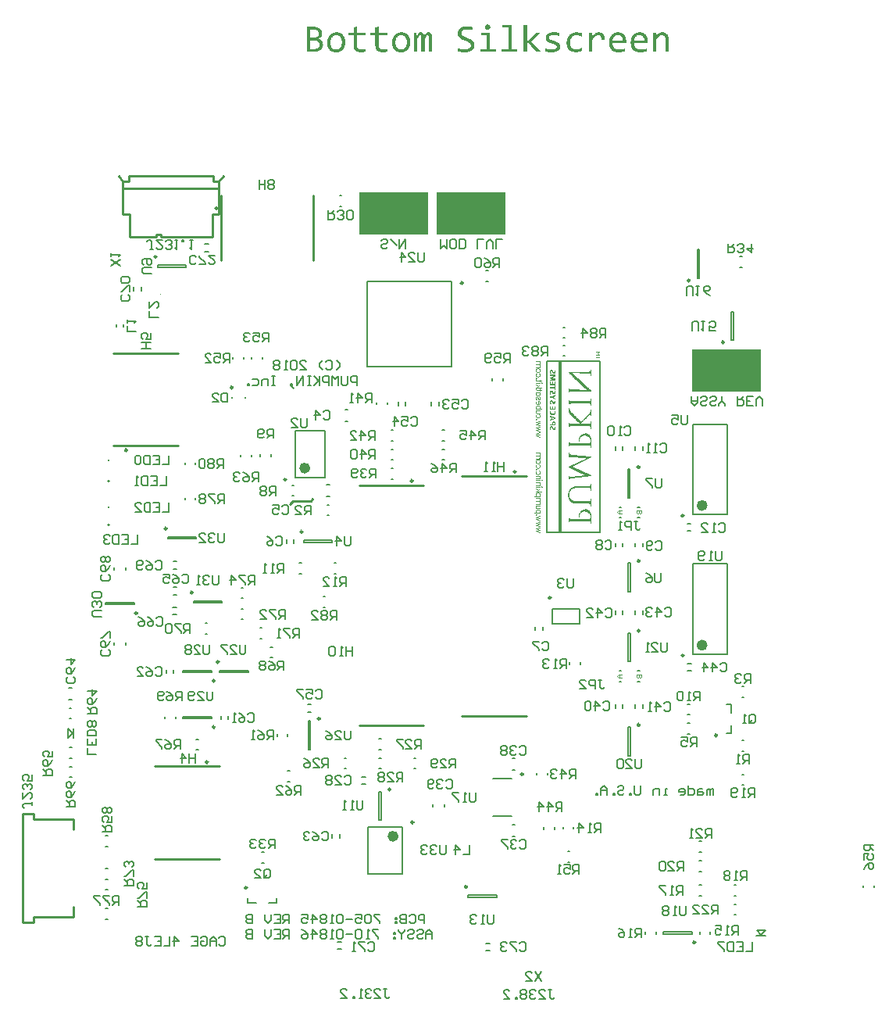
<source format=gbo>
G04 Layer_Color=32896*
%FSLAX25Y25*%
%MOIN*%
G70*
G01*
G75*
%ADD45C,0.01000*%
%ADD52C,0.00787*%
%ADD116C,0.00984*%
%ADD117C,0.02362*%
%ADD118C,0.00500*%
%ADD133C,0.00394*%
%ADD134C,0.00657*%
%ADD135C,0.00493*%
%ADD136R,0.29528X0.18406*%
G36*
X233302Y-94339D02*
X233385Y-94355D01*
X233461Y-94381D01*
X233522Y-94408D01*
X233572Y-94434D01*
X233610Y-94461D01*
X233632Y-94476D01*
X233640Y-94484D01*
X233670Y-94514D01*
X233701Y-94548D01*
X233758Y-94621D01*
X233807Y-94700D01*
X233849Y-94776D01*
X233883Y-94849D01*
X233895Y-94879D01*
X233906Y-94906D01*
X233917Y-94928D01*
X233925Y-94944D01*
X233929Y-94955D01*
Y-94959D01*
X233944Y-95001D01*
X233959Y-95039D01*
X233974Y-95073D01*
X233986Y-95103D01*
X233993Y-95126D01*
X234001Y-95145D01*
X234009Y-95156D01*
Y-95160D01*
X234035Y-95217D01*
X234050Y-95240D01*
X234062Y-95263D01*
X234069Y-95278D01*
X234077Y-95289D01*
X234085Y-95297D01*
Y-95301D01*
X234115Y-95335D01*
X234138Y-95362D01*
X234157Y-95377D01*
X234164Y-95381D01*
X234199Y-95392D01*
X234233Y-95400D01*
X234259Y-95403D01*
X234267D01*
X234301Y-95400D01*
X234332Y-95392D01*
X234362Y-95377D01*
X234385Y-95362D01*
X234404Y-95346D01*
X234419Y-95331D01*
X234427Y-95324D01*
X234430Y-95320D01*
X234453Y-95282D01*
X234472Y-95240D01*
X234484Y-95198D01*
X234495Y-95153D01*
X234499Y-95115D01*
X234503Y-95084D01*
Y-95061D01*
Y-95058D01*
Y-95054D01*
Y-94989D01*
X234495Y-94932D01*
X234491Y-94883D01*
X234484Y-94837D01*
X234476Y-94803D01*
X234468Y-94776D01*
X234465Y-94757D01*
X234461Y-94754D01*
X234446Y-94708D01*
X234434Y-94666D01*
X234419Y-94632D01*
X234408Y-94605D01*
X234400Y-94583D01*
X234392Y-94564D01*
X234385Y-94556D01*
Y-94552D01*
X234826Y-94431D01*
X234845Y-94472D01*
X234860Y-94518D01*
X234875Y-94564D01*
X234886Y-94602D01*
X234894Y-94640D01*
X234902Y-94666D01*
X234909Y-94685D01*
Y-94693D01*
X234921Y-94750D01*
X234932Y-94811D01*
X234940Y-94871D01*
X234943Y-94925D01*
X234947Y-94974D01*
Y-95012D01*
Y-95027D01*
Y-95039D01*
Y-95042D01*
Y-95046D01*
X234943Y-95122D01*
X234940Y-95194D01*
X234928Y-95263D01*
X234921Y-95316D01*
X234909Y-95365D01*
X234898Y-95400D01*
X234894Y-95422D01*
X234890Y-95426D01*
Y-95430D01*
X234867Y-95491D01*
X234841Y-95544D01*
X234818Y-95593D01*
X234791Y-95635D01*
X234772Y-95673D01*
X234753Y-95696D01*
X234742Y-95715D01*
X234738Y-95719D01*
X234700Y-95761D01*
X234662Y-95795D01*
X234624Y-95825D01*
X234590Y-95852D01*
X234556Y-95871D01*
X234533Y-95886D01*
X234518Y-95894D01*
X234510Y-95897D01*
X234461Y-95916D01*
X234411Y-95932D01*
X234362Y-95943D01*
X234316Y-95951D01*
X234282Y-95954D01*
X234252Y-95958D01*
X234225D01*
X234176Y-95954D01*
X234130Y-95951D01*
X234047Y-95928D01*
X233971Y-95901D01*
X233906Y-95867D01*
X233857Y-95833D01*
X233819Y-95802D01*
X233796Y-95783D01*
X233792Y-95780D01*
X233788Y-95776D01*
X233727Y-95704D01*
X233674Y-95624D01*
X233625Y-95544D01*
X233587Y-95464D01*
X233553Y-95396D01*
X233541Y-95369D01*
X233530Y-95343D01*
X233522Y-95324D01*
X233515Y-95305D01*
X233511Y-95297D01*
Y-95293D01*
X233484Y-95217D01*
X233454Y-95153D01*
X233431Y-95099D01*
X233408Y-95058D01*
X233385Y-95023D01*
X233370Y-95001D01*
X233363Y-94985D01*
X233359Y-94982D01*
X233328Y-94951D01*
X233298Y-94928D01*
X233268Y-94909D01*
X233237Y-94898D01*
X233214Y-94890D01*
X233192Y-94887D01*
X233173D01*
X233131Y-94890D01*
X233093Y-94902D01*
X233062Y-94917D01*
X233032Y-94936D01*
X233013Y-94955D01*
X232994Y-94970D01*
X232986Y-94982D01*
X232983Y-94985D01*
X232960Y-95023D01*
X232945Y-95069D01*
X232929Y-95118D01*
X232922Y-95164D01*
X232918Y-95206D01*
X232914Y-95240D01*
Y-95263D01*
Y-95267D01*
Y-95270D01*
X232918Y-95335D01*
X232922Y-95396D01*
X232929Y-95453D01*
X232937Y-95506D01*
X232945Y-95548D01*
X232952Y-95582D01*
X232960Y-95601D01*
Y-95605D01*
Y-95609D01*
X232979Y-95666D01*
X232994Y-95719D01*
X233013Y-95764D01*
X233028Y-95802D01*
X233043Y-95833D01*
X233055Y-95856D01*
X233059Y-95871D01*
X233062Y-95875D01*
X232614Y-95989D01*
X232595Y-95947D01*
X232572Y-95897D01*
X232557Y-95848D01*
X232542Y-95802D01*
X232530Y-95761D01*
X232519Y-95726D01*
X232515Y-95704D01*
X232511Y-95700D01*
Y-95696D01*
X232496Y-95624D01*
X232485Y-95555D01*
X232477Y-95491D01*
X232473Y-95430D01*
X232470Y-95381D01*
X232466Y-95339D01*
Y-95324D01*
Y-95312D01*
Y-95308D01*
Y-95305D01*
X232470Y-95213D01*
X232473Y-95134D01*
X232485Y-95061D01*
X232496Y-94997D01*
X232504Y-94947D01*
X232515Y-94906D01*
X232519Y-94894D01*
Y-94883D01*
X232523Y-94879D01*
Y-94875D01*
X232546Y-94811D01*
X232576Y-94750D01*
X232603Y-94700D01*
X232629Y-94655D01*
X232652Y-94621D01*
X232671Y-94598D01*
X232682Y-94579D01*
X232686Y-94575D01*
X232724Y-94533D01*
X232766Y-94495D01*
X232808Y-94465D01*
X232846Y-94438D01*
X232876Y-94419D01*
X232903Y-94404D01*
X232918Y-94396D01*
X232926Y-94393D01*
X232979Y-94374D01*
X233028Y-94358D01*
X233078Y-94347D01*
X233119Y-94339D01*
X233157Y-94336D01*
X233184Y-94332D01*
X233211D01*
X233302Y-94339D01*
D02*
G37*
G36*
X234913Y-94142D02*
X234453D01*
Y-93488D01*
X232500D01*
Y-92945D01*
X234453D01*
Y-92287D01*
X234913D01*
Y-94142D01*
D02*
G37*
G36*
Y-96768D02*
X234332Y-97011D01*
X234286Y-97030D01*
X234240Y-97053D01*
X234199Y-97068D01*
X234164Y-97083D01*
X234134Y-97094D01*
X234111Y-97106D01*
X234096Y-97110D01*
X234092Y-97113D01*
X234012Y-97144D01*
X233974Y-97155D01*
X233940Y-97170D01*
X233910Y-97178D01*
X233887Y-97186D01*
X233872Y-97193D01*
X233868D01*
Y-97201D01*
X233952Y-97235D01*
X233990Y-97250D01*
X234024Y-97262D01*
X234054Y-97273D01*
X234073Y-97281D01*
X234088Y-97284D01*
X234092Y-97288D01*
X234176Y-97322D01*
X234214Y-97338D01*
X234252Y-97353D01*
X234282Y-97368D01*
X234309Y-97376D01*
X234324Y-97383D01*
X234332Y-97387D01*
X234913Y-97630D01*
Y-98257D01*
X233488Y-97493D01*
X232500D01*
Y-96950D01*
X233503D01*
X234913Y-96156D01*
Y-96768D01*
D02*
G37*
G36*
X232948Y-102072D02*
X233518D01*
Y-101187D01*
X233963D01*
Y-102072D01*
X234465D01*
Y-101134D01*
X234913D01*
Y-102616D01*
X232500D01*
Y-101084D01*
X232948D01*
Y-102072D01*
D02*
G37*
G36*
X233302Y-98432D02*
X233385Y-98447D01*
X233461Y-98474D01*
X233522Y-98500D01*
X233572Y-98527D01*
X233610Y-98554D01*
X233632Y-98569D01*
X233640Y-98576D01*
X233670Y-98607D01*
X233701Y-98641D01*
X233758Y-98713D01*
X233807Y-98793D01*
X233849Y-98869D01*
X233883Y-98941D01*
X233895Y-98972D01*
X233906Y-98998D01*
X233917Y-99021D01*
X233925Y-99036D01*
X233929Y-99048D01*
Y-99051D01*
X233944Y-99093D01*
X233959Y-99131D01*
X233974Y-99165D01*
X233986Y-99196D01*
X233993Y-99219D01*
X234001Y-99238D01*
X234009Y-99249D01*
Y-99253D01*
X234035Y-99310D01*
X234050Y-99333D01*
X234062Y-99355D01*
X234069Y-99371D01*
X234077Y-99382D01*
X234085Y-99390D01*
Y-99393D01*
X234115Y-99428D01*
X234138Y-99454D01*
X234157Y-99469D01*
X234164Y-99473D01*
X234199Y-99485D01*
X234233Y-99492D01*
X234259Y-99496D01*
X234267D01*
X234301Y-99492D01*
X234332Y-99485D01*
X234362Y-99469D01*
X234385Y-99454D01*
X234404Y-99439D01*
X234419Y-99424D01*
X234427Y-99416D01*
X234430Y-99412D01*
X234453Y-99374D01*
X234472Y-99333D01*
X234484Y-99291D01*
X234495Y-99245D01*
X234499Y-99207D01*
X234503Y-99177D01*
Y-99154D01*
Y-99150D01*
Y-99146D01*
Y-99082D01*
X234495Y-99025D01*
X234491Y-98975D01*
X234484Y-98930D01*
X234476Y-98896D01*
X234468Y-98869D01*
X234465Y-98850D01*
X234461Y-98846D01*
X234446Y-98801D01*
X234434Y-98759D01*
X234419Y-98725D01*
X234408Y-98698D01*
X234400Y-98675D01*
X234392Y-98656D01*
X234385Y-98649D01*
Y-98645D01*
X234826Y-98523D01*
X234845Y-98565D01*
X234860Y-98611D01*
X234875Y-98656D01*
X234886Y-98694D01*
X234894Y-98732D01*
X234902Y-98759D01*
X234909Y-98778D01*
Y-98785D01*
X234921Y-98842D01*
X234932Y-98903D01*
X234940Y-98964D01*
X234943Y-99017D01*
X234947Y-99067D01*
Y-99105D01*
Y-99120D01*
Y-99131D01*
Y-99135D01*
Y-99139D01*
X234943Y-99215D01*
X234940Y-99287D01*
X234928Y-99355D01*
X234921Y-99409D01*
X234909Y-99458D01*
X234898Y-99492D01*
X234894Y-99515D01*
X234890Y-99519D01*
Y-99523D01*
X234867Y-99583D01*
X234841Y-99637D01*
X234818Y-99686D01*
X234791Y-99728D01*
X234772Y-99766D01*
X234753Y-99789D01*
X234742Y-99808D01*
X234738Y-99811D01*
X234700Y-99853D01*
X234662Y-99887D01*
X234624Y-99918D01*
X234590Y-99944D01*
X234556Y-99963D01*
X234533Y-99979D01*
X234518Y-99986D01*
X234510Y-99990D01*
X234461Y-100009D01*
X234411Y-100024D01*
X234362Y-100036D01*
X234316Y-100043D01*
X234282Y-100047D01*
X234252Y-100051D01*
X234225D01*
X234176Y-100047D01*
X234130Y-100043D01*
X234047Y-100020D01*
X233971Y-99994D01*
X233906Y-99960D01*
X233857Y-99925D01*
X233819Y-99895D01*
X233796Y-99876D01*
X233792Y-99872D01*
X233788Y-99868D01*
X233727Y-99796D01*
X233674Y-99716D01*
X233625Y-99637D01*
X233587Y-99557D01*
X233553Y-99488D01*
X233541Y-99462D01*
X233530Y-99435D01*
X233522Y-99416D01*
X233515Y-99397D01*
X233511Y-99390D01*
Y-99386D01*
X233484Y-99310D01*
X233454Y-99245D01*
X233431Y-99192D01*
X233408Y-99150D01*
X233385Y-99116D01*
X233370Y-99093D01*
X233363Y-99078D01*
X233359Y-99074D01*
X233328Y-99044D01*
X233298Y-99021D01*
X233268Y-99002D01*
X233237Y-98991D01*
X233214Y-98983D01*
X233192Y-98979D01*
X233173D01*
X233131Y-98983D01*
X233093Y-98994D01*
X233062Y-99010D01*
X233032Y-99029D01*
X233013Y-99048D01*
X232994Y-99063D01*
X232986Y-99074D01*
X232983Y-99078D01*
X232960Y-99116D01*
X232945Y-99162D01*
X232929Y-99211D01*
X232922Y-99257D01*
X232918Y-99298D01*
X232914Y-99333D01*
Y-99355D01*
Y-99359D01*
Y-99363D01*
X232918Y-99428D01*
X232922Y-99488D01*
X232929Y-99545D01*
X232937Y-99599D01*
X232945Y-99640D01*
X232952Y-99675D01*
X232960Y-99694D01*
Y-99697D01*
Y-99701D01*
X232979Y-99758D01*
X232994Y-99811D01*
X233013Y-99857D01*
X233028Y-99895D01*
X233043Y-99925D01*
X233055Y-99948D01*
X233059Y-99963D01*
X233062Y-99967D01*
X232614Y-100081D01*
X232595Y-100039D01*
X232572Y-99990D01*
X232557Y-99941D01*
X232542Y-99895D01*
X232530Y-99853D01*
X232519Y-99819D01*
X232515Y-99796D01*
X232511Y-99792D01*
Y-99789D01*
X232496Y-99716D01*
X232485Y-99648D01*
X232477Y-99583D01*
X232473Y-99523D01*
X232470Y-99473D01*
X232466Y-99431D01*
Y-99416D01*
Y-99405D01*
Y-99401D01*
Y-99397D01*
X232470Y-99306D01*
X232473Y-99226D01*
X232485Y-99154D01*
X232496Y-99089D01*
X232504Y-99040D01*
X232515Y-98998D01*
X232519Y-98987D01*
Y-98975D01*
X232523Y-98972D01*
Y-98968D01*
X232546Y-98903D01*
X232576Y-98842D01*
X232603Y-98793D01*
X232629Y-98747D01*
X232652Y-98713D01*
X232671Y-98690D01*
X232682Y-98671D01*
X232686Y-98668D01*
X232724Y-98626D01*
X232766Y-98588D01*
X232808Y-98557D01*
X232846Y-98531D01*
X232876Y-98512D01*
X232903Y-98497D01*
X232918Y-98489D01*
X232926Y-98485D01*
X232979Y-98466D01*
X233028Y-98451D01*
X233078Y-98440D01*
X233119Y-98432D01*
X233157Y-98428D01*
X233184Y-98424D01*
X233211D01*
X233302Y-98432D01*
D02*
G37*
G36*
X232948Y-91451D02*
X233518D01*
Y-90566D01*
X233963D01*
Y-91451D01*
X234465D01*
Y-90513D01*
X234913D01*
Y-91995D01*
X232500D01*
Y-90463D01*
X232948D01*
Y-91451D01*
D02*
G37*
G36*
X253912Y-77961D02*
X253218Y-78517D01*
X253912Y-79075D01*
Y-79307D01*
X252223D01*
Y-79065D01*
X253537D01*
X252886Y-78540D01*
Y-78495D01*
X253537Y-77974D01*
X252223D01*
Y-77732D01*
X253912D01*
Y-77961D01*
D02*
G37*
G36*
X141707Y58455D02*
X141908Y58437D01*
X142163Y58400D01*
X142418Y58346D01*
X142691Y58273D01*
X142964Y58182D01*
X143001Y58164D01*
X143092Y58127D01*
X143219Y58073D01*
X143384Y57981D01*
X143566Y57872D01*
X143766Y57726D01*
X143966Y57562D01*
X144149Y57380D01*
X144167Y57362D01*
X144222Y57289D01*
X144313Y57180D01*
X144422Y57016D01*
X144550Y56834D01*
X144677Y56597D01*
X144786Y56342D01*
X144896Y56068D01*
X144914Y56032D01*
X144932Y55923D01*
X144987Y55759D01*
X145042Y55558D01*
X145078Y55285D01*
X145133Y54975D01*
X145151Y54629D01*
X145169Y54265D01*
Y54246D01*
Y54228D01*
Y54173D01*
Y54101D01*
X145151Y53918D01*
X145133Y53681D01*
X145096Y53408D01*
X145060Y53117D01*
X144987Y52807D01*
X144896Y52497D01*
X144878Y52461D01*
X144841Y52370D01*
X144786Y52224D01*
X144695Y52042D01*
X144586Y51823D01*
X144458Y51586D01*
X144295Y51349D01*
X144112Y51131D01*
X144094Y51113D01*
X144021Y51040D01*
X143912Y50930D01*
X143766Y50803D01*
X143584Y50675D01*
X143384Y50529D01*
X143128Y50384D01*
X142873Y50256D01*
X142837Y50238D01*
X142746Y50201D01*
X142600Y50165D01*
X142400Y50110D01*
X142145Y50037D01*
X141871Y50001D01*
X141561Y49965D01*
X141215Y49946D01*
X141069D01*
X140887Y49965D01*
X140687Y49983D01*
X140432Y50019D01*
X140158Y50056D01*
X139885Y50129D01*
X139612Y50220D01*
X139576Y50238D01*
X139503Y50274D01*
X139375Y50329D01*
X139211Y50420D01*
X139011Y50529D01*
X138829Y50675D01*
X138628Y50839D01*
X138428Y51021D01*
X138409Y51040D01*
X138355Y51113D01*
X138264Y51222D01*
X138154Y51386D01*
X138045Y51568D01*
X137917Y51805D01*
X137808Y52060D01*
X137699Y52333D01*
Y52351D01*
X137681Y52370D01*
X137662Y52479D01*
X137626Y52643D01*
X137571Y52862D01*
X137517Y53135D01*
X137480Y53445D01*
X137462Y53791D01*
X137444Y54155D01*
Y54173D01*
Y54192D01*
Y54246D01*
Y54319D01*
X137462Y54501D01*
X137480Y54720D01*
X137498Y54993D01*
X137553Y55285D01*
X137608Y55595D01*
X137699Y55886D01*
Y55904D01*
X137717Y55923D01*
X137753Y56014D01*
X137808Y56178D01*
X137899Y56360D01*
X138009Y56578D01*
X138154Y56797D01*
X138300Y57034D01*
X138482Y57253D01*
X138500Y57271D01*
X138573Y57344D01*
X138683Y57453D01*
X138829Y57581D01*
X139011Y57726D01*
X139229Y57872D01*
X139466Y58018D01*
X139721Y58145D01*
X139758Y58164D01*
X139849Y58200D01*
X139995Y58255D01*
X140195Y58309D01*
X140450Y58364D01*
X140723Y58419D01*
X141033Y58455D01*
X141379Y58473D01*
X141525D01*
X141707Y58455D01*
D02*
G37*
G36*
X253912Y-80940D02*
X253697D01*
Y-80360D01*
X252223D01*
Y-80118D01*
X253697D01*
Y-79530D01*
X253912D01*
Y-80940D01*
D02*
G37*
G36*
X234913Y-87610D02*
Y-88324D01*
X234107Y-88579D01*
X233955Y-88624D01*
X233883Y-88643D01*
X233819Y-88662D01*
X233762Y-88677D01*
X233739Y-88685D01*
X233716Y-88689D01*
X233701Y-88693D01*
X233689Y-88696D01*
X233682Y-88700D01*
X233678D01*
X233594Y-88719D01*
X233515Y-88742D01*
X233442Y-88757D01*
X233374Y-88776D01*
X233321Y-88788D01*
X233298Y-88791D01*
X233279Y-88799D01*
X233264Y-88803D01*
X233252D01*
X233245Y-88807D01*
X233241D01*
Y-88822D01*
X233321Y-88837D01*
X233401Y-88852D01*
X233473Y-88867D01*
X233537Y-88883D01*
X233594Y-88894D01*
X233617Y-88898D01*
X233636Y-88905D01*
X233651Y-88909D01*
X233663D01*
X233670Y-88913D01*
X233674D01*
X233758Y-88932D01*
X233834Y-88955D01*
X233910Y-88974D01*
X233974Y-88989D01*
X234028Y-89004D01*
X234069Y-89016D01*
X234085Y-89019D01*
X234100Y-89023D01*
X234104Y-89027D01*
X234107D01*
X234913Y-89263D01*
Y-89988D01*
X232500Y-90140D01*
Y-89639D01*
X233416Y-89589D01*
X233587Y-89582D01*
X233667D01*
X233743Y-89578D01*
X233807Y-89574D01*
X233834D01*
X233857Y-89570D01*
X233902D01*
X234001Y-89567D01*
X234096Y-89563D01*
X234183Y-89559D01*
X234259Y-89555D01*
X234351D01*
X234373Y-89551D01*
X234415D01*
Y-89544D01*
X234324Y-89525D01*
X234237Y-89510D01*
X234153Y-89491D01*
X234081Y-89475D01*
X234020Y-89464D01*
X233993Y-89460D01*
X233971Y-89453D01*
X233952Y-89449D01*
X233940D01*
X233933Y-89445D01*
X233929D01*
X233841Y-89422D01*
X233754Y-89403D01*
X233678Y-89384D01*
X233610Y-89365D01*
X233553Y-89350D01*
X233530Y-89342D01*
X233511Y-89339D01*
X233496Y-89335D01*
X233484Y-89331D01*
X233477Y-89327D01*
X233473D01*
X232538Y-89069D01*
Y-88643D01*
X233480Y-88351D01*
X233640Y-88297D01*
X233720Y-88275D01*
X233788Y-88252D01*
X233849Y-88237D01*
X233872Y-88229D01*
X233895Y-88221D01*
X233914Y-88218D01*
X233925Y-88214D01*
X233933Y-88210D01*
X233936D01*
X234028Y-88183D01*
X234115Y-88157D01*
X234195Y-88138D01*
X234267Y-88115D01*
X234328Y-88100D01*
X234354Y-88092D01*
X234373Y-88088D01*
X234392Y-88085D01*
X234404Y-88081D01*
X234411Y-88077D01*
X234415D01*
Y-88069D01*
X234221D01*
X234130Y-88066D01*
X233986D01*
X233959Y-88062D01*
X233891D01*
X233800Y-88058D01*
X233712Y-88054D01*
X233632D01*
X233564Y-88050D01*
X233507D01*
X233480Y-88047D01*
X233423D01*
X232500Y-88009D01*
Y-87480D01*
X234913Y-87610D01*
D02*
G37*
G36*
X233302Y-85504D02*
X233385Y-85520D01*
X233461Y-85546D01*
X233522Y-85573D01*
X233572Y-85599D01*
X233610Y-85626D01*
X233632Y-85641D01*
X233640Y-85649D01*
X233670Y-85679D01*
X233701Y-85713D01*
X233758Y-85786D01*
X233807Y-85865D01*
X233849Y-85941D01*
X233883Y-86014D01*
X233895Y-86044D01*
X233906Y-86071D01*
X233917Y-86093D01*
X233925Y-86109D01*
X233929Y-86120D01*
Y-86124D01*
X233944Y-86166D01*
X233959Y-86204D01*
X233974Y-86238D01*
X233986Y-86268D01*
X233993Y-86291D01*
X234001Y-86310D01*
X234009Y-86321D01*
Y-86325D01*
X234035Y-86382D01*
X234050Y-86405D01*
X234062Y-86428D01*
X234069Y-86443D01*
X234077Y-86454D01*
X234085Y-86462D01*
Y-86466D01*
X234115Y-86500D01*
X234138Y-86527D01*
X234157Y-86542D01*
X234164Y-86546D01*
X234199Y-86557D01*
X234233Y-86565D01*
X234259Y-86568D01*
X234267D01*
X234301Y-86565D01*
X234332Y-86557D01*
X234362Y-86542D01*
X234385Y-86527D01*
X234404Y-86511D01*
X234419Y-86496D01*
X234427Y-86489D01*
X234430Y-86485D01*
X234453Y-86447D01*
X234472Y-86405D01*
X234484Y-86363D01*
X234495Y-86318D01*
X234499Y-86280D01*
X234503Y-86249D01*
Y-86226D01*
Y-86223D01*
Y-86219D01*
Y-86154D01*
X234495Y-86097D01*
X234491Y-86048D01*
X234484Y-86002D01*
X234476Y-85968D01*
X234468Y-85941D01*
X234465Y-85922D01*
X234461Y-85919D01*
X234446Y-85873D01*
X234434Y-85831D01*
X234419Y-85797D01*
X234408Y-85770D01*
X234400Y-85748D01*
X234392Y-85729D01*
X234385Y-85721D01*
Y-85717D01*
X234826Y-85596D01*
X234845Y-85637D01*
X234860Y-85683D01*
X234875Y-85729D01*
X234886Y-85767D01*
X234894Y-85805D01*
X234902Y-85831D01*
X234909Y-85850D01*
Y-85858D01*
X234921Y-85915D01*
X234932Y-85976D01*
X234940Y-86036D01*
X234943Y-86090D01*
X234947Y-86139D01*
Y-86177D01*
Y-86192D01*
Y-86204D01*
Y-86207D01*
Y-86211D01*
X234943Y-86287D01*
X234940Y-86359D01*
X234928Y-86428D01*
X234921Y-86481D01*
X234909Y-86530D01*
X234898Y-86565D01*
X234894Y-86587D01*
X234890Y-86591D01*
Y-86595D01*
X234867Y-86656D01*
X234841Y-86709D01*
X234818Y-86758D01*
X234791Y-86800D01*
X234772Y-86838D01*
X234753Y-86861D01*
X234742Y-86880D01*
X234738Y-86884D01*
X234700Y-86926D01*
X234662Y-86960D01*
X234624Y-86990D01*
X234590Y-87017D01*
X234556Y-87036D01*
X234533Y-87051D01*
X234518Y-87059D01*
X234510Y-87062D01*
X234461Y-87081D01*
X234411Y-87097D01*
X234362Y-87108D01*
X234316Y-87116D01*
X234282Y-87119D01*
X234252Y-87123D01*
X234225D01*
X234176Y-87119D01*
X234130Y-87116D01*
X234047Y-87093D01*
X233971Y-87066D01*
X233906Y-87032D01*
X233857Y-86998D01*
X233819Y-86967D01*
X233796Y-86948D01*
X233792Y-86945D01*
X233788Y-86941D01*
X233727Y-86869D01*
X233674Y-86789D01*
X233625Y-86709D01*
X233587Y-86629D01*
X233553Y-86561D01*
X233541Y-86534D01*
X233530Y-86508D01*
X233522Y-86489D01*
X233515Y-86470D01*
X233511Y-86462D01*
Y-86458D01*
X233484Y-86382D01*
X233454Y-86318D01*
X233431Y-86264D01*
X233408Y-86223D01*
X233385Y-86188D01*
X233370Y-86166D01*
X233363Y-86150D01*
X233359Y-86147D01*
X233328Y-86116D01*
X233298Y-86093D01*
X233268Y-86074D01*
X233237Y-86063D01*
X233214Y-86055D01*
X233192Y-86052D01*
X233173D01*
X233131Y-86055D01*
X233093Y-86067D01*
X233062Y-86082D01*
X233032Y-86101D01*
X233013Y-86120D01*
X232994Y-86135D01*
X232986Y-86147D01*
X232983Y-86150D01*
X232960Y-86188D01*
X232945Y-86234D01*
X232929Y-86283D01*
X232922Y-86329D01*
X232918Y-86371D01*
X232914Y-86405D01*
Y-86428D01*
Y-86432D01*
Y-86435D01*
X232918Y-86500D01*
X232922Y-86561D01*
X232929Y-86618D01*
X232937Y-86671D01*
X232945Y-86713D01*
X232952Y-86747D01*
X232960Y-86766D01*
Y-86770D01*
Y-86774D01*
X232979Y-86831D01*
X232994Y-86884D01*
X233013Y-86929D01*
X233028Y-86967D01*
X233043Y-86998D01*
X233055Y-87021D01*
X233059Y-87036D01*
X233062Y-87040D01*
X232614Y-87154D01*
X232595Y-87112D01*
X232572Y-87062D01*
X232557Y-87013D01*
X232542Y-86967D01*
X232530Y-86926D01*
X232519Y-86891D01*
X232515Y-86869D01*
X232511Y-86865D01*
Y-86861D01*
X232496Y-86789D01*
X232485Y-86720D01*
X232477Y-86656D01*
X232473Y-86595D01*
X232470Y-86546D01*
X232466Y-86504D01*
Y-86489D01*
Y-86477D01*
Y-86473D01*
Y-86470D01*
X232470Y-86378D01*
X232473Y-86299D01*
X232485Y-86226D01*
X232496Y-86162D01*
X232504Y-86112D01*
X232515Y-86071D01*
X232519Y-86059D01*
Y-86048D01*
X232523Y-86044D01*
Y-86040D01*
X232546Y-85976D01*
X232576Y-85915D01*
X232603Y-85865D01*
X232629Y-85820D01*
X232652Y-85786D01*
X232671Y-85763D01*
X232682Y-85744D01*
X232686Y-85740D01*
X232724Y-85698D01*
X232766Y-85660D01*
X232808Y-85630D01*
X232846Y-85603D01*
X232876Y-85584D01*
X232903Y-85569D01*
X232918Y-85561D01*
X232926Y-85558D01*
X232979Y-85539D01*
X233028Y-85523D01*
X233078Y-85512D01*
X233119Y-85504D01*
X233157Y-85501D01*
X233184Y-85497D01*
X233211D01*
X233302Y-85504D01*
D02*
G37*
G36*
X248155Y-112593D02*
X248285Y-112607D01*
X248386Y-112636D01*
X248488Y-112665D01*
X248560Y-112694D01*
X248603Y-112709D01*
X248618Y-112723D01*
X248748Y-112781D01*
X248863Y-112839D01*
X248964Y-112896D01*
X249051Y-112954D01*
X249123Y-112998D01*
X249167Y-113026D01*
X249196Y-113041D01*
X249210Y-113055D01*
X249282Y-113113D01*
X249297Y-113128D01*
Y-113142D01*
X249355Y-113185D01*
X249383Y-113200D01*
Y-113214D01*
X249427Y-113272D01*
X249470Y-113315D01*
X249499Y-113373D01*
X249514Y-113388D01*
X249586Y-113474D01*
X249658Y-113561D01*
X249701Y-113633D01*
X249716Y-113648D01*
Y-113662D01*
X249774Y-113763D01*
X249831Y-113893D01*
X249918Y-114125D01*
X249947Y-114240D01*
X249976Y-114327D01*
X249990Y-114385D01*
Y-114399D01*
X250034Y-114587D01*
X250063Y-114775D01*
X250092Y-114977D01*
X250106Y-115165D01*
X250120Y-115339D01*
Y-115469D01*
Y-115570D01*
Y-115584D01*
Y-115599D01*
Y-115685D01*
Y-115758D01*
Y-115815D01*
Y-115830D01*
Y-115902D01*
Y-115974D01*
Y-116032D01*
Y-116047D01*
X250106Y-116133D01*
Y-116206D01*
Y-116263D01*
Y-116278D01*
Y-116364D01*
Y-116437D01*
Y-116495D01*
Y-116509D01*
X250092Y-116668D01*
Y-116798D01*
X250077Y-116885D01*
Y-116899D01*
Y-116913D01*
Y-117044D01*
Y-117130D01*
Y-117188D01*
Y-117202D01*
Y-117246D01*
Y-117318D01*
Y-117361D01*
Y-117390D01*
X250092Y-117506D01*
Y-117622D01*
X250106Y-117708D01*
Y-117737D01*
Y-117752D01*
Y-117838D01*
Y-117911D01*
Y-117968D01*
Y-117997D01*
Y-118084D01*
X250120Y-118156D01*
Y-118214D01*
Y-118243D01*
Y-118315D01*
Y-118387D01*
Y-118431D01*
Y-118445D01*
Y-118517D01*
Y-118590D01*
Y-118633D01*
Y-118648D01*
Y-118720D01*
X250106Y-118778D01*
X250092Y-118807D01*
Y-118821D01*
X250077Y-118850D01*
X250048Y-118864D01*
X250005D01*
X249961Y-118850D01*
X249947Y-118835D01*
X249933Y-118778D01*
Y-118763D01*
Y-118691D01*
Y-118676D01*
Y-118662D01*
Y-118575D01*
X249918Y-118561D01*
Y-118546D01*
Y-118460D01*
X249904Y-118445D01*
Y-118431D01*
Y-118344D01*
X249889Y-118330D01*
Y-118315D01*
X249860Y-118200D01*
X249831Y-118113D01*
X249788Y-118041D01*
X249759Y-117983D01*
X249716Y-117939D01*
X249687Y-117911D01*
X249673Y-117896D01*
X249658D01*
X249586Y-117853D01*
X249514Y-117824D01*
X249355Y-117780D01*
X249282D01*
X249224Y-117766D01*
X249123D01*
X249008Y-117752D01*
X248878D01*
X248618Y-117737D01*
X242968D01*
X242765Y-117752D01*
X242216D01*
X242000Y-117766D01*
X241797D01*
X241638Y-117780D01*
X241523Y-117795D01*
X241422D01*
X241364Y-117809D01*
X241349D01*
X241147Y-117838D01*
X241002Y-117882D01*
X240945Y-117896D01*
X240901Y-117911D01*
X240887Y-117925D01*
X240872D01*
X240757Y-117983D01*
X240685Y-118070D01*
X240656Y-118156D01*
X240641Y-118171D01*
Y-118185D01*
X240627Y-118243D01*
X240612Y-118257D01*
Y-118272D01*
Y-118344D01*
X240598Y-118359D01*
Y-118373D01*
Y-118445D01*
X240583Y-118474D01*
Y-118489D01*
Y-118546D01*
Y-118561D01*
X240569Y-118619D01*
X240554Y-118648D01*
X240526Y-118662D01*
X240511D01*
X240482Y-118648D01*
X240468Y-118633D01*
X240453Y-118619D01*
X240439Y-118575D01*
Y-118517D01*
Y-118474D01*
Y-118460D01*
Y-118387D01*
Y-118301D01*
Y-118243D01*
Y-118228D01*
Y-118127D01*
X240453Y-118041D01*
Y-117983D01*
Y-117954D01*
Y-117867D01*
Y-117838D01*
Y-117824D01*
Y-117752D01*
Y-117723D01*
X240468Y-117578D01*
Y-117477D01*
Y-117419D01*
Y-117390D01*
Y-117304D01*
Y-117260D01*
Y-117231D01*
Y-117188D01*
Y-117130D01*
Y-117087D01*
Y-117058D01*
Y-116942D01*
Y-116812D01*
X240453Y-116726D01*
Y-116697D01*
Y-116682D01*
Y-116552D01*
Y-116437D01*
Y-116350D01*
Y-116335D01*
Y-116321D01*
X240439Y-116177D01*
Y-116047D01*
Y-115945D01*
Y-115931D01*
Y-115917D01*
Y-115830D01*
Y-115801D01*
Y-115786D01*
Y-115700D01*
Y-115671D01*
Y-115656D01*
Y-115584D01*
X240453Y-115541D01*
Y-115526D01*
Y-115512D01*
X240468Y-115483D01*
X240482Y-115454D01*
X240540D01*
X240554Y-115469D01*
X240569Y-115483D01*
X240583Y-115512D01*
Y-115541D01*
Y-115555D01*
Y-115599D01*
Y-115642D01*
Y-115685D01*
Y-115700D01*
X240598Y-115772D01*
Y-115844D01*
X240612Y-115888D01*
Y-115902D01*
Y-115974D01*
Y-116003D01*
Y-116018D01*
X240627Y-116090D01*
X240641Y-116119D01*
Y-116133D01*
X240670Y-116234D01*
X240699Y-116307D01*
X240728Y-116379D01*
X240771Y-116422D01*
X240844Y-116495D01*
X240858Y-116509D01*
X240872D01*
X241031Y-116567D01*
X241176Y-116610D01*
X241248D01*
X241306Y-116624D01*
X241349D01*
X241508Y-116639D01*
X241696Y-116653D01*
X241884Y-116668D01*
X242072Y-116682D01*
X242231D01*
X242361Y-116697D01*
X249485D01*
X249528Y-116682D01*
X249557Y-116668D01*
X249571D01*
X249615Y-116639D01*
X249644Y-116624D01*
X249658Y-116596D01*
X249673Y-116509D01*
X249687Y-116437D01*
X249701Y-116379D01*
Y-116350D01*
X249716Y-116234D01*
X249730Y-116148D01*
Y-116075D01*
Y-116047D01*
Y-116032D01*
Y-116018D01*
Y-115989D01*
Y-115974D01*
Y-115888D01*
Y-115801D01*
X249716Y-115613D01*
X249701Y-115541D01*
Y-115469D01*
X249687Y-115425D01*
Y-115411D01*
X249673Y-115266D01*
X249629Y-115136D01*
X249586Y-115006D01*
X249528Y-114891D01*
X249470Y-114789D01*
X249427Y-114717D01*
X249398Y-114659D01*
X249383Y-114645D01*
X249340Y-114587D01*
X249297Y-114529D01*
X249268Y-114486D01*
X249253Y-114471D01*
X249196Y-114399D01*
X249138Y-114341D01*
X249095Y-114298D01*
X249080Y-114284D01*
X248979Y-114182D01*
X248892Y-114110D01*
X248820Y-114052D01*
X248805Y-114038D01*
X248791D01*
X248675Y-113966D01*
X248574Y-113908D01*
X248517Y-113879D01*
X248488Y-113865D01*
X248343Y-113792D01*
X248199Y-113734D01*
X248068Y-113691D01*
X247953Y-113662D01*
X247852Y-113648D01*
X247779Y-113633D01*
X247722Y-113619D01*
X247707D01*
X247577Y-113604D01*
X247462Y-113590D01*
X247360Y-113576D01*
X247274Y-113561D01*
X246956D01*
X246797Y-113590D01*
X246508Y-113662D01*
X246248Y-113763D01*
X246031Y-113879D01*
X245858Y-114009D01*
X245728Y-114110D01*
X245641Y-114182D01*
X245626Y-114197D01*
X245612Y-114211D01*
X245410Y-114457D01*
X245265Y-114732D01*
X245164Y-114992D01*
X245092Y-115237D01*
X245048Y-115454D01*
X245034Y-115555D01*
Y-115628D01*
X245020Y-115700D01*
Y-115743D01*
Y-115772D01*
Y-115786D01*
Y-115917D01*
X245005Y-116003D01*
X244991Y-116047D01*
Y-116061D01*
X244976Y-116104D01*
X244947Y-116119D01*
X244918Y-116133D01*
X244904D01*
X244846Y-116119D01*
X244832Y-116104D01*
X244817Y-116047D01*
X244803Y-116018D01*
Y-116003D01*
Y-115989D01*
Y-115945D01*
Y-115931D01*
Y-115873D01*
Y-115844D01*
Y-115801D01*
Y-115786D01*
Y-115743D01*
Y-115729D01*
X244817Y-115483D01*
X244846Y-115237D01*
X244875Y-115006D01*
X244933Y-114789D01*
X244991Y-114587D01*
X245063Y-114414D01*
X245150Y-114240D01*
X245222Y-114081D01*
X245294Y-113937D01*
X245381Y-113821D01*
X245453Y-113706D01*
X245511Y-113619D01*
X245569Y-113547D01*
X245612Y-113503D01*
X245626Y-113474D01*
X245641Y-113460D01*
X245800Y-113301D01*
X245988Y-113171D01*
X246161Y-113041D01*
X246349Y-112940D01*
X246537Y-112853D01*
X246710Y-112781D01*
X247072Y-112680D01*
X247230Y-112636D01*
X247375Y-112607D01*
X247505Y-112593D01*
X247621Y-112578D01*
X247722Y-112564D01*
X248011D01*
X248155Y-112593D01*
D02*
G37*
G36*
X240540Y-101149D02*
X240554Y-101163D01*
X240569Y-101178D01*
Y-101192D01*
X240583Y-101264D01*
Y-101293D01*
Y-101307D01*
Y-101365D01*
X240598Y-101452D01*
X240612Y-101539D01*
Y-101553D01*
Y-101568D01*
X240641Y-101712D01*
X240670Y-101842D01*
X240685Y-101900D01*
Y-101943D01*
X240699Y-101972D01*
Y-101987D01*
X240714Y-102030D01*
X240728Y-102044D01*
X240742Y-102088D01*
X240757Y-102102D01*
X240771Y-102146D01*
X240786Y-102160D01*
X240800Y-102189D01*
Y-102203D01*
X240829Y-102290D01*
X240858Y-102348D01*
X240887Y-102406D01*
Y-102420D01*
X240930Y-102478D01*
X240974Y-102536D01*
X241002Y-102579D01*
X241017Y-102594D01*
X241147Y-102796D01*
X241277Y-102969D01*
X241335Y-103042D01*
X241393Y-103099D01*
X241422Y-103143D01*
X241436Y-103157D01*
X241552Y-103287D01*
X241667Y-103417D01*
X241927Y-103692D01*
X242043Y-103822D01*
X242130Y-103923D01*
X242187Y-103981D01*
X242216Y-104010D01*
X242303Y-104096D01*
X242404Y-104198D01*
X242621Y-104429D01*
X242737Y-104530D01*
X242823Y-104617D01*
X242881Y-104674D01*
X242895Y-104703D01*
X243271Y-105079D01*
X243459Y-105252D01*
X243618Y-105411D01*
X243762Y-105541D01*
X243864Y-105642D01*
X243936Y-105715D01*
X243965Y-105744D01*
X244196Y-105960D01*
X244413Y-106177D01*
X244615Y-106365D01*
X244803Y-106538D01*
X244947Y-106683D01*
X245048Y-106799D01*
X245121Y-106856D01*
X245150Y-106885D01*
X245338Y-107059D01*
X245496Y-107203D01*
X245612Y-107319D01*
X245699Y-107405D01*
X245771Y-107463D01*
X245814Y-107507D01*
X245843Y-107536D01*
X245901Y-107478D01*
X245973Y-107405D01*
X246161Y-107232D01*
X246233Y-107160D01*
X246306Y-107088D01*
X246363Y-107030D01*
X246378Y-107015D01*
X246696Y-106697D01*
X246840Y-106553D01*
X246985Y-106408D01*
X247100Y-106293D01*
X247187Y-106206D01*
X247259Y-106134D01*
X247274Y-106119D01*
X247606Y-105787D01*
X247751Y-105642D01*
X247881Y-105512D01*
X247982Y-105411D01*
X248054Y-105325D01*
X248112Y-105267D01*
X248126Y-105252D01*
X248271Y-105108D01*
X248372Y-104992D01*
X248473Y-104906D01*
X248545Y-104833D01*
X248589Y-104776D01*
X248618Y-104747D01*
X248646Y-104718D01*
X248805Y-104559D01*
X248936Y-104414D01*
X249022Y-104328D01*
X249037Y-104313D01*
X249051Y-104299D01*
X249181Y-104169D01*
X249282Y-104053D01*
X249340Y-103981D01*
X249369Y-103952D01*
X249456Y-103851D01*
X249514Y-103750D01*
X249557Y-103692D01*
X249571Y-103663D01*
X249644Y-103547D01*
X249701Y-103432D01*
X249745Y-103359D01*
X249759Y-103345D01*
Y-103331D01*
X249774Y-103302D01*
Y-103287D01*
X249788Y-103244D01*
X249802Y-103215D01*
X249846Y-103085D01*
X249875Y-102984D01*
X249904Y-102926D01*
Y-102897D01*
X249918Y-102781D01*
X249933Y-102695D01*
Y-102637D01*
Y-102608D01*
Y-102565D01*
X249947Y-102536D01*
Y-102507D01*
X249990Y-102478D01*
X250019D01*
X250063Y-102492D01*
X250077Y-102507D01*
X250092Y-102521D01*
Y-102536D01*
X250106Y-102579D01*
X250120Y-102622D01*
Y-102666D01*
Y-102680D01*
Y-102767D01*
Y-102839D01*
X250106Y-102897D01*
Y-102926D01*
Y-103027D01*
Y-103128D01*
Y-103200D01*
Y-103215D01*
Y-103229D01*
Y-103287D01*
Y-103302D01*
Y-103316D01*
Y-103374D01*
Y-103388D01*
X250092Y-103533D01*
Y-103634D01*
X250077Y-103706D01*
Y-103735D01*
Y-103822D01*
Y-103880D01*
Y-103894D01*
Y-103909D01*
Y-103981D01*
Y-104039D01*
Y-104082D01*
Y-104096D01*
X250092Y-104169D01*
Y-104226D01*
Y-104270D01*
Y-104284D01*
Y-104328D01*
Y-104342D01*
Y-104357D01*
X250106Y-104385D01*
Y-104400D01*
Y-104487D01*
Y-104573D01*
Y-104631D01*
Y-104646D01*
X250120Y-104732D01*
Y-104790D01*
Y-104848D01*
Y-104862D01*
X250106Y-104949D01*
X250092Y-104963D01*
Y-104978D01*
X250077Y-105007D01*
X250048Y-105021D01*
X250019D01*
X249976Y-105007D01*
X249961Y-104992D01*
X249933Y-104935D01*
X249918Y-104920D01*
Y-104906D01*
X249860Y-104819D01*
X249846Y-104804D01*
X249831Y-104790D01*
X249774Y-104761D01*
X249730Y-104747D01*
X249658D01*
X249586Y-104761D01*
X249514Y-104776D01*
X249383Y-104848D01*
X249326Y-104891D01*
X249282Y-104935D01*
X249253Y-104949D01*
X249239Y-104963D01*
X249066Y-105122D01*
X248907Y-105267D01*
X248834Y-105339D01*
X248777Y-105382D01*
X248748Y-105411D01*
X248733Y-105426D01*
X248646Y-105498D01*
X248560Y-105585D01*
X248358Y-105787D01*
X248256Y-105874D01*
X248184Y-105946D01*
X248126Y-106004D01*
X248112Y-106018D01*
X247794Y-106336D01*
X247635Y-106481D01*
X247505Y-106611D01*
X247375Y-106726D01*
X247288Y-106827D01*
X247230Y-106885D01*
X247201Y-106900D01*
X246999Y-107102D01*
X246811Y-107275D01*
X246638Y-107449D01*
X246494Y-107593D01*
X246363Y-107723D01*
X246277Y-107810D01*
X246204Y-107882D01*
X246190Y-107897D01*
X246031Y-108041D01*
X245901Y-108171D01*
X245814Y-108258D01*
X245742Y-108330D01*
X245684Y-108374D01*
X245655Y-108417D01*
X245626Y-108431D01*
Y-108489D01*
X248661D01*
X248805Y-108475D01*
X249008D01*
X249066Y-108460D01*
X249167D01*
X249282Y-108446D01*
X249383Y-108431D01*
X249470Y-108417D01*
X249542Y-108388D01*
X249600Y-108374D01*
X249644Y-108359D01*
X249658Y-108345D01*
X249673D01*
X249730Y-108301D01*
X249774Y-108244D01*
X249846Y-108128D01*
X249860Y-108070D01*
X249875Y-108027D01*
X249889Y-107998D01*
Y-107983D01*
X249904Y-107911D01*
Y-107868D01*
X249918Y-107839D01*
Y-107825D01*
X249933Y-107738D01*
Y-107709D01*
Y-107694D01*
Y-107680D01*
Y-107666D01*
X249947Y-107608D01*
Y-107593D01*
X249990Y-107564D01*
X250005D01*
X250048Y-107579D01*
X250077Y-107593D01*
X250092Y-107608D01*
Y-107622D01*
X250106Y-107666D01*
X250120Y-107709D01*
Y-107752D01*
Y-107767D01*
Y-107853D01*
Y-107926D01*
X250106Y-107983D01*
Y-108012D01*
Y-108114D01*
Y-108186D01*
Y-108244D01*
Y-108272D01*
Y-108345D01*
Y-108374D01*
Y-108388D01*
Y-108460D01*
Y-108475D01*
Y-108489D01*
X250092Y-108619D01*
Y-108720D01*
X250077Y-108793D01*
Y-108821D01*
Y-108908D01*
Y-108966D01*
Y-108995D01*
Y-109009D01*
Y-109053D01*
Y-109110D01*
Y-109154D01*
Y-109183D01*
X250092Y-109298D01*
Y-109399D01*
X250106Y-109486D01*
Y-109501D01*
Y-109515D01*
Y-109616D01*
Y-109688D01*
Y-109746D01*
Y-109775D01*
Y-109876D01*
X250120Y-109963D01*
Y-110021D01*
Y-110050D01*
Y-110122D01*
Y-110180D01*
Y-110223D01*
Y-110238D01*
Y-110295D01*
Y-110353D01*
Y-110397D01*
Y-110411D01*
Y-110483D01*
X250106Y-110541D01*
X250092Y-110570D01*
Y-110584D01*
X250077Y-110613D01*
X250048Y-110628D01*
X250005D01*
X249961Y-110613D01*
X249947Y-110599D01*
X249933Y-110541D01*
Y-110527D01*
Y-110454D01*
Y-110440D01*
Y-110425D01*
Y-110339D01*
X249918Y-110324D01*
Y-110310D01*
Y-110223D01*
X249904Y-110209D01*
Y-110194D01*
Y-110108D01*
X249889Y-110093D01*
Y-110079D01*
X249860Y-109963D01*
X249831Y-109876D01*
X249788Y-109804D01*
X249759Y-109746D01*
X249716Y-109703D01*
X249687Y-109674D01*
X249673Y-109660D01*
X249658D01*
X249586Y-109616D01*
X249514Y-109587D01*
X249355Y-109544D01*
X249282D01*
X249224Y-109530D01*
X249123D01*
X249008Y-109515D01*
X248878D01*
X248618Y-109501D01*
X242968D01*
X242765Y-109515D01*
X242216D01*
X242000Y-109530D01*
X241797D01*
X241638Y-109544D01*
X241523Y-109558D01*
X241422D01*
X241364Y-109573D01*
X241349D01*
X241147Y-109602D01*
X241002Y-109645D01*
X240945Y-109660D01*
X240901Y-109674D01*
X240887Y-109688D01*
X240872D01*
X240757Y-109746D01*
X240685Y-109833D01*
X240656Y-109920D01*
X240641Y-109934D01*
Y-109949D01*
X240627Y-110006D01*
X240612Y-110021D01*
Y-110035D01*
Y-110108D01*
X240598Y-110122D01*
Y-110136D01*
Y-110209D01*
X240583Y-110238D01*
Y-110252D01*
Y-110310D01*
Y-110324D01*
X240569Y-110382D01*
X240554Y-110411D01*
X240526Y-110425D01*
X240511D01*
X240482Y-110411D01*
X240468Y-110397D01*
X240453Y-110382D01*
X240439Y-110339D01*
Y-110281D01*
Y-110238D01*
Y-110223D01*
Y-110151D01*
X240453Y-110064D01*
Y-110006D01*
Y-109992D01*
Y-109891D01*
Y-109804D01*
Y-109746D01*
Y-109717D01*
Y-109645D01*
Y-109616D01*
Y-109530D01*
Y-109515D01*
Y-109501D01*
X240468Y-109371D01*
Y-109269D01*
Y-109212D01*
Y-109183D01*
Y-109096D01*
Y-109038D01*
Y-109009D01*
Y-108995D01*
Y-108952D01*
Y-108879D01*
Y-108836D01*
Y-108807D01*
Y-108692D01*
Y-108576D01*
Y-108489D01*
Y-108475D01*
Y-108460D01*
X240453Y-108345D01*
Y-108258D01*
Y-108186D01*
Y-108157D01*
X240439Y-108027D01*
Y-107911D01*
Y-107839D01*
Y-107825D01*
Y-107810D01*
Y-107709D01*
Y-107680D01*
Y-107666D01*
Y-107564D01*
Y-107536D01*
Y-107521D01*
Y-107449D01*
X240453Y-107405D01*
Y-107391D01*
Y-107377D01*
X240468Y-107348D01*
X240482Y-107319D01*
X240540D01*
X240554Y-107333D01*
X240569Y-107348D01*
X240583Y-107377D01*
Y-107405D01*
Y-107420D01*
Y-107478D01*
X240598Y-107521D01*
Y-107579D01*
Y-107593D01*
X240612Y-107666D01*
Y-107738D01*
X240627Y-107781D01*
Y-107796D01*
Y-107839D01*
Y-107853D01*
Y-107868D01*
X240641Y-107911D01*
Y-107926D01*
X240670Y-108027D01*
X240699Y-108099D01*
X240728Y-108171D01*
X240771Y-108215D01*
X240844Y-108287D01*
X240858Y-108301D01*
X240872D01*
X241031Y-108359D01*
X241176Y-108388D01*
X241248Y-108403D01*
X241306Y-108417D01*
X241349D01*
X241508Y-108431D01*
X241696Y-108446D01*
X241884Y-108460D01*
X242072Y-108475D01*
X242231D01*
X242361Y-108489D01*
X245395D01*
Y-108417D01*
X245280Y-108330D01*
X245150Y-108215D01*
X244875Y-107969D01*
X244745Y-107868D01*
X244644Y-107781D01*
X244586Y-107723D01*
X244557Y-107694D01*
X244138Y-107304D01*
X243936Y-107131D01*
X243748Y-106957D01*
X243589Y-106813D01*
X243473Y-106697D01*
X243387Y-106625D01*
X243372Y-106596D01*
X243358D01*
X243315Y-106553D01*
X243300Y-106538D01*
X243286D01*
X243242Y-106495D01*
X243228Y-106466D01*
X243213D01*
X242968Y-106235D01*
X242737Y-106018D01*
X242534Y-105816D01*
X242346Y-105642D01*
X242187Y-105498D01*
X242072Y-105397D01*
X242000Y-105325D01*
X241971Y-105296D01*
X241768Y-105093D01*
X241609Y-104935D01*
X241479Y-104804D01*
X241378Y-104689D01*
X241306Y-104617D01*
X241263Y-104559D01*
X241234Y-104530D01*
X241219Y-104515D01*
X241132Y-104400D01*
X241046Y-104299D01*
X240988Y-104241D01*
X240974Y-104212D01*
X240901Y-104111D01*
X240844Y-104024D01*
X240800Y-103966D01*
X240786Y-103937D01*
X240685Y-103779D01*
X240612Y-103634D01*
X240583Y-103591D01*
X240569Y-103547D01*
X240554Y-103518D01*
Y-103504D01*
X240511Y-103316D01*
X240482Y-103143D01*
X240468Y-103070D01*
Y-103013D01*
Y-102969D01*
Y-102955D01*
Y-102897D01*
Y-102868D01*
X240453Y-102781D01*
Y-102767D01*
Y-102752D01*
X240439Y-102637D01*
Y-102536D01*
Y-102463D01*
Y-102435D01*
Y-102305D01*
Y-102189D01*
Y-102102D01*
Y-102088D01*
Y-102073D01*
Y-101423D01*
Y-101307D01*
X240453Y-101235D01*
Y-101206D01*
Y-101192D01*
X240468Y-101163D01*
X240482Y-101134D01*
X240511D01*
X240540Y-101149D01*
D02*
G37*
G36*
X240569Y-120064D02*
Y-120078D01*
X240583Y-120092D01*
Y-120121D01*
Y-120136D01*
Y-120150D01*
Y-120237D01*
X240598Y-120338D01*
Y-120425D01*
Y-120454D01*
Y-120468D01*
X240627Y-120642D01*
X240656Y-120801D01*
X240670Y-120873D01*
X240685Y-120931D01*
X240699Y-120959D01*
Y-120974D01*
X240800Y-121162D01*
X240901Y-121292D01*
X240988Y-121379D01*
X241017Y-121393D01*
X241031Y-121407D01*
X241219Y-121494D01*
X241393Y-121552D01*
X241465Y-121566D01*
X241523Y-121581D01*
X241552Y-121595D01*
X241566D01*
X241653Y-121610D01*
X241739Y-121624D01*
X241797Y-121639D01*
X241812D01*
X241913Y-121653D01*
X241985D01*
X242043Y-121668D01*
X242072D01*
X249947Y-122535D01*
X249933D01*
X250048Y-122549D01*
X250135Y-122564D01*
X250178Y-122578D01*
X250193Y-122592D01*
X250251Y-122621D01*
X250265Y-122650D01*
X250279Y-122665D01*
Y-122679D01*
X250265Y-122722D01*
X250251Y-122766D01*
X250236Y-122780D01*
X250222Y-122795D01*
X250135Y-122853D01*
X250106Y-122867D01*
X250092Y-122881D01*
X242028Y-126653D01*
X250092Y-130569D01*
X250135Y-130598D01*
X250149Y-130612D01*
X250178Y-130627D01*
X250193Y-130641D01*
X250236Y-130684D01*
X250251Y-130699D01*
X250279Y-130742D01*
Y-130757D01*
Y-130771D01*
X250265Y-130800D01*
X250251Y-130829D01*
X250222Y-130843D01*
X250207Y-130858D01*
X250120Y-130901D01*
X250077Y-130916D01*
X250063D01*
X241696Y-131826D01*
X241638D01*
X241393Y-131869D01*
X241277Y-131884D01*
X241190Y-131913D01*
X241104Y-131927D01*
X241046Y-131941D01*
X241002Y-131956D01*
X240988D01*
X240887Y-131999D01*
X240800Y-132057D01*
X240742Y-132115D01*
X240699Y-132187D01*
X240656Y-132245D01*
X240641Y-132303D01*
X240627Y-132332D01*
Y-132346D01*
X240612Y-132433D01*
X240598Y-132491D01*
X240583Y-132534D01*
Y-132548D01*
Y-132650D01*
Y-132678D01*
Y-132693D01*
Y-132707D01*
Y-132722D01*
Y-132736D01*
Y-132794D01*
X240569Y-132808D01*
Y-132823D01*
X240540Y-132852D01*
X240526D01*
X240497Y-132837D01*
X240468Y-132823D01*
X240453Y-132808D01*
Y-132794D01*
X240439Y-132751D01*
Y-132693D01*
Y-132650D01*
Y-132635D01*
Y-132563D01*
Y-132505D01*
Y-132462D01*
Y-132447D01*
Y-132361D01*
X240453Y-132288D01*
Y-132230D01*
Y-132216D01*
Y-132144D01*
Y-132129D01*
Y-132115D01*
Y-132043D01*
Y-132014D01*
X240468Y-131898D01*
Y-131811D01*
Y-131754D01*
Y-131739D01*
Y-131652D01*
Y-131609D01*
Y-131580D01*
Y-131566D01*
Y-131523D01*
Y-131465D01*
Y-131421D01*
Y-131407D01*
Y-131306D01*
Y-131205D01*
X240453Y-131132D01*
Y-131118D01*
Y-131103D01*
Y-131031D01*
Y-130973D01*
Y-130930D01*
Y-130916D01*
Y-130829D01*
Y-130757D01*
X240439Y-130713D01*
Y-130699D01*
Y-130641D01*
Y-130583D01*
Y-130554D01*
Y-130540D01*
Y-130482D01*
Y-130424D01*
Y-130381D01*
Y-130367D01*
Y-130294D01*
X240453Y-130236D01*
Y-130208D01*
Y-130193D01*
X240468Y-130164D01*
X240497Y-130135D01*
X240540D01*
X240554Y-130150D01*
X240569Y-130164D01*
Y-130179D01*
X240583Y-130222D01*
Y-130236D01*
Y-130251D01*
Y-130294D01*
X240598Y-130367D01*
Y-130410D01*
Y-130439D01*
X240612Y-130540D01*
X240627Y-130627D01*
X240656Y-130699D01*
Y-130713D01*
Y-130728D01*
X240685Y-130829D01*
X240742Y-130901D01*
X240786Y-130959D01*
X240800Y-130973D01*
X240887Y-131017D01*
X240974Y-131046D01*
X241031Y-131060D01*
X241479D01*
X241566Y-131046D01*
X241710D01*
X247664Y-130540D01*
X247650Y-130482D01*
X247577Y-130453D01*
X247491Y-130424D01*
X247375Y-130367D01*
X247259Y-130323D01*
X247158Y-130280D01*
X247057Y-130236D01*
X246999Y-130208D01*
X246970Y-130193D01*
X246566Y-129991D01*
X246363Y-129904D01*
X246190Y-129817D01*
X246031Y-129745D01*
X245901Y-129687D01*
X245829Y-129658D01*
X245814Y-129644D01*
X245800D01*
X245569Y-129528D01*
X245352Y-129427D01*
X245150Y-129341D01*
X244976Y-129254D01*
X244832Y-129182D01*
X244731Y-129138D01*
X244658Y-129109D01*
X244629Y-129095D01*
X244456Y-129008D01*
X244311Y-128936D01*
X244196Y-128878D01*
X244109Y-128849D01*
X244051Y-128820D01*
X244022Y-128806D01*
X243994Y-128791D01*
X243965Y-128777D01*
X243893Y-128734D01*
X243806Y-128690D01*
X243705Y-128647D01*
X243618Y-128604D01*
X243531Y-128560D01*
X243473Y-128546D01*
X243459Y-128531D01*
X243083Y-128343D01*
X242910Y-128257D01*
X242751Y-128170D01*
X242606Y-128098D01*
X242505Y-128040D01*
X242433Y-128011D01*
X242404Y-127997D01*
X242101Y-127838D01*
X241971Y-127780D01*
X241855Y-127708D01*
X241754Y-127664D01*
X241682Y-127621D01*
X241624Y-127606D01*
X241609Y-127592D01*
X241479Y-127520D01*
X241364Y-127462D01*
X241263Y-127404D01*
X241176Y-127361D01*
X241118Y-127332D01*
X241075Y-127303D01*
X241046Y-127289D01*
X241031D01*
X240916Y-127231D01*
X240829Y-127188D01*
X240757Y-127159D01*
X240685Y-127130D01*
X240641Y-127101D01*
X240612Y-127086D01*
X240583Y-127072D01*
X240511Y-127014D01*
X240482Y-126971D01*
X240468Y-126942D01*
Y-126927D01*
Y-126913D01*
Y-126899D01*
Y-126870D01*
Y-126855D01*
Y-126826D01*
Y-126812D01*
X240511Y-126768D01*
X240583Y-126740D01*
X240627Y-126711D01*
X240656Y-126696D01*
X240714Y-126667D01*
X240786Y-126624D01*
X240945Y-126552D01*
X241017Y-126523D01*
X241075Y-126494D01*
X241118Y-126465D01*
X241132D01*
X247794Y-123329D01*
Y-123286D01*
X241161Y-122665D01*
X240829D01*
X240800Y-122679D01*
X240786D01*
X240742Y-122694D01*
X240714Y-122708D01*
X240699Y-122722D01*
X240685Y-122751D01*
Y-122780D01*
X240670Y-122795D01*
X240641Y-122809D01*
X240612D01*
X240583Y-122795D01*
X240554Y-122766D01*
X240540Y-122751D01*
Y-122737D01*
X240526Y-122665D01*
X240497Y-122564D01*
X240482Y-122477D01*
Y-122462D01*
Y-122448D01*
X240468Y-122318D01*
Y-122173D01*
Y-122116D01*
Y-122058D01*
Y-122029D01*
Y-122014D01*
Y-121812D01*
Y-121624D01*
Y-121552D01*
Y-121494D01*
Y-121451D01*
Y-121436D01*
X240453Y-121176D01*
Y-121061D01*
Y-120959D01*
Y-120873D01*
Y-120815D01*
Y-120772D01*
Y-120757D01*
Y-120642D01*
X240439Y-120540D01*
Y-120468D01*
Y-120410D01*
Y-120367D01*
Y-120338D01*
Y-120309D01*
Y-120237D01*
X240453Y-120165D01*
Y-120136D01*
Y-120121D01*
X240468Y-120078D01*
X240497Y-120064D01*
X240511Y-120049D01*
X240554D01*
X240569Y-120064D01*
D02*
G37*
G36*
X248155Y-144947D02*
X248285Y-144961D01*
X248386Y-144990D01*
X248488Y-145019D01*
X248560Y-145048D01*
X248603Y-145062D01*
X248618Y-145077D01*
X248748Y-145134D01*
X248863Y-145192D01*
X248964Y-145250D01*
X249051Y-145308D01*
X249123Y-145351D01*
X249167Y-145380D01*
X249196Y-145395D01*
X249210Y-145409D01*
X249282Y-145467D01*
X249297Y-145481D01*
Y-145496D01*
X249355Y-145539D01*
X249383Y-145553D01*
Y-145568D01*
X249427Y-145626D01*
X249470Y-145669D01*
X249499Y-145727D01*
X249514Y-145741D01*
X249586Y-145828D01*
X249658Y-145915D01*
X249701Y-145987D01*
X249716Y-146001D01*
Y-146016D01*
X249774Y-146117D01*
X249831Y-146247D01*
X249918Y-146478D01*
X249947Y-146594D01*
X249976Y-146680D01*
X249990Y-146738D01*
Y-146753D01*
X250034Y-146941D01*
X250063Y-147128D01*
X250092Y-147331D01*
X250106Y-147519D01*
X250120Y-147692D01*
Y-147822D01*
Y-147923D01*
Y-147938D01*
Y-147952D01*
Y-148039D01*
Y-148111D01*
Y-148169D01*
Y-148183D01*
Y-148256D01*
Y-148328D01*
Y-148386D01*
Y-148400D01*
X250106Y-148487D01*
Y-148559D01*
Y-148617D01*
Y-148631D01*
Y-148718D01*
Y-148790D01*
Y-148848D01*
Y-148863D01*
X250092Y-149021D01*
Y-149152D01*
X250077Y-149238D01*
Y-149253D01*
Y-149267D01*
Y-149397D01*
Y-149484D01*
Y-149542D01*
Y-149556D01*
Y-149599D01*
Y-149672D01*
Y-149715D01*
Y-149744D01*
X250092Y-149859D01*
Y-149975D01*
X250106Y-150062D01*
Y-150091D01*
Y-150105D01*
Y-150192D01*
Y-150264D01*
Y-150322D01*
Y-150351D01*
Y-150437D01*
X250120Y-150510D01*
Y-150568D01*
Y-150596D01*
Y-150669D01*
Y-150741D01*
Y-150784D01*
Y-150799D01*
Y-150871D01*
Y-150943D01*
Y-150987D01*
Y-151001D01*
Y-151073D01*
X250106Y-151131D01*
X250092Y-151160D01*
Y-151174D01*
X250077Y-151203D01*
X250048Y-151218D01*
X250005D01*
X249961Y-151203D01*
X249947Y-151189D01*
X249933Y-151131D01*
Y-151117D01*
Y-151044D01*
Y-151030D01*
Y-151015D01*
Y-150929D01*
X249918Y-150914D01*
Y-150900D01*
Y-150813D01*
X249904Y-150799D01*
Y-150784D01*
Y-150698D01*
X249889Y-150683D01*
Y-150669D01*
X249860Y-150553D01*
X249831Y-150466D01*
X249788Y-150394D01*
X249759Y-150336D01*
X249716Y-150293D01*
X249687Y-150264D01*
X249673Y-150250D01*
X249658D01*
X249586Y-150206D01*
X249514Y-150177D01*
X249355Y-150134D01*
X249282D01*
X249224Y-150120D01*
X249123D01*
X249008Y-150105D01*
X248878D01*
X248618Y-150091D01*
X242968D01*
X242765Y-150105D01*
X242216D01*
X242000Y-150120D01*
X241797D01*
X241638Y-150134D01*
X241523Y-150148D01*
X241422D01*
X241364Y-150163D01*
X241349D01*
X241147Y-150192D01*
X241002Y-150235D01*
X240945Y-150250D01*
X240901Y-150264D01*
X240887Y-150279D01*
X240872D01*
X240757Y-150336D01*
X240685Y-150423D01*
X240656Y-150510D01*
X240641Y-150524D01*
Y-150539D01*
X240627Y-150596D01*
X240612Y-150611D01*
Y-150625D01*
Y-150698D01*
X240598Y-150712D01*
Y-150726D01*
Y-150799D01*
X240583Y-150828D01*
Y-150842D01*
Y-150900D01*
Y-150914D01*
X240569Y-150972D01*
X240554Y-151001D01*
X240526Y-151015D01*
X240511D01*
X240482Y-151001D01*
X240468Y-150987D01*
X240453Y-150972D01*
X240439Y-150929D01*
Y-150871D01*
Y-150828D01*
Y-150813D01*
Y-150741D01*
Y-150654D01*
Y-150596D01*
Y-150582D01*
Y-150481D01*
X240453Y-150394D01*
Y-150336D01*
Y-150308D01*
Y-150221D01*
Y-150192D01*
Y-150177D01*
Y-150105D01*
Y-150076D01*
X240468Y-149932D01*
Y-149831D01*
Y-149773D01*
Y-149744D01*
Y-149657D01*
Y-149614D01*
Y-149585D01*
Y-149542D01*
Y-149484D01*
Y-149441D01*
Y-149412D01*
Y-149296D01*
Y-149166D01*
X240453Y-149079D01*
Y-149050D01*
Y-149036D01*
Y-148906D01*
Y-148790D01*
Y-148704D01*
Y-148689D01*
Y-148675D01*
X240439Y-148530D01*
Y-148400D01*
Y-148299D01*
Y-148284D01*
Y-148270D01*
Y-148183D01*
Y-148154D01*
Y-148140D01*
Y-148053D01*
Y-148024D01*
Y-148010D01*
Y-147938D01*
X240453Y-147894D01*
Y-147880D01*
Y-147865D01*
X240468Y-147836D01*
X240482Y-147808D01*
X240540D01*
X240554Y-147822D01*
X240569Y-147836D01*
X240583Y-147865D01*
Y-147894D01*
Y-147909D01*
Y-147952D01*
Y-147995D01*
Y-148039D01*
Y-148053D01*
X240598Y-148126D01*
Y-148198D01*
X240612Y-148241D01*
Y-148256D01*
Y-148328D01*
Y-148357D01*
Y-148371D01*
X240627Y-148443D01*
X240641Y-148472D01*
Y-148487D01*
X240670Y-148588D01*
X240699Y-148660D01*
X240728Y-148732D01*
X240771Y-148776D01*
X240844Y-148848D01*
X240858Y-148863D01*
X240872D01*
X241031Y-148920D01*
X241176Y-148964D01*
X241248D01*
X241306Y-148978D01*
X241349D01*
X241508Y-148993D01*
X241696Y-149007D01*
X241884Y-149021D01*
X242072Y-149036D01*
X242231D01*
X242361Y-149050D01*
X249485D01*
X249528Y-149036D01*
X249557Y-149021D01*
X249571D01*
X249615Y-148993D01*
X249644Y-148978D01*
X249658Y-148949D01*
X249673Y-148863D01*
X249687Y-148790D01*
X249701Y-148732D01*
Y-148704D01*
X249716Y-148588D01*
X249730Y-148501D01*
Y-148429D01*
Y-148400D01*
Y-148386D01*
Y-148371D01*
Y-148342D01*
Y-148328D01*
Y-148241D01*
Y-148154D01*
X249716Y-147967D01*
X249701Y-147894D01*
Y-147822D01*
X249687Y-147779D01*
Y-147764D01*
X249673Y-147620D01*
X249629Y-147490D01*
X249586Y-147360D01*
X249528Y-147244D01*
X249470Y-147143D01*
X249427Y-147071D01*
X249398Y-147013D01*
X249383Y-146998D01*
X249340Y-146941D01*
X249297Y-146883D01*
X249268Y-146839D01*
X249253Y-146825D01*
X249196Y-146753D01*
X249138Y-146695D01*
X249095Y-146652D01*
X249080Y-146637D01*
X248979Y-146536D01*
X248892Y-146464D01*
X248820Y-146406D01*
X248805Y-146391D01*
X248791D01*
X248675Y-146319D01*
X248574Y-146262D01*
X248517Y-146233D01*
X248488Y-146218D01*
X248343Y-146146D01*
X248199Y-146088D01*
X248068Y-146045D01*
X247953Y-146016D01*
X247852Y-146001D01*
X247779Y-145987D01*
X247722Y-145973D01*
X247707D01*
X247577Y-145958D01*
X247462Y-145944D01*
X247360Y-145929D01*
X247274Y-145915D01*
X246956D01*
X246797Y-145944D01*
X246508Y-146016D01*
X246248Y-146117D01*
X246031Y-146233D01*
X245858Y-146363D01*
X245728Y-146464D01*
X245641Y-146536D01*
X245626Y-146551D01*
X245612Y-146565D01*
X245410Y-146811D01*
X245265Y-147085D01*
X245164Y-147345D01*
X245092Y-147591D01*
X245048Y-147808D01*
X245034Y-147909D01*
Y-147981D01*
X245020Y-148053D01*
Y-148097D01*
Y-148126D01*
Y-148140D01*
Y-148270D01*
X245005Y-148357D01*
X244991Y-148400D01*
Y-148415D01*
X244976Y-148458D01*
X244947Y-148472D01*
X244918Y-148487D01*
X244904D01*
X244846Y-148472D01*
X244832Y-148458D01*
X244817Y-148400D01*
X244803Y-148371D01*
Y-148357D01*
Y-148342D01*
Y-148299D01*
Y-148284D01*
Y-148227D01*
Y-148198D01*
Y-148154D01*
Y-148140D01*
Y-148097D01*
Y-148082D01*
X244817Y-147836D01*
X244846Y-147591D01*
X244875Y-147360D01*
X244933Y-147143D01*
X244991Y-146941D01*
X245063Y-146767D01*
X245150Y-146594D01*
X245222Y-146435D01*
X245294Y-146290D01*
X245381Y-146175D01*
X245453Y-146059D01*
X245511Y-145973D01*
X245569Y-145900D01*
X245612Y-145857D01*
X245626Y-145828D01*
X245641Y-145814D01*
X245800Y-145655D01*
X245988Y-145525D01*
X246161Y-145395D01*
X246349Y-145293D01*
X246537Y-145207D01*
X246710Y-145134D01*
X247072Y-145033D01*
X247230Y-144990D01*
X247375Y-144961D01*
X247505Y-144947D01*
X247621Y-144932D01*
X247722Y-144918D01*
X248011D01*
X248155Y-144947D01*
D02*
G37*
G36*
X250048Y-134124D02*
X250077Y-134138D01*
X250092Y-134152D01*
Y-134167D01*
X250106Y-134210D01*
X250120Y-134254D01*
Y-134297D01*
Y-134311D01*
Y-134384D01*
Y-134441D01*
Y-134485D01*
Y-134499D01*
Y-134571D01*
Y-134629D01*
X250106Y-134687D01*
Y-134702D01*
Y-134788D01*
Y-134817D01*
Y-134832D01*
Y-134918D01*
Y-134947D01*
Y-134962D01*
X250092Y-135077D01*
Y-135164D01*
X250077Y-135222D01*
Y-135236D01*
Y-135308D01*
Y-135352D01*
Y-135381D01*
Y-135424D01*
Y-135482D01*
Y-135525D01*
Y-135554D01*
X250092Y-135655D01*
Y-135756D01*
X250106Y-135843D01*
Y-135857D01*
Y-135872D01*
Y-135973D01*
Y-136060D01*
Y-136118D01*
Y-136146D01*
X250120Y-136248D01*
Y-136349D01*
Y-136421D01*
Y-136435D01*
Y-136450D01*
Y-136551D01*
Y-136580D01*
Y-136594D01*
Y-136696D01*
Y-136724D01*
Y-136739D01*
Y-136811D01*
X250106Y-136869D01*
X250092Y-136898D01*
Y-136912D01*
X250077Y-136941D01*
X250048Y-136956D01*
X250005D01*
X249961Y-136941D01*
X249947Y-136927D01*
X249933Y-136869D01*
Y-136855D01*
Y-136782D01*
Y-136768D01*
Y-136753D01*
Y-136667D01*
X249918Y-136652D01*
Y-136638D01*
Y-136551D01*
X249904Y-136537D01*
Y-136522D01*
Y-136435D01*
X249889Y-136421D01*
Y-136407D01*
X249860Y-136291D01*
X249831Y-136204D01*
X249788Y-136132D01*
X249759Y-136074D01*
X249716Y-136031D01*
X249687Y-136002D01*
X249673Y-135987D01*
X249658D01*
X249586Y-135944D01*
X249514Y-135915D01*
X249355Y-135872D01*
X249282D01*
X249224Y-135857D01*
X249123D01*
X249008Y-135843D01*
X248878D01*
X248618Y-135829D01*
X244427D01*
X244095Y-135857D01*
X243791Y-135872D01*
X243531Y-135901D01*
X243300Y-135930D01*
X243213Y-135944D01*
X243141Y-135959D01*
X243083Y-135973D01*
X243040D01*
X243011Y-135987D01*
X242997D01*
X242708Y-136060D01*
X242447Y-136146D01*
X242216Y-136233D01*
X242014Y-136334D01*
X241855Y-136435D01*
X241739Y-136508D01*
X241667Y-136565D01*
X241638Y-136580D01*
X241494Y-136724D01*
X241364Y-136869D01*
X241248Y-137013D01*
X241161Y-137158D01*
X241075Y-137288D01*
X241017Y-137389D01*
X240988Y-137447D01*
X240974Y-137476D01*
X240887Y-137678D01*
X240829Y-137881D01*
X240771Y-138068D01*
X240742Y-138242D01*
X240728Y-138386D01*
X240714Y-138502D01*
Y-138574D01*
Y-138603D01*
X240728Y-138892D01*
X240742Y-139022D01*
X240757Y-139138D01*
Y-139239D01*
X240771Y-139311D01*
X240786Y-139354D01*
Y-139369D01*
X240858Y-139629D01*
X240901Y-139744D01*
X240945Y-139860D01*
X240988Y-139947D01*
X241031Y-140019D01*
X241046Y-140062D01*
X241060Y-140077D01*
X241118Y-140164D01*
X241161Y-140236D01*
X241205Y-140294D01*
X241219Y-140308D01*
X241291Y-140395D01*
X241349Y-140467D01*
X241407Y-140525D01*
X241422Y-140539D01*
X241581Y-140684D01*
X241768Y-140814D01*
X241942Y-140929D01*
X242130Y-141031D01*
X242274Y-141103D01*
X242404Y-141175D01*
X242491Y-141204D01*
X242505Y-141218D01*
X242520D01*
X242664Y-141262D01*
X242809Y-141305D01*
X243141Y-141377D01*
X243488Y-141421D01*
X243820Y-141464D01*
X244124Y-141479D01*
X244254D01*
X244369Y-141493D01*
X248805D01*
X248921Y-141479D01*
X249167D01*
X249282Y-141464D01*
X249383Y-141450D01*
X249470Y-141421D01*
X249542Y-141406D01*
X249600Y-141377D01*
X249644Y-141363D01*
X249658Y-141349D01*
X249673D01*
X249730Y-141305D01*
X249788Y-141247D01*
X249846Y-141132D01*
X249889Y-141045D01*
Y-141016D01*
Y-141002D01*
X249904Y-140929D01*
Y-140886D01*
X249918Y-140857D01*
Y-140843D01*
X249933Y-140756D01*
Y-140727D01*
Y-140713D01*
Y-140698D01*
Y-140684D01*
X249947Y-140626D01*
Y-140612D01*
X249976Y-140583D01*
X249990Y-140568D01*
X250005D01*
X250048Y-140583D01*
X250077Y-140597D01*
X250092Y-140612D01*
Y-140626D01*
X250106Y-140669D01*
X250120Y-140727D01*
Y-140770D01*
Y-140785D01*
Y-140872D01*
Y-140944D01*
X250106Y-141002D01*
Y-141031D01*
Y-141132D01*
Y-141218D01*
Y-141291D01*
Y-141305D01*
Y-141320D01*
Y-141392D01*
Y-141406D01*
Y-141421D01*
Y-141479D01*
Y-141507D01*
X250092Y-141652D01*
Y-141768D01*
X250077Y-141840D01*
Y-141854D01*
Y-141869D01*
Y-141955D01*
Y-142013D01*
Y-142028D01*
Y-142042D01*
Y-142085D01*
Y-142158D01*
Y-142216D01*
Y-142230D01*
Y-142244D01*
X250092Y-142360D01*
Y-142476D01*
X250106Y-142562D01*
Y-142591D01*
Y-142606D01*
Y-142692D01*
Y-142765D01*
Y-142822D01*
Y-142851D01*
Y-142938D01*
X250120Y-143010D01*
Y-143068D01*
Y-143082D01*
Y-143169D01*
Y-143241D01*
Y-143299D01*
Y-143314D01*
Y-143386D01*
Y-143458D01*
Y-143501D01*
Y-143516D01*
Y-143588D01*
X250106Y-143646D01*
X250092Y-143675D01*
Y-143689D01*
X250077Y-143718D01*
X250048Y-143733D01*
X250005D01*
X249961Y-143718D01*
X249947Y-143704D01*
X249933Y-143646D01*
Y-143632D01*
Y-143559D01*
Y-143545D01*
Y-143530D01*
Y-143444D01*
X249918Y-143429D01*
Y-143415D01*
Y-143328D01*
X249904Y-143314D01*
Y-143299D01*
Y-143212D01*
X249889Y-143198D01*
Y-143184D01*
X249860Y-143068D01*
X249831Y-142981D01*
X249788Y-142909D01*
X249759Y-142851D01*
X249716Y-142808D01*
X249687Y-142779D01*
X249673Y-142765D01*
X249658D01*
X249586Y-142721D01*
X249514Y-142692D01*
X249355Y-142649D01*
X249282D01*
X249224Y-142634D01*
X249123D01*
X249008Y-142620D01*
X248878D01*
X248618Y-142606D01*
X244254D01*
X244022Y-142591D01*
X243791Y-142577D01*
X243589Y-142562D01*
X243387Y-142533D01*
X243213Y-142505D01*
X243054Y-142476D01*
X242910Y-142447D01*
X242780Y-142418D01*
X242664Y-142389D01*
X242563Y-142360D01*
X242491Y-142331D01*
X242433Y-142317D01*
X242375Y-142302D01*
X242361Y-142288D01*
X242346D01*
X242086Y-142158D01*
X241841Y-142028D01*
X241638Y-141898D01*
X241465Y-141768D01*
X241335Y-141666D01*
X241234Y-141565D01*
X241161Y-141507D01*
X241147Y-141493D01*
X241002Y-141334D01*
X240887Y-141204D01*
X240844Y-141146D01*
X240815Y-141103D01*
X240786Y-141074D01*
Y-141060D01*
X240699Y-140872D01*
X240627Y-140727D01*
X240598Y-140655D01*
X240569Y-140612D01*
X240554Y-140583D01*
Y-140568D01*
X240439Y-140192D01*
X240396Y-140019D01*
X240367Y-139875D01*
X240338Y-139744D01*
X240323Y-139658D01*
X240309Y-139586D01*
Y-139571D01*
X240294Y-139398D01*
X240280Y-139253D01*
X240265Y-139123D01*
Y-139022D01*
X240251Y-138950D01*
Y-138892D01*
Y-138863D01*
Y-138849D01*
X240265Y-138487D01*
X240294Y-138314D01*
X240309Y-138155D01*
X240338Y-138011D01*
X240352Y-137909D01*
X240367Y-137837D01*
Y-137808D01*
X240410Y-137592D01*
X240482Y-137389D01*
X240569Y-137187D01*
X240641Y-137013D01*
X240714Y-136869D01*
X240786Y-136753D01*
X240829Y-136681D01*
X240844Y-136652D01*
X240901Y-136565D01*
X240945Y-136493D01*
X240974Y-136450D01*
X240988Y-136435D01*
X241060Y-136349D01*
X241118Y-136276D01*
X241161Y-136219D01*
X241176Y-136204D01*
X241393Y-135987D01*
X241624Y-135814D01*
X241855Y-135670D01*
X242072Y-135554D01*
X242260Y-135467D01*
X242404Y-135395D01*
X242462Y-135381D01*
X242505Y-135366D01*
X242520Y-135352D01*
X242534D01*
X242838Y-135265D01*
X243127Y-135207D01*
X243416Y-135149D01*
X243661Y-135106D01*
X243878Y-135077D01*
X243965Y-135063D01*
X244037D01*
X244095Y-135048D01*
X244601D01*
X244759Y-135034D01*
X248661D01*
X248805Y-135019D01*
X249008D01*
X249066Y-135005D01*
X249167D01*
X249282Y-134991D01*
X249383Y-134976D01*
X249470Y-134962D01*
X249542Y-134933D01*
X249600Y-134918D01*
X249644Y-134904D01*
X249658Y-134889D01*
X249673D01*
X249730Y-134846D01*
X249774Y-134788D01*
X249846Y-134673D01*
X249860Y-134615D01*
X249875Y-134571D01*
X249889Y-134543D01*
Y-134528D01*
X249904Y-134456D01*
X249918Y-134413D01*
Y-134384D01*
Y-134369D01*
X249933Y-134282D01*
Y-134268D01*
Y-134254D01*
Y-134239D01*
Y-134225D01*
Y-134210D01*
X249947Y-134152D01*
Y-134138D01*
X249990Y-134109D01*
X250005D01*
X250048Y-134124D01*
D02*
G37*
G36*
X240540Y-97565D02*
X240554Y-97579D01*
X240569Y-97594D01*
X240583Y-97623D01*
Y-97637D01*
Y-97652D01*
Y-97695D01*
Y-97753D01*
Y-97796D01*
Y-97811D01*
X240598Y-97883D01*
Y-97941D01*
X240612Y-97984D01*
Y-97998D01*
Y-98071D01*
Y-98100D01*
Y-98114D01*
X240627Y-98186D01*
X240641Y-98215D01*
Y-98230D01*
X240670Y-98331D01*
X240699Y-98403D01*
X240728Y-98475D01*
X240771Y-98519D01*
X240844Y-98591D01*
X240858Y-98605D01*
X240872D01*
X241031Y-98663D01*
X241176Y-98707D01*
X241248Y-98721D01*
X241306Y-98735D01*
X241349D01*
X241508Y-98750D01*
X241696Y-98764D01*
X241884Y-98779D01*
X242231D01*
X242361Y-98793D01*
X248661D01*
X248805Y-98779D01*
X249008D01*
X249066Y-98764D01*
X249167D01*
X249282Y-98750D01*
X249383Y-98735D01*
X249470Y-98721D01*
X249542Y-98692D01*
X249600Y-98678D01*
X249644Y-98663D01*
X249658Y-98649D01*
X249673D01*
X249730Y-98605D01*
X249774Y-98548D01*
X249846Y-98432D01*
X249860Y-98374D01*
X249875Y-98331D01*
X249889Y-98302D01*
Y-98287D01*
X249904Y-98215D01*
Y-98172D01*
X249918Y-98143D01*
Y-98128D01*
X249933Y-98042D01*
Y-98027D01*
Y-98013D01*
Y-97998D01*
Y-97984D01*
Y-97970D01*
X249947Y-97926D01*
Y-97912D01*
X249976Y-97883D01*
X249990Y-97868D01*
X250005D01*
X250048Y-97883D01*
X250077Y-97897D01*
X250092Y-97912D01*
Y-97926D01*
X250106Y-97970D01*
X250120Y-98013D01*
Y-98056D01*
Y-98071D01*
Y-98157D01*
Y-98230D01*
X250106Y-98287D01*
Y-98316D01*
Y-98418D01*
Y-98519D01*
Y-98576D01*
Y-98605D01*
Y-98678D01*
Y-98707D01*
Y-98721D01*
Y-98793D01*
Y-98808D01*
Y-98822D01*
X250092Y-98952D01*
Y-99053D01*
X250077Y-99126D01*
Y-99155D01*
Y-99241D01*
Y-99299D01*
Y-99313D01*
Y-99328D01*
Y-99371D01*
Y-99429D01*
Y-99472D01*
Y-99501D01*
X250092Y-99617D01*
Y-99733D01*
X250106Y-99819D01*
Y-99834D01*
Y-99848D01*
Y-99935D01*
Y-99964D01*
Y-99978D01*
Y-100050D01*
Y-100079D01*
Y-100094D01*
X250120Y-100195D01*
Y-100296D01*
Y-100354D01*
Y-100383D01*
Y-100484D01*
Y-100556D01*
Y-100614D01*
Y-100628D01*
Y-100701D01*
X250106Y-100744D01*
X250092Y-100773D01*
Y-100787D01*
X250077Y-100816D01*
X250048Y-100831D01*
X250005D01*
X249961Y-100816D01*
X249947Y-100802D01*
X249933Y-100758D01*
Y-100730D01*
Y-100643D01*
X249918Y-100614D01*
Y-100600D01*
Y-100498D01*
X249904Y-100455D01*
Y-100441D01*
Y-100397D01*
X249889Y-100383D01*
Y-100339D01*
Y-100325D01*
X249831Y-100180D01*
X249759Y-100079D01*
X249687Y-100022D01*
X249673Y-100007D01*
X249658D01*
X249586Y-99978D01*
X249514Y-99949D01*
X249355Y-99906D01*
X249282D01*
X249224Y-99891D01*
X249123D01*
X249008Y-99877D01*
X248878D01*
X248618Y-99862D01*
X242968D01*
X242765Y-99877D01*
X242216D01*
X242000Y-99891D01*
X241797D01*
X241638Y-99906D01*
X241523Y-99920D01*
X241422D01*
X241364Y-99935D01*
X241349D01*
X241147Y-99964D01*
X241002Y-100007D01*
X240945Y-100022D01*
X240901Y-100036D01*
X240887Y-100050D01*
X240872D01*
X240757Y-100108D01*
X240685Y-100195D01*
X240656Y-100282D01*
X240641Y-100296D01*
Y-100311D01*
X240627Y-100368D01*
X240612Y-100383D01*
Y-100397D01*
Y-100469D01*
X240598Y-100484D01*
Y-100498D01*
Y-100571D01*
X240583Y-100600D01*
Y-100614D01*
Y-100672D01*
Y-100686D01*
X240569Y-100744D01*
X240554Y-100773D01*
X240526Y-100787D01*
X240511D01*
X240482Y-100773D01*
X240468Y-100758D01*
X240453Y-100744D01*
X240439Y-100701D01*
Y-100643D01*
Y-100600D01*
Y-100585D01*
Y-100513D01*
X240453Y-100426D01*
Y-100368D01*
Y-100354D01*
Y-100253D01*
Y-100152D01*
Y-100094D01*
Y-100065D01*
Y-99978D01*
Y-99964D01*
Y-99949D01*
Y-99877D01*
Y-99848D01*
X240468Y-99704D01*
Y-99602D01*
Y-99530D01*
Y-99501D01*
Y-99415D01*
Y-99357D01*
Y-99328D01*
Y-99284D01*
Y-99227D01*
Y-99183D01*
Y-99155D01*
Y-99039D01*
Y-98909D01*
X240453Y-98822D01*
Y-98793D01*
Y-98779D01*
Y-98649D01*
Y-98533D01*
Y-98446D01*
Y-98432D01*
Y-98418D01*
X240439Y-98273D01*
Y-98143D01*
Y-98042D01*
Y-98027D01*
Y-98013D01*
Y-97926D01*
Y-97897D01*
Y-97883D01*
Y-97796D01*
Y-97767D01*
Y-97753D01*
Y-97681D01*
X240453Y-97637D01*
Y-97623D01*
Y-97608D01*
X240468Y-97579D01*
X240482Y-97550D01*
X240511D01*
X240540Y-97565D01*
D02*
G37*
G36*
X234913Y-105823D02*
Y-106534D01*
X232500Y-107271D01*
Y-106708D01*
X233119Y-106537D01*
Y-105846D01*
X232500Y-105660D01*
Y-105071D01*
X234913Y-105823D01*
D02*
G37*
G36*
X234856Y-102977D02*
X234871Y-103011D01*
X234890Y-103087D01*
X234902Y-103121D01*
X234905Y-103148D01*
X234913Y-103167D01*
Y-103174D01*
X234924Y-103235D01*
X234932Y-103296D01*
X234940Y-103357D01*
X234943Y-103414D01*
X234947Y-103467D01*
Y-103505D01*
Y-103520D01*
Y-103532D01*
Y-103539D01*
Y-103543D01*
X234943Y-103642D01*
X234932Y-103737D01*
X234921Y-103824D01*
X234905Y-103900D01*
X234894Y-103934D01*
X234886Y-103965D01*
X234879Y-103991D01*
X234875Y-104014D01*
X234867Y-104033D01*
X234864Y-104045D01*
X234860Y-104052D01*
Y-104056D01*
X234826Y-104143D01*
X234788Y-104223D01*
X234746Y-104292D01*
X234708Y-104356D01*
X234670Y-104406D01*
X234643Y-104444D01*
X234632Y-104455D01*
X234624Y-104466D01*
X234620Y-104470D01*
X234617Y-104474D01*
X234552Y-104539D01*
X234487Y-104592D01*
X234419Y-104641D01*
X234358Y-104683D01*
X234301Y-104713D01*
X234259Y-104736D01*
X234240Y-104744D01*
X234229Y-104751D01*
X234221Y-104755D01*
X234218D01*
X234126Y-104789D01*
X234031Y-104816D01*
X233940Y-104831D01*
X233857Y-104846D01*
X233819Y-104850D01*
X233784Y-104854D01*
X233754D01*
X233727Y-104858D01*
X233674D01*
X233579Y-104854D01*
X233492Y-104846D01*
X233408Y-104831D01*
X233336Y-104816D01*
X233275Y-104805D01*
X233252Y-104797D01*
X233230Y-104789D01*
X233214Y-104786D01*
X233203Y-104782D01*
X233195Y-104778D01*
X233192D01*
X233112Y-104744D01*
X233040Y-104706D01*
X232975Y-104668D01*
X232918Y-104630D01*
X232872Y-104596D01*
X232838Y-104569D01*
X232815Y-104550D01*
X232812Y-104542D01*
X232808D01*
X232751Y-104478D01*
X232701Y-104413D01*
X232660Y-104349D01*
X232622Y-104284D01*
X232595Y-104231D01*
X232572Y-104185D01*
X232568Y-104170D01*
X232561Y-104159D01*
X232557Y-104151D01*
Y-104147D01*
X232527Y-104056D01*
X232504Y-103961D01*
X232489Y-103866D01*
X232477Y-103782D01*
X232473Y-103744D01*
X232470Y-103706D01*
Y-103676D01*
X232466Y-103649D01*
Y-103627D01*
Y-103611D01*
Y-103600D01*
Y-103596D01*
Y-103516D01*
X232470Y-103444D01*
X232477Y-103380D01*
X232485Y-103323D01*
X232489Y-103277D01*
X232496Y-103243D01*
X232500Y-103220D01*
Y-103212D01*
X232511Y-103155D01*
X232523Y-103106D01*
X232534Y-103068D01*
X232546Y-103034D01*
X232553Y-103011D01*
X232561Y-102992D01*
X232568Y-102984D01*
Y-102981D01*
X232998Y-103057D01*
X232986Y-103091D01*
X232975Y-103125D01*
X232964Y-103159D01*
X232956Y-103193D01*
X232948Y-103220D01*
X232945Y-103243D01*
X232941Y-103262D01*
Y-103266D01*
X232929Y-103357D01*
X232926Y-103399D01*
Y-103437D01*
X232922Y-103471D01*
Y-103494D01*
Y-103509D01*
Y-103516D01*
X232926Y-103581D01*
X232929Y-103646D01*
X232941Y-103703D01*
X232956Y-103760D01*
X232971Y-103809D01*
X232986Y-103855D01*
X233005Y-103896D01*
X233028Y-103934D01*
X233047Y-103969D01*
X233066Y-103999D01*
X233081Y-104026D01*
X233097Y-104045D01*
X233112Y-104060D01*
X233123Y-104075D01*
X233127Y-104079D01*
X233131Y-104083D01*
X233173Y-104117D01*
X233214Y-104147D01*
X233260Y-104178D01*
X233309Y-104200D01*
X233404Y-104235D01*
X233496Y-104257D01*
X233537Y-104269D01*
X233575Y-104273D01*
X233610Y-104276D01*
X233640Y-104280D01*
X233667Y-104284D01*
X233701D01*
X233773Y-104280D01*
X233841Y-104276D01*
X233898Y-104265D01*
X233952Y-104254D01*
X233993Y-104246D01*
X234024Y-104235D01*
X234043Y-104231D01*
X234050Y-104227D01*
X234104Y-104204D01*
X234153Y-104174D01*
X234195Y-104147D01*
X234233Y-104121D01*
X234259Y-104098D01*
X234282Y-104079D01*
X234294Y-104067D01*
X234297Y-104064D01*
X234332Y-104022D01*
X234362Y-103984D01*
X234389Y-103942D01*
X234408Y-103904D01*
X234427Y-103870D01*
X234438Y-103843D01*
X234442Y-103828D01*
X234446Y-103820D01*
X234465Y-103767D01*
X234476Y-103714D01*
X234487Y-103665D01*
X234491Y-103619D01*
X234495Y-103577D01*
X234499Y-103547D01*
Y-103528D01*
Y-103520D01*
Y-103467D01*
X234495Y-103414D01*
X234491Y-103372D01*
X234484Y-103330D01*
X234480Y-103300D01*
X234472Y-103277D01*
X234468Y-103262D01*
Y-103258D01*
X234457Y-103216D01*
X234449Y-103178D01*
X234438Y-103144D01*
X234427Y-103117D01*
X234419Y-103095D01*
X234415Y-103076D01*
X234408Y-103064D01*
Y-103060D01*
X234845Y-102946D01*
X234856Y-102977D01*
D02*
G37*
G36*
X234240Y-107446D02*
X234305Y-107453D01*
X234358Y-107465D01*
X234408Y-107476D01*
X234446Y-107491D01*
X234476Y-107503D01*
X234491Y-107510D01*
X234499Y-107514D01*
X234552Y-107541D01*
X234598Y-107571D01*
X234636Y-107601D01*
X234670Y-107632D01*
X234696Y-107658D01*
X234719Y-107681D01*
X234731Y-107696D01*
X234734Y-107700D01*
X234769Y-107750D01*
X234799Y-107799D01*
X234826Y-107856D01*
X234848Y-107917D01*
X234883Y-108038D01*
X234909Y-108160D01*
X234917Y-108213D01*
X234921Y-108266D01*
X234924Y-108316D01*
X234928Y-108358D01*
X234932Y-108388D01*
Y-108415D01*
Y-108430D01*
Y-108437D01*
Y-108529D01*
X234928Y-108612D01*
Y-108684D01*
X234924Y-108749D01*
X234921Y-108798D01*
Y-108836D01*
X234917Y-108852D01*
Y-108863D01*
Y-108867D01*
Y-108871D01*
X234909Y-108935D01*
X234905Y-108996D01*
X234898Y-109045D01*
X234894Y-109091D01*
X234886Y-109125D01*
X234883Y-109152D01*
X234879Y-109167D01*
Y-109175D01*
X232500D01*
Y-108631D01*
X233363D01*
X233359Y-108601D01*
X233355Y-108574D01*
X233351Y-108555D01*
Y-108551D01*
Y-108548D01*
Y-108513D01*
Y-108479D01*
Y-108456D01*
Y-108453D01*
Y-108449D01*
X233355Y-108361D01*
X233363Y-108278D01*
X233370Y-108202D01*
X233382Y-108133D01*
X233393Y-108080D01*
X233404Y-108038D01*
X233408Y-108023D01*
Y-108012D01*
X233412Y-108008D01*
Y-108004D01*
X233439Y-107932D01*
X233469Y-107867D01*
X233499Y-107810D01*
X233530Y-107761D01*
X233560Y-107719D01*
X233583Y-107689D01*
X233598Y-107674D01*
X233602Y-107666D01*
X233644Y-107628D01*
X233686Y-107594D01*
X233724Y-107563D01*
X233765Y-107541D01*
X233800Y-107522D01*
X233826Y-107510D01*
X233841Y-107503D01*
X233849Y-107499D01*
X233906Y-107480D01*
X233963Y-107465D01*
X234016Y-107457D01*
X234066Y-107449D01*
X234111Y-107446D01*
X234145Y-107442D01*
X234176D01*
X234240Y-107446D01*
D02*
G37*
G36*
X250063Y-85384D02*
X250092Y-85398D01*
X250106Y-85427D01*
Y-85441D01*
X250120Y-85485D01*
Y-85543D01*
Y-85586D01*
Y-85600D01*
Y-85745D01*
Y-85861D01*
X250106Y-85947D01*
Y-85962D01*
Y-85976D01*
Y-86092D01*
Y-86193D01*
Y-86265D01*
Y-86294D01*
X250092Y-86381D01*
Y-86467D01*
X250077Y-86525D01*
Y-86540D01*
Y-86597D01*
Y-86655D01*
Y-86670D01*
Y-86684D01*
Y-86742D01*
Y-86800D01*
Y-86843D01*
Y-86872D01*
X250092Y-86973D01*
Y-87074D01*
X250106Y-87161D01*
Y-87175D01*
Y-87190D01*
Y-87305D01*
Y-87407D01*
Y-87493D01*
Y-87508D01*
Y-87522D01*
X250120Y-87652D01*
Y-87768D01*
Y-87869D01*
Y-87884D01*
Y-87898D01*
Y-87927D01*
Y-87941D01*
Y-87956D01*
Y-87999D01*
Y-88013D01*
Y-88086D01*
Y-88144D01*
X250106Y-88187D01*
Y-88201D01*
X250092Y-88245D01*
X250063Y-88259D01*
X250034Y-88274D01*
X250019D01*
X249976Y-88259D01*
X249961D01*
X249933Y-88201D01*
Y-88187D01*
Y-88173D01*
Y-88115D01*
Y-88057D01*
X249918Y-88013D01*
Y-87999D01*
Y-87898D01*
X249904Y-87811D01*
X249889Y-87753D01*
Y-87725D01*
Y-87667D01*
Y-87638D01*
Y-87566D01*
X249875Y-87551D01*
X249831Y-87450D01*
X249788Y-87363D01*
X249730Y-87291D01*
X249673Y-87248D01*
X249571Y-87175D01*
X249542Y-87161D01*
X249528D01*
X249427Y-87132D01*
X249282Y-87103D01*
X249008Y-87060D01*
X248878D01*
X248762Y-87045D01*
X248661D01*
X242144Y-86901D01*
X242260Y-87016D01*
X242419Y-87161D01*
X242592Y-87320D01*
X242765Y-87479D01*
X242924Y-87638D01*
X243054Y-87753D01*
X243112Y-87797D01*
X243156Y-87840D01*
X243170Y-87855D01*
X243184Y-87869D01*
X243488Y-88144D01*
X243777Y-88404D01*
X244066Y-88664D01*
X244326Y-88895D01*
X244543Y-89097D01*
X244629Y-89170D01*
X244716Y-89242D01*
X244774Y-89300D01*
X244817Y-89343D01*
X244846Y-89372D01*
X244861Y-89386D01*
X244904Y-89444D01*
X244933Y-89459D01*
Y-89473D01*
X244991Y-89516D01*
X245005Y-89531D01*
Y-89545D01*
X245092Y-89618D01*
X245164Y-89690D01*
X245222Y-89748D01*
X245236Y-89762D01*
X245323Y-89834D01*
X245410Y-89907D01*
X245467Y-89964D01*
X245482Y-89979D01*
X246060Y-90513D01*
X246609Y-91019D01*
X246855Y-91265D01*
X247100Y-91482D01*
X247317Y-91684D01*
X247534Y-91886D01*
X247722Y-92059D01*
X247881Y-92219D01*
X248040Y-92348D01*
X248155Y-92464D01*
X248256Y-92551D01*
X248329Y-92623D01*
X248372Y-92666D01*
X248386Y-92681D01*
X248618Y-92898D01*
X248834Y-93085D01*
X249022Y-93259D01*
X249181Y-93418D01*
X249326Y-93548D01*
X249441Y-93649D01*
X249557Y-93750D01*
X249644Y-93822D01*
X249701Y-93895D01*
X249759Y-93938D01*
X249846Y-94010D01*
X249875Y-94039D01*
X249889Y-94054D01*
X249933Y-94111D01*
X249961Y-94126D01*
Y-94140D01*
X250034Y-94198D01*
X250048Y-94213D01*
X250063Y-94227D01*
X250077D01*
Y-94241D01*
X250092D01*
X250106Y-94256D01*
X250193Y-94357D01*
X250222Y-94386D01*
X250236Y-94400D01*
X250265Y-94444D01*
X250294Y-94473D01*
Y-94502D01*
X250265Y-94559D01*
X250222Y-94588D01*
X250178Y-94617D01*
X250149D01*
X250092Y-94632D01*
X250019D01*
X249860Y-94646D01*
X249658D01*
X242303Y-94661D01*
X242000D01*
X241739Y-94675D01*
X241523Y-94689D01*
X241364D01*
X241234Y-94704D01*
X241147Y-94718D01*
X241089Y-94733D01*
X241075D01*
X240959Y-94762D01*
X240872Y-94805D01*
X240800Y-94863D01*
X240742Y-94906D01*
X240714Y-94964D01*
X240685Y-94993D01*
X240670Y-95022D01*
Y-95036D01*
X240656Y-95094D01*
X240641Y-95108D01*
Y-95123D01*
Y-95166D01*
X240627Y-95181D01*
X240612Y-95267D01*
X240598Y-95325D01*
X240583Y-95383D01*
Y-95398D01*
Y-95470D01*
Y-95527D01*
Y-95556D01*
Y-95571D01*
Y-95629D01*
X240569Y-95643D01*
X240540Y-95672D01*
X240511D01*
X240482Y-95658D01*
X240468Y-95643D01*
X240453Y-95629D01*
Y-95614D01*
X240439Y-95513D01*
Y-95484D01*
Y-95470D01*
Y-95311D01*
X240453Y-95181D01*
Y-95123D01*
Y-95080D01*
Y-95065D01*
Y-95051D01*
Y-94906D01*
Y-94776D01*
Y-94704D01*
Y-94675D01*
X240468Y-94559D01*
Y-94473D01*
Y-94415D01*
Y-94400D01*
Y-94314D01*
Y-94270D01*
Y-94241D01*
Y-94198D01*
Y-94140D01*
Y-94097D01*
Y-94082D01*
Y-93981D01*
Y-93895D01*
X240453Y-93822D01*
Y-93793D01*
Y-93649D01*
Y-93519D01*
Y-93461D01*
Y-93418D01*
Y-93389D01*
Y-93375D01*
X240439Y-93201D01*
Y-93042D01*
Y-92984D01*
Y-92927D01*
Y-92898D01*
Y-92883D01*
Y-92811D01*
X240453Y-92753D01*
Y-92724D01*
Y-92710D01*
X240468Y-92681D01*
X240482Y-92652D01*
X240511D01*
X240554Y-92666D01*
X240569Y-92681D01*
X240583Y-92695D01*
Y-92724D01*
Y-92739D01*
Y-92753D01*
Y-92811D01*
Y-92869D01*
Y-92927D01*
Y-92955D01*
X240598Y-93057D01*
X240612Y-93158D01*
X240641Y-93216D01*
Y-93244D01*
Y-93302D01*
Y-93317D01*
X240656Y-93360D01*
X240670Y-93375D01*
Y-93389D01*
X240714Y-93476D01*
X240757Y-93562D01*
X240887Y-93678D01*
X240945Y-93707D01*
X241002Y-93736D01*
X241031Y-93765D01*
X241046D01*
X241190Y-93793D01*
X241349Y-93822D01*
X241537Y-93851D01*
X241725Y-93866D01*
X241884Y-93880D01*
X242028Y-93895D01*
X242159D01*
X248285Y-94053D01*
X248285Y-94054D01*
X248300D01*
X248285Y-94053D01*
X248213Y-93996D01*
X248126Y-93909D01*
X247924Y-93736D01*
X247707Y-93533D01*
X247462Y-93317D01*
X247245Y-93129D01*
X247072Y-92955D01*
X246999Y-92898D01*
X246941Y-92854D01*
X246913Y-92825D01*
X246898Y-92811D01*
X246508Y-92450D01*
X246103Y-92088D01*
X245728Y-91742D01*
X245395Y-91438D01*
X245236Y-91294D01*
X245092Y-91164D01*
X244962Y-91048D01*
X244861Y-90947D01*
X244774Y-90875D01*
X244716Y-90802D01*
X244673Y-90773D01*
X244658Y-90759D01*
Y-90745D01*
X244644D01*
X244629Y-90730D01*
X244615Y-90716D01*
X244456Y-90571D01*
X244311Y-90441D01*
X244268Y-90383D01*
X244225Y-90340D01*
X244196Y-90325D01*
X244181Y-90311D01*
X244022Y-90152D01*
X243878Y-90008D01*
X243820Y-89964D01*
X243777Y-89921D01*
X243748Y-89892D01*
X243734Y-89878D01*
X243690Y-89834D01*
X243676Y-89820D01*
X243661D01*
X243618Y-89776D01*
X243603Y-89762D01*
X243271Y-89444D01*
X242968Y-89155D01*
X242693Y-88880D01*
X242447Y-88649D01*
X242245Y-88447D01*
X242086Y-88302D01*
X242028Y-88245D01*
X241985Y-88201D01*
X241971Y-88187D01*
X241956Y-88173D01*
X241826Y-88042D01*
X241710Y-87927D01*
X241523Y-87739D01*
X241378Y-87594D01*
X241277Y-87493D01*
X241205Y-87421D01*
X241176Y-87392D01*
X241147Y-87363D01*
X240974Y-87190D01*
X240829Y-87045D01*
X240714Y-86930D01*
X240627Y-86829D01*
X240554Y-86771D01*
X240511Y-86713D01*
X240497Y-86699D01*
X240482Y-86684D01*
X240410Y-86568D01*
X240367Y-86482D01*
X240352Y-86439D01*
Y-86424D01*
X240367Y-86381D01*
X240410Y-86352D01*
X240453Y-86337D01*
X240468D01*
X240540Y-86323D01*
X240641D01*
X240771Y-86308D01*
X241248D01*
X248748Y-86294D01*
X248950D01*
X249123Y-86279D01*
X249268Y-86265D01*
X249383Y-86251D01*
X249470D01*
X249528Y-86236D01*
X249557Y-86222D01*
X249571D01*
X249658Y-86178D01*
X249730Y-86121D01*
X249788Y-86048D01*
X249831Y-85991D01*
X249860Y-85918D01*
X249875Y-85861D01*
X249889Y-85832D01*
Y-85817D01*
X249904Y-85745D01*
X249918Y-85673D01*
Y-85644D01*
Y-85629D01*
X249933Y-85543D01*
Y-85528D01*
Y-85514D01*
Y-85470D01*
X249947Y-85441D01*
X249961Y-85413D01*
X249990Y-85384D01*
X250005Y-85369D01*
X250019D01*
X250063Y-85384D01*
D02*
G37*
G36*
X233302Y-109555D02*
X233385Y-109570D01*
X233461Y-109596D01*
X233522Y-109623D01*
X233572Y-109650D01*
X233610Y-109676D01*
X233632Y-109691D01*
X233640Y-109699D01*
X233670Y-109729D01*
X233701Y-109764D01*
X233758Y-109836D01*
X233807Y-109916D01*
X233849Y-109992D01*
X233883Y-110064D01*
X233895Y-110094D01*
X233906Y-110121D01*
X233917Y-110144D01*
X233925Y-110159D01*
X233929Y-110170D01*
Y-110174D01*
X233944Y-110216D01*
X233959Y-110254D01*
X233974Y-110288D01*
X233986Y-110318D01*
X233993Y-110341D01*
X234001Y-110360D01*
X234009Y-110372D01*
Y-110375D01*
X234035Y-110432D01*
X234050Y-110455D01*
X234062Y-110478D01*
X234069Y-110493D01*
X234077Y-110505D01*
X234085Y-110512D01*
Y-110516D01*
X234115Y-110550D01*
X234138Y-110577D01*
X234157Y-110592D01*
X234164Y-110596D01*
X234199Y-110607D01*
X234233Y-110615D01*
X234259Y-110619D01*
X234267D01*
X234301Y-110615D01*
X234332Y-110607D01*
X234362Y-110592D01*
X234385Y-110577D01*
X234404Y-110562D01*
X234419Y-110546D01*
X234427Y-110539D01*
X234430Y-110535D01*
X234453Y-110497D01*
X234472Y-110455D01*
X234484Y-110413D01*
X234495Y-110368D01*
X234499Y-110330D01*
X234503Y-110299D01*
Y-110277D01*
Y-110273D01*
Y-110269D01*
Y-110204D01*
X234495Y-110147D01*
X234491Y-110098D01*
X234484Y-110052D01*
X234476Y-110018D01*
X234468Y-109992D01*
X234465Y-109973D01*
X234461Y-109969D01*
X234446Y-109923D01*
X234434Y-109881D01*
X234419Y-109847D01*
X234408Y-109821D01*
X234400Y-109798D01*
X234392Y-109779D01*
X234385Y-109771D01*
Y-109767D01*
X234826Y-109646D01*
X234845Y-109688D01*
X234860Y-109733D01*
X234875Y-109779D01*
X234886Y-109817D01*
X234894Y-109855D01*
X234902Y-109881D01*
X234909Y-109900D01*
Y-109908D01*
X234921Y-109965D01*
X234932Y-110026D01*
X234940Y-110087D01*
X234943Y-110140D01*
X234947Y-110189D01*
Y-110227D01*
Y-110242D01*
Y-110254D01*
Y-110258D01*
Y-110261D01*
X234943Y-110337D01*
X234940Y-110410D01*
X234928Y-110478D01*
X234921Y-110531D01*
X234909Y-110581D01*
X234898Y-110615D01*
X234894Y-110638D01*
X234890Y-110641D01*
Y-110645D01*
X234867Y-110706D01*
X234841Y-110759D01*
X234818Y-110809D01*
X234791Y-110850D01*
X234772Y-110888D01*
X234753Y-110911D01*
X234742Y-110930D01*
X234738Y-110934D01*
X234700Y-110976D01*
X234662Y-111010D01*
X234624Y-111040D01*
X234590Y-111067D01*
X234556Y-111086D01*
X234533Y-111101D01*
X234518Y-111109D01*
X234510Y-111113D01*
X234461Y-111132D01*
X234411Y-111147D01*
X234362Y-111158D01*
X234316Y-111166D01*
X234282Y-111170D01*
X234252Y-111173D01*
X234225D01*
X234176Y-111170D01*
X234130Y-111166D01*
X234047Y-111143D01*
X233971Y-111116D01*
X233906Y-111082D01*
X233857Y-111048D01*
X233819Y-111018D01*
X233796Y-110999D01*
X233792Y-110995D01*
X233788Y-110991D01*
X233727Y-110919D01*
X233674Y-110839D01*
X233625Y-110759D01*
X233587Y-110679D01*
X233553Y-110611D01*
X233541Y-110584D01*
X233530Y-110558D01*
X233522Y-110539D01*
X233515Y-110520D01*
X233511Y-110512D01*
Y-110508D01*
X233484Y-110432D01*
X233454Y-110368D01*
X233431Y-110315D01*
X233408Y-110273D01*
X233385Y-110239D01*
X233370Y-110216D01*
X233363Y-110201D01*
X233359Y-110197D01*
X233328Y-110166D01*
X233298Y-110144D01*
X233268Y-110125D01*
X233237Y-110113D01*
X233214Y-110106D01*
X233192Y-110102D01*
X233173D01*
X233131Y-110106D01*
X233093Y-110117D01*
X233062Y-110132D01*
X233032Y-110151D01*
X233013Y-110170D01*
X232994Y-110185D01*
X232986Y-110197D01*
X232983Y-110201D01*
X232960Y-110239D01*
X232945Y-110284D01*
X232929Y-110334D01*
X232922Y-110379D01*
X232918Y-110421D01*
X232914Y-110455D01*
Y-110478D01*
Y-110482D01*
Y-110486D01*
X232918Y-110550D01*
X232922Y-110611D01*
X232929Y-110668D01*
X232937Y-110721D01*
X232945Y-110763D01*
X232952Y-110797D01*
X232960Y-110816D01*
Y-110820D01*
Y-110824D01*
X232979Y-110881D01*
X232994Y-110934D01*
X233013Y-110980D01*
X233028Y-111018D01*
X233043Y-111048D01*
X233055Y-111071D01*
X233059Y-111086D01*
X233062Y-111090D01*
X232614Y-111204D01*
X232595Y-111162D01*
X232572Y-111113D01*
X232557Y-111063D01*
X232542Y-111018D01*
X232530Y-110976D01*
X232519Y-110942D01*
X232515Y-110919D01*
X232511Y-110915D01*
Y-110911D01*
X232496Y-110839D01*
X232485Y-110771D01*
X232477Y-110706D01*
X232473Y-110645D01*
X232470Y-110596D01*
X232466Y-110554D01*
Y-110539D01*
Y-110527D01*
Y-110524D01*
Y-110520D01*
X232470Y-110429D01*
X232473Y-110349D01*
X232485Y-110277D01*
X232496Y-110212D01*
X232504Y-110163D01*
X232515Y-110121D01*
X232519Y-110109D01*
Y-110098D01*
X232523Y-110094D01*
Y-110090D01*
X232546Y-110026D01*
X232576Y-109965D01*
X232603Y-109916D01*
X232629Y-109870D01*
X232652Y-109836D01*
X232671Y-109813D01*
X232682Y-109794D01*
X232686Y-109790D01*
X232724Y-109748D01*
X232766Y-109710D01*
X232808Y-109680D01*
X232846Y-109653D01*
X232876Y-109634D01*
X232903Y-109619D01*
X232918Y-109612D01*
X232926Y-109608D01*
X232979Y-109589D01*
X233028Y-109574D01*
X233078Y-109562D01*
X233119Y-109555D01*
X233157Y-109551D01*
X233184Y-109547D01*
X233211D01*
X233302Y-109555D01*
D02*
G37*
G36*
X197515Y60951D02*
X197734Y60933D01*
X197843D01*
X197934Y60915D01*
X198135Y60897D01*
X198371Y60860D01*
X198426D01*
X198499Y60842D01*
X198572D01*
X198772Y60806D01*
X199009Y60769D01*
X199064D01*
X199137Y60751D01*
X199209Y60733D01*
X199410Y60696D01*
X199610Y60660D01*
Y59348D01*
X199574D01*
X199501Y59384D01*
X199373Y59403D01*
X199209Y59439D01*
X199027Y59475D01*
X198809Y59530D01*
X198335Y59603D01*
X198317D01*
X198226Y59621D01*
X198116Y59640D01*
X197952Y59658D01*
X197770Y59676D01*
X197552Y59694D01*
X197114Y59712D01*
X196914D01*
X196695Y59694D01*
X196422Y59658D01*
X196112Y59603D01*
X195802Y59530D01*
X195529Y59421D01*
X195274Y59275D01*
X195256Y59257D01*
X195183Y59202D01*
X195092Y59111D01*
X194983Y58984D01*
X194873Y58820D01*
X194782Y58619D01*
X194709Y58400D01*
X194691Y58145D01*
Y58127D01*
Y58073D01*
X194709Y58000D01*
X194727Y57890D01*
X194800Y57653D01*
X194855Y57526D01*
X194928Y57398D01*
X194946Y57380D01*
X194964Y57344D01*
X195019Y57289D01*
X195092Y57216D01*
X195292Y57034D01*
X195547Y56834D01*
X195565Y56815D01*
X195620Y56797D01*
X195693Y56743D01*
X195821Y56688D01*
X195948Y56615D01*
X196094Y56542D01*
X196458Y56396D01*
X196476D01*
X196549Y56360D01*
X196641Y56323D01*
X196786Y56269D01*
X196932Y56214D01*
X197096Y56141D01*
X197479Y55977D01*
X197497D01*
X197570Y55941D01*
X197679Y55904D01*
X197807Y55850D01*
X197971Y55777D01*
X198135Y55704D01*
X198517Y55522D01*
X198535Y55503D01*
X198608Y55485D01*
X198699Y55431D01*
X198827Y55358D01*
X199118Y55157D01*
X199410Y54921D01*
X199428Y54902D01*
X199483Y54866D01*
X199556Y54793D01*
X199647Y54684D01*
X199738Y54574D01*
X199847Y54428D01*
X200048Y54101D01*
X200066Y54082D01*
X200084Y54009D01*
X200120Y53918D01*
X200175Y53791D01*
X200230Y53627D01*
X200266Y53426D01*
X200285Y53226D01*
X200303Y52989D01*
Y52953D01*
Y52862D01*
X200285Y52716D01*
X200266Y52534D01*
X200230Y52333D01*
X200157Y52096D01*
X200084Y51859D01*
X199975Y51641D01*
X199957Y51623D01*
X199920Y51550D01*
X199847Y51441D01*
X199756Y51313D01*
X199629Y51167D01*
X199483Y51003D01*
X199301Y50839D01*
X199100Y50694D01*
X199082Y50675D01*
X199009Y50639D01*
X198882Y50566D01*
X198736Y50475D01*
X198535Y50384D01*
X198317Y50293D01*
X198062Y50201D01*
X197770Y50129D01*
X197734D01*
X197643Y50092D01*
X197479Y50074D01*
X197260Y50037D01*
X197005Y50001D01*
X196713Y49983D01*
X196385Y49946D01*
X195784D01*
X195638Y49965D01*
X195511D01*
X195183Y49983D01*
X195110D01*
X195037Y50001D01*
X194928D01*
X194673Y50037D01*
X194381Y50074D01*
X194308D01*
X194236Y50092D01*
X194144D01*
X193907Y50129D01*
X193652Y50165D01*
X193634D01*
X193598Y50183D01*
X193525Y50201D01*
X193452Y50220D01*
X193252Y50274D01*
X193033Y50329D01*
Y51732D01*
X193069Y51714D01*
X193142Y51696D01*
X193270Y51659D01*
X193434Y51604D01*
X193634Y51532D01*
X193871Y51477D01*
X194126Y51422D01*
X194399Y51368D01*
X194436D01*
X194527Y51349D01*
X194691Y51331D01*
X194910Y51313D01*
X195165Y51276D01*
X195456Y51258D01*
X195784Y51240D01*
X196404D01*
X196568Y51258D01*
X196750D01*
X196950Y51295D01*
X197151Y51313D01*
X197351Y51349D01*
X197369D01*
X197442Y51368D01*
X197515Y51404D01*
X197643Y51422D01*
X197898Y51532D01*
X198153Y51659D01*
X198171Y51677D01*
X198207Y51696D01*
X198262Y51750D01*
X198335Y51805D01*
X198499Y51969D01*
X198626Y52188D01*
Y52206D01*
X198645Y52242D01*
X198681Y52315D01*
X198699Y52406D01*
X198736Y52515D01*
X198754Y52643D01*
X198772Y52916D01*
Y52934D01*
Y52989D01*
X198754Y53062D01*
X198736Y53171D01*
X198663Y53408D01*
X198608Y53518D01*
X198517Y53645D01*
X198499Y53663D01*
X198481Y53700D01*
X198426Y53754D01*
X198353Y53827D01*
X198262Y53918D01*
X198153Y54009D01*
X197880Y54192D01*
X197861Y54210D01*
X197807Y54228D01*
X197734Y54283D01*
X197624Y54338D01*
X197497Y54410D01*
X197351Y54483D01*
X196987Y54647D01*
X196968Y54665D01*
X196896Y54684D01*
X196804Y54720D01*
X196659Y54775D01*
X196513Y54829D01*
X196331Y54902D01*
X195948Y55048D01*
X195930Y55066D01*
X195857Y55085D01*
X195766Y55139D01*
X195638Y55194D01*
X195474Y55267D01*
X195310Y55339D01*
X194928Y55522D01*
X194910Y55540D01*
X194837Y55576D01*
X194746Y55613D01*
X194618Y55686D01*
X194491Y55777D01*
X194327Y55868D01*
X194017Y56105D01*
X193999Y56123D01*
X193962Y56160D01*
X193889Y56232D01*
X193798Y56342D01*
X193707Y56451D01*
X193598Y56597D01*
X193397Y56906D01*
X193379Y56925D01*
X193361Y56998D01*
X193324Y57089D01*
X193288Y57216D01*
X193233Y57380D01*
X193197Y57562D01*
X193179Y57781D01*
X193160Y58000D01*
Y58018D01*
Y58091D01*
X193179Y58200D01*
X193197Y58346D01*
X193215Y58510D01*
X193252Y58692D01*
X193306Y58892D01*
X193379Y59093D01*
X193397Y59111D01*
X193416Y59184D01*
X193489Y59275D01*
X193561Y59403D01*
X193652Y59548D01*
X193780Y59712D01*
X193926Y59876D01*
X194090Y60040D01*
X194108Y60058D01*
X194181Y60113D01*
X194290Y60186D01*
X194436Y60277D01*
X194600Y60387D01*
X194818Y60496D01*
X195055Y60605D01*
X195329Y60714D01*
X195365Y60733D01*
X195474Y60751D01*
X195620Y60787D01*
X195839Y60842D01*
X196112Y60897D01*
X196422Y60933D01*
X196768Y60951D01*
X197151Y60970D01*
X197333D01*
X197515Y60951D01*
D02*
G37*
G36*
X280817Y58455D02*
X280908D01*
X281036Y58437D01*
X281327Y58382D01*
X281637Y58291D01*
X281947Y58145D01*
X282256Y57963D01*
X282530Y57708D01*
X282566Y57672D01*
X282639Y57562D01*
X282730Y57398D01*
X282858Y57143D01*
X282985Y56834D01*
X283076Y56433D01*
X283149Y55977D01*
X283186Y55449D01*
Y50092D01*
X281764D01*
Y55339D01*
Y55358D01*
Y55376D01*
Y55431D01*
Y55503D01*
X281746Y55668D01*
X281728Y55886D01*
X281673Y56105D01*
X281619Y56342D01*
X281527Y56578D01*
X281400Y56761D01*
X281382Y56779D01*
X281327Y56834D01*
X281254Y56906D01*
X281127Y56998D01*
X280981Y57089D01*
X280799Y57161D01*
X280580Y57216D01*
X280325Y57234D01*
X280234D01*
X280161Y57216D01*
X279979Y57198D01*
X279797Y57143D01*
X279778D01*
X279760Y57125D01*
X279651Y57089D01*
X279487Y56998D01*
X279286Y56870D01*
X279268D01*
X279232Y56834D01*
X279177Y56797D01*
X279104Y56743D01*
X278922Y56578D01*
X278685Y56360D01*
X278667Y56342D01*
X278630Y56305D01*
X278576Y56232D01*
X278485Y56141D01*
X278375Y56014D01*
X278266Y55868D01*
X278139Y55722D01*
X277993Y55540D01*
Y50092D01*
X276572D01*
Y58328D01*
X277829D01*
X277884Y56998D01*
X277902Y57016D01*
X277938Y57070D01*
X278011Y57143D01*
X278102Y57234D01*
X278339Y57471D01*
X278576Y57690D01*
X278594Y57708D01*
X278630Y57745D01*
X278703Y57799D01*
X278795Y57854D01*
X278995Y58000D01*
X279232Y58145D01*
X279250D01*
X279286Y58182D01*
X279359Y58200D01*
X279432Y58255D01*
X279651Y58328D01*
X279888Y58400D01*
X279906D01*
X279942Y58419D01*
X280015D01*
X280106Y58437D01*
X280343Y58455D01*
X280598Y58473D01*
X280726D01*
X280817Y58455D01*
D02*
G37*
G36*
X222750Y54556D02*
X226448Y58328D01*
X228343D01*
X224481Y54520D01*
X228562Y50092D01*
X226594D01*
X222750Y54501D01*
Y50092D01*
X221329D01*
Y61680D01*
X222750D01*
Y54556D01*
D02*
G37*
G36*
X206097Y61753D02*
X206242Y61735D01*
X206388Y61680D01*
X206406D01*
X206425Y61662D01*
X206516Y61607D01*
X206625Y61534D01*
X206734Y61425D01*
X206771Y61407D01*
X206825Y61334D01*
X206917Y61225D01*
X206990Y61079D01*
X207008Y61042D01*
X207044Y60951D01*
X207062Y60806D01*
X207081Y60642D01*
Y60623D01*
Y60605D01*
X207062Y60496D01*
X207044Y60350D01*
X206990Y60204D01*
X206971Y60168D01*
X206917Y60077D01*
X206844Y59967D01*
X206734Y59840D01*
X206716Y59822D01*
X206643Y59749D01*
X206534Y59676D01*
X206388Y59603D01*
X206352Y59585D01*
X206261Y59567D01*
X206115Y59548D01*
X205951Y59530D01*
X205914D01*
X205805Y59548D01*
X205659Y59567D01*
X205514Y59603D01*
X205477Y59621D01*
X205386Y59676D01*
X205277Y59749D01*
X205149Y59840D01*
X205131Y59876D01*
X205058Y59949D01*
X204985Y60058D01*
X204912Y60204D01*
Y60223D01*
X204894Y60241D01*
X204876Y60332D01*
X204858Y60478D01*
X204839Y60642D01*
Y60660D01*
Y60678D01*
X204858Y60787D01*
X204876Y60933D01*
X204912Y61079D01*
Y61097D01*
X204931Y61115D01*
X204985Y61206D01*
X205058Y61316D01*
X205149Y61425D01*
X205186Y61462D01*
X205259Y61516D01*
X205368Y61607D01*
X205514Y61680D01*
X205532D01*
X205550Y61698D01*
X205641Y61735D01*
X205787Y61753D01*
X205951Y61771D01*
X205987D01*
X206097Y61753D01*
D02*
G37*
G36*
X244122Y58419D02*
X244322D01*
X244523Y58400D01*
X244942Y58346D01*
X244960D01*
X245033Y58328D01*
X245142Y58309D01*
X245288Y58273D01*
X245452Y58236D01*
X245634Y58182D01*
X246017Y58054D01*
Y56688D01*
X245999Y56706D01*
X245926Y56724D01*
X245816Y56779D01*
X245671Y56834D01*
X245507Y56906D01*
X245324Y56979D01*
X244923Y57089D01*
X244905D01*
X244832Y57107D01*
X244723Y57125D01*
X244577Y57161D01*
X244395Y57180D01*
X244213Y57198D01*
X243776Y57216D01*
X243685D01*
X243575Y57198D01*
X243448D01*
X243284Y57161D01*
X243102Y57125D01*
X242919Y57070D01*
X242737Y56998D01*
X242719D01*
X242664Y56961D01*
X242555Y56906D01*
X242446Y56852D01*
X242318Y56761D01*
X242172Y56651D01*
X242026Y56542D01*
X241881Y56396D01*
X241863Y56378D01*
X241826Y56323D01*
X241753Y56251D01*
X241680Y56141D01*
X241571Y55996D01*
X241480Y55831D01*
X241389Y55649D01*
X241298Y55449D01*
Y55431D01*
X241261Y55358D01*
X241243Y55230D01*
X241207Y55085D01*
X241170Y54884D01*
X241134Y54665D01*
X241115Y54428D01*
X241097Y54155D01*
Y54137D01*
Y54082D01*
Y54009D01*
X241115Y53918D01*
Y53791D01*
X241134Y53645D01*
X241188Y53317D01*
X241280Y52971D01*
X241389Y52588D01*
X241571Y52242D01*
X241808Y51932D01*
X241844Y51896D01*
X241935Y51823D01*
X242099Y51696D01*
X242336Y51568D01*
X242628Y51441D01*
X242974Y51313D01*
X243375Y51240D01*
X243830Y51204D01*
X244049D01*
X244195Y51222D01*
X244359Y51240D01*
X244559Y51258D01*
X244960Y51331D01*
X244978D01*
X245051Y51349D01*
X245160Y51386D01*
X245306Y51422D01*
X245452Y51477D01*
X245634Y51550D01*
X246017Y51732D01*
Y50402D01*
X245999D01*
X245926Y50366D01*
X245816Y50329D01*
X245671Y50274D01*
X245488Y50238D01*
X245288Y50183D01*
X244869Y50092D01*
X244851D01*
X244759Y50074D01*
X244650Y50056D01*
X244504Y50037D01*
X244322Y50019D01*
X244104Y50001D01*
X243648Y49983D01*
X243466D01*
X243320Y50001D01*
X243156Y50019D01*
X242974Y50037D01*
X242774Y50074D01*
X242537Y50110D01*
X242063Y50238D01*
X241808Y50329D01*
X241553Y50438D01*
X241316Y50548D01*
X241079Y50694D01*
X240842Y50857D01*
X240642Y51040D01*
X240624Y51058D01*
X240605Y51094D01*
X240551Y51149D01*
X240478Y51240D01*
X240405Y51349D01*
X240314Y51477D01*
X240223Y51641D01*
X240132Y51823D01*
X240022Y52024D01*
X239931Y52260D01*
X239840Y52515D01*
X239767Y52789D01*
X239694Y53080D01*
X239640Y53408D01*
X239621Y53754D01*
X239603Y54119D01*
Y54137D01*
Y54155D01*
Y54210D01*
Y54283D01*
X239621Y54465D01*
X239640Y54702D01*
X239676Y54975D01*
X239731Y55285D01*
X239804Y55595D01*
X239895Y55886D01*
Y55904D01*
X239913Y55923D01*
X239949Y56014D01*
X240022Y56178D01*
X240113Y56360D01*
X240241Y56578D01*
X240387Y56797D01*
X240551Y57034D01*
X240751Y57253D01*
X240769Y57271D01*
X240842Y57344D01*
X240970Y57453D01*
X241115Y57581D01*
X241316Y57708D01*
X241535Y57854D01*
X241790Y58000D01*
X242063Y58127D01*
X242099Y58145D01*
X242191Y58182D01*
X242354Y58218D01*
X242555Y58291D01*
X242810Y58346D01*
X243102Y58382D01*
X243411Y58419D01*
X243739Y58437D01*
X243976D01*
X244122Y58419D01*
D02*
G37*
G36*
X180826Y58455D02*
X180917Y58437D01*
X181044Y58400D01*
X181172Y58346D01*
X181317Y58273D01*
X181463Y58182D01*
X181609Y58054D01*
X181755Y57890D01*
X181882Y57690D01*
X182010Y57471D01*
X182101Y57198D01*
X182174Y56870D01*
X182229Y56506D01*
X182247Y56087D01*
Y50092D01*
X180826D01*
Y55996D01*
Y56014D01*
Y56068D01*
Y56123D01*
Y56214D01*
X180807Y56415D01*
X180789Y56615D01*
Y56633D01*
Y56651D01*
X180771Y56761D01*
X180753Y56888D01*
X180698Y57016D01*
X180680Y57034D01*
X180662Y57089D01*
X180607Y57161D01*
X180552Y57216D01*
X180534Y57234D01*
X180498Y57253D01*
X180425Y57271D01*
X180334Y57289D01*
X180315D01*
X180243Y57271D01*
X180151Y57253D01*
X180042Y57180D01*
X180024Y57161D01*
X179969Y57107D01*
X179878Y56998D01*
X179769Y56852D01*
Y56834D01*
X179751Y56815D01*
X179714Y56761D01*
X179678Y56706D01*
X179568Y56506D01*
X179441Y56269D01*
Y56251D01*
X179404Y56196D01*
X179368Y56123D01*
X179313Y56014D01*
X179259Y55886D01*
X179186Y55740D01*
X179113Y55558D01*
X179022Y55376D01*
Y50092D01*
X177601D01*
Y55850D01*
Y55868D01*
Y55923D01*
Y55996D01*
Y56105D01*
X177582Y56342D01*
X177564Y56560D01*
Y56578D01*
Y56615D01*
X177546Y56724D01*
X177528Y56870D01*
X177473Y56998D01*
X177455Y57016D01*
X177437Y57089D01*
X177382Y57161D01*
X177327Y57216D01*
X177309Y57234D01*
X177273Y57253D01*
X177200Y57271D01*
X177109Y57289D01*
X177091D01*
X177018Y57271D01*
X176927Y57253D01*
X176835Y57198D01*
X176817Y57180D01*
X176762Y57125D01*
X176671Y57034D01*
X176562Y56888D01*
X176544Y56852D01*
X176471Y56743D01*
X176362Y56560D01*
X176234Y56323D01*
Y56305D01*
X176198Y56251D01*
X176161Y56178D01*
X176107Y56068D01*
X176052Y55941D01*
X175979Y55777D01*
X175888Y55576D01*
X175797Y55376D01*
Y50092D01*
X174376D01*
Y58328D01*
X175542D01*
X175615Y56761D01*
X175633Y56779D01*
X175651Y56834D01*
X175688Y56925D01*
X175742Y57034D01*
X175888Y57289D01*
X176034Y57544D01*
X176052Y57562D01*
X176070Y57599D01*
X176107Y57653D01*
X176161Y57726D01*
X176289Y57909D01*
X176453Y58073D01*
X176471Y58091D01*
X176489Y58109D01*
X176599Y58182D01*
X176744Y58273D01*
X176908Y58364D01*
X176927D01*
X176945Y58382D01*
X177072Y58419D01*
X177236Y58455D01*
X177437Y58473D01*
X177546D01*
X177673Y58455D01*
X177819Y58419D01*
X177983Y58364D01*
X178147Y58291D01*
X178311Y58182D01*
X178457Y58036D01*
X178475Y58018D01*
X178512Y57963D01*
X178566Y57854D01*
X178639Y57708D01*
X178694Y57508D01*
X178749Y57289D01*
X178785Y57016D01*
X178803Y56688D01*
X178821Y56706D01*
X178840Y56761D01*
X178876Y56834D01*
X178931Y56943D01*
X179058Y57180D01*
X179186Y57435D01*
Y57453D01*
X179222Y57490D01*
X179259Y57562D01*
X179313Y57635D01*
X179441Y57818D01*
X179587Y58000D01*
X179605Y58018D01*
X179623Y58036D01*
X179732Y58127D01*
X179878Y58236D01*
X180060Y58346D01*
X180078D01*
X180115Y58364D01*
X180170Y58382D01*
X180243Y58419D01*
X180443Y58455D01*
X180680Y58473D01*
X180753D01*
X180826Y58455D01*
D02*
G37*
G36*
X234520D02*
X234702D01*
X235121Y58419D01*
X235139D01*
X235230Y58400D01*
X235340D01*
X235504Y58382D01*
X235686Y58346D01*
X235886Y58328D01*
X236123Y58273D01*
X236360Y58236D01*
Y56961D01*
X236324D01*
X236251Y56998D01*
X236123Y57016D01*
X235941Y57052D01*
X235759Y57089D01*
X235540Y57125D01*
X235085Y57198D01*
X235067D01*
X234975Y57216D01*
X234866Y57234D01*
X234720Y57253D01*
X234556D01*
X234392Y57271D01*
X234028Y57289D01*
X233846D01*
X233718Y57271D01*
X233427Y57253D01*
X233135Y57198D01*
X233117D01*
X233081Y57180D01*
X233008Y57161D01*
X232916Y57143D01*
X232734Y57052D01*
X232534Y56961D01*
X232498Y56943D01*
X232406Y56870D01*
X232315Y56761D01*
X232224Y56633D01*
X232206Y56597D01*
X232188Y56506D01*
X232151Y56378D01*
X232133Y56214D01*
Y56196D01*
Y56178D01*
X232151Y56087D01*
X232170Y55959D01*
X232206Y55813D01*
X232224Y55777D01*
X232279Y55704D01*
X232388Y55595D01*
X232534Y55467D01*
X232552D01*
X232570Y55431D01*
X232625Y55412D01*
X232698Y55358D01*
X232807Y55303D01*
X232916Y55248D01*
X233044Y55194D01*
X233190Y55121D01*
X233208D01*
X233263Y55085D01*
X233354Y55066D01*
X233481Y55012D01*
X233645Y54957D01*
X233827Y54902D01*
X234028Y54848D01*
X234265Y54775D01*
X234301Y54756D01*
X234392Y54738D01*
X234520Y54702D01*
X234702Y54629D01*
X234903Y54574D01*
X235103Y54483D01*
X235303Y54410D01*
X235504Y54319D01*
X235522Y54301D01*
X235595Y54283D01*
X235668Y54228D01*
X235795Y54173D01*
X236050Y53991D01*
X236305Y53791D01*
X236324Y53773D01*
X236360Y53736D01*
X236415Y53681D01*
X236488Y53609D01*
X236633Y53408D01*
X236706Y53281D01*
X236761Y53153D01*
Y53135D01*
X236779Y53098D01*
X236816Y53007D01*
X236834Y52916D01*
X236870Y52789D01*
X236889Y52661D01*
X236907Y52333D01*
Y52315D01*
Y52260D01*
Y52169D01*
X236889Y52078D01*
X236834Y51823D01*
X236743Y51550D01*
Y51532D01*
X236724Y51495D01*
X236688Y51422D01*
X236633Y51349D01*
X236506Y51149D01*
X236342Y50930D01*
X236324Y50912D01*
X236305Y50894D01*
X236251Y50839D01*
X236178Y50785D01*
X235978Y50639D01*
X235741Y50475D01*
X235722D01*
X235686Y50438D01*
X235613Y50420D01*
X235522Y50366D01*
X235303Y50274D01*
X235030Y50183D01*
X235012D01*
X234975Y50165D01*
X234884Y50147D01*
X234793Y50129D01*
X234684Y50092D01*
X234538Y50074D01*
X234247Y50019D01*
X234228D01*
X234174Y50001D01*
X234101D01*
X233992Y49983D01*
X233755Y49965D01*
X233463Y49946D01*
X233153D01*
X232953Y49965D01*
X232716D01*
X232461Y49983D01*
X231914Y50019D01*
X231878D01*
X231805Y50037D01*
X231659Y50056D01*
X231495Y50074D01*
X231277Y50110D01*
X231058Y50147D01*
X230566Y50256D01*
Y51568D01*
X230603D01*
X230694Y51532D01*
X230821Y51495D01*
X231003Y51441D01*
X231222Y51386D01*
X231459Y51331D01*
X231987Y51240D01*
X232024D01*
X232115Y51222D01*
X232242Y51204D01*
X232425D01*
X232643Y51185D01*
X232880Y51167D01*
X233408Y51149D01*
X233573D01*
X233755Y51167D01*
X233973Y51185D01*
X234228Y51222D01*
X234484Y51258D01*
X234720Y51331D01*
X234921Y51422D01*
X234939Y51441D01*
X234994Y51477D01*
X235085Y51532D01*
X235176Y51623D01*
X235267Y51732D01*
X235358Y51878D01*
X235413Y52042D01*
X235431Y52224D01*
Y52242D01*
Y52260D01*
X235413Y52351D01*
X235395Y52479D01*
X235340Y52607D01*
X235322Y52643D01*
X235285Y52716D01*
X235194Y52825D01*
X235048Y52953D01*
X235012Y52989D01*
X234957Y53007D01*
X234903Y53062D01*
X234811Y53098D01*
X234702Y53153D01*
X234556Y53226D01*
X234411Y53281D01*
X234392D01*
X234338Y53317D01*
X234247Y53354D01*
X234101Y53408D01*
X233937Y53463D01*
X233736Y53536D01*
X233518Y53609D01*
X233244Y53681D01*
X233226D01*
X233153Y53718D01*
X233044Y53736D01*
X232916Y53791D01*
X232753Y53846D01*
X232589Y53900D01*
X232224Y54046D01*
X232206Y54064D01*
X232151Y54082D01*
X232060Y54137D01*
X231951Y54192D01*
X231678Y54338D01*
X231404Y54538D01*
X231386Y54556D01*
X231350Y54593D01*
X231277Y54647D01*
X231204Y54738D01*
X231022Y54939D01*
X230858Y55212D01*
Y55230D01*
X230821Y55285D01*
X230803Y55358D01*
X230767Y55467D01*
X230730Y55595D01*
X230712Y55759D01*
X230676Y55941D01*
Y56123D01*
Y56141D01*
Y56178D01*
Y56251D01*
X230694Y56342D01*
X230712Y56451D01*
X230730Y56578D01*
X230821Y56870D01*
Y56888D01*
X230858Y56943D01*
X230894Y57016D01*
X230949Y57125D01*
X231022Y57234D01*
X231113Y57362D01*
X231240Y57508D01*
X231368Y57635D01*
X231386Y57653D01*
X231441Y57690D01*
X231532Y57763D01*
X231641Y57854D01*
X231787Y57945D01*
X231969Y58036D01*
X232170Y58145D01*
X232406Y58236D01*
X232443Y58255D01*
X232534Y58273D01*
X232662Y58309D01*
X232862Y58364D01*
X233099Y58400D01*
X233372Y58437D01*
X233700Y58455D01*
X234046Y58473D01*
X234374D01*
X234520Y58455D01*
D02*
G37*
G36*
X253614D02*
X253706D01*
X253833Y58437D01*
X254125Y58364D01*
X254434Y58273D01*
X254744Y58127D01*
X255054Y57909D01*
X255200Y57781D01*
X255327Y57635D01*
X255364Y57599D01*
X255382Y57544D01*
X255436Y57490D01*
X255473Y57398D01*
X255528Y57289D01*
X255600Y57161D01*
X255655Y57016D01*
X255710Y56852D01*
X255764Y56688D01*
X255819Y56487D01*
X255874Y56269D01*
X255910Y56014D01*
X255928Y55759D01*
X255947Y55485D01*
Y55194D01*
X254507D01*
Y55212D01*
Y55248D01*
Y55303D01*
Y55376D01*
X254489Y55558D01*
X254471Y55777D01*
X254434Y56032D01*
X254380Y56287D01*
X254289Y56542D01*
X254179Y56743D01*
X254161Y56761D01*
X254125Y56815D01*
X254033Y56906D01*
X253924Y56998D01*
X253778Y57070D01*
X253614Y57161D01*
X253414Y57216D01*
X253177Y57234D01*
X253068D01*
X253013Y57216D01*
X252831Y57198D01*
X252612Y57125D01*
X252594D01*
X252558Y57107D01*
X252503Y57089D01*
X252430Y57052D01*
X252230Y56943D01*
X252011Y56797D01*
X251993Y56779D01*
X251956Y56761D01*
X251902Y56706D01*
X251811Y56651D01*
X251610Y56451D01*
X251355Y56214D01*
X251337Y56196D01*
X251301Y56160D01*
X251228Y56087D01*
X251136Y55977D01*
X251027Y55850D01*
X250900Y55722D01*
X250772Y55558D01*
X250626Y55376D01*
Y50092D01*
X249187D01*
Y58328D01*
X250481D01*
X250517Y56797D01*
Y56815D01*
X250553Y56834D01*
X250645Y56943D01*
X250790Y57089D01*
X250973Y57289D01*
X251191Y57490D01*
X251428Y57708D01*
X251683Y57909D01*
X251956Y58073D01*
X251993Y58091D01*
X252084Y58127D01*
X252211Y58200D01*
X252412Y58273D01*
X252612Y58346D01*
X252867Y58419D01*
X253122Y58455D01*
X253396Y58473D01*
X253523D01*
X253614Y58455D01*
D02*
G37*
G36*
X271033D02*
X271233Y58437D01*
X271470Y58400D01*
X271725Y58364D01*
X271980Y58291D01*
X272235Y58200D01*
X272272Y58182D01*
X272345Y58145D01*
X272472Y58091D01*
X272636Y58000D01*
X272800Y57890D01*
X273001Y57763D01*
X273183Y57599D01*
X273365Y57417D01*
X273383Y57398D01*
X273438Y57326D01*
X273529Y57216D01*
X273620Y57089D01*
X273729Y56906D01*
X273857Y56706D01*
X273966Y56469D01*
X274057Y56214D01*
X274076Y56178D01*
X274094Y56087D01*
X274130Y55941D01*
X274185Y55759D01*
X274221Y55522D01*
X274258Y55267D01*
X274276Y54975D01*
X274294Y54647D01*
Y54629D01*
Y54593D01*
Y54538D01*
Y54465D01*
Y54301D01*
X274276Y54119D01*
Y54082D01*
Y53991D01*
Y53882D01*
X274258Y53754D01*
X268482D01*
Y53736D01*
Y53700D01*
Y53627D01*
X268500Y53554D01*
Y53445D01*
X268518Y53317D01*
X268573Y53026D01*
X268646Y52716D01*
X268774Y52388D01*
X268937Y52078D01*
X269174Y51805D01*
X269211Y51768D01*
X269302Y51696D01*
X269466Y51586D01*
X269703Y51477D01*
X269994Y51349D01*
X270340Y51240D01*
X270741Y51167D01*
X271215Y51131D01*
X271671D01*
X271926Y51149D01*
X271980D01*
X272053Y51167D01*
X272144D01*
X272381Y51204D01*
X272618Y51222D01*
X272636D01*
X272673Y51240D01*
X272745D01*
X272837Y51258D01*
X273037Y51295D01*
X273274Y51331D01*
X273292D01*
X273328Y51349D01*
X273383Y51368D01*
X273456Y51386D01*
X273657Y51422D01*
X273857Y51477D01*
Y50311D01*
X273839D01*
X273748Y50293D01*
X273638Y50256D01*
X273474Y50220D01*
X273274Y50183D01*
X273055Y50129D01*
X272800Y50092D01*
X272527Y50056D01*
X272490D01*
X272399Y50037D01*
X272253Y50019D01*
X272071Y50001D01*
X271834Y49983D01*
X271579Y49965D01*
X271306Y49946D01*
X270832D01*
X270632Y49965D01*
X270395Y49983D01*
X270104Y50019D01*
X269794Y50056D01*
X269484Y50129D01*
X269193Y50220D01*
X269156Y50238D01*
X269065Y50274D01*
X268919Y50347D01*
X268755Y50438D01*
X268555Y50548D01*
X268336Y50694D01*
X268136Y50857D01*
X267935Y51058D01*
X267917Y51076D01*
X267863Y51149D01*
X267771Y51276D01*
X267662Y51422D01*
X267534Y51623D01*
X267425Y51841D01*
X267298Y52115D01*
X267207Y52388D01*
Y52406D01*
Y52424D01*
X267170Y52534D01*
X267134Y52698D01*
X267097Y52916D01*
X267061Y53190D01*
X267024Y53481D01*
X267006Y53827D01*
X266988Y54192D01*
Y54210D01*
Y54228D01*
Y54338D01*
X267006Y54501D01*
X267024Y54720D01*
X267043Y54957D01*
X267097Y55230D01*
X267152Y55522D01*
X267225Y55813D01*
Y55831D01*
X267243Y55850D01*
X267280Y55941D01*
X267334Y56087D01*
X267407Y56287D01*
X267516Y56487D01*
X267644Y56724D01*
X267790Y56961D01*
X267954Y57180D01*
X267972Y57198D01*
X268045Y57271D01*
X268154Y57380D01*
X268282Y57526D01*
X268464Y57672D01*
X268664Y57836D01*
X268883Y57981D01*
X269138Y58127D01*
X269174Y58145D01*
X269265Y58182D01*
X269411Y58236D01*
X269593Y58309D01*
X269830Y58364D01*
X270104Y58419D01*
X270395Y58455D01*
X270723Y58473D01*
X270869D01*
X271033Y58455D01*
D02*
G37*
G36*
X150161Y58328D02*
X153878D01*
Y57125D01*
X150161D01*
Y52934D01*
Y52916D01*
Y52898D01*
Y52789D01*
X150180Y52643D01*
X150216Y52443D01*
X150271Y52224D01*
X150362Y52005D01*
X150471Y51805D01*
X150635Y51623D01*
X150653Y51604D01*
X150726Y51550D01*
X150835Y51477D01*
X150981Y51404D01*
X151182Y51331D01*
X151418Y51258D01*
X151692Y51204D01*
X152020Y51185D01*
X152275D01*
X152402Y51204D01*
X152566D01*
X152894Y51240D01*
X152912D01*
X152985Y51258D01*
X153077D01*
X153204Y51295D01*
X153350Y51313D01*
X153514Y51349D01*
X153878Y51441D01*
Y50201D01*
X153860D01*
X153787Y50183D01*
X153696Y50165D01*
X153568Y50147D01*
X153404Y50110D01*
X153241Y50092D01*
X152858Y50037D01*
X152767D01*
X152676Y50019D01*
X152530D01*
X152384Y50001D01*
X152202D01*
X151819Y49983D01*
X151674D01*
X151564Y50001D01*
X151437D01*
X151291Y50019D01*
X150945Y50074D01*
X150580Y50147D01*
X150198Y50274D01*
X149833Y50438D01*
X149651Y50548D01*
X149505Y50675D01*
X149469Y50712D01*
X149378Y50803D01*
X149268Y50967D01*
X149123Y51204D01*
X148977Y51513D01*
X148868Y51878D01*
X148777Y52315D01*
X148740Y52825D01*
Y57125D01*
X146444D01*
Y58328D01*
X148740D01*
Y60587D01*
X150161Y60970D01*
Y58328D01*
D02*
G37*
G36*
X169420Y58455D02*
X169620Y58437D01*
X169875Y58400D01*
X170130Y58346D01*
X170404Y58273D01*
X170677Y58182D01*
X170713Y58164D01*
X170805Y58127D01*
X170932Y58073D01*
X171096Y57981D01*
X171278Y57872D01*
X171479Y57726D01*
X171679Y57562D01*
X171861Y57380D01*
X171879Y57362D01*
X171934Y57289D01*
X172025Y57180D01*
X172135Y57016D01*
X172262Y56834D01*
X172390Y56597D01*
X172499Y56342D01*
X172608Y56068D01*
X172627Y56032D01*
X172645Y55923D01*
X172699Y55759D01*
X172754Y55558D01*
X172791Y55285D01*
X172845Y54975D01*
X172863Y54629D01*
X172882Y54265D01*
Y54246D01*
Y54228D01*
Y54173D01*
Y54101D01*
X172863Y53918D01*
X172845Y53681D01*
X172809Y53408D01*
X172772Y53117D01*
X172699Y52807D01*
X172608Y52497D01*
X172590Y52461D01*
X172554Y52370D01*
X172499Y52224D01*
X172408Y52042D01*
X172299Y51823D01*
X172171Y51586D01*
X172007Y51349D01*
X171825Y51131D01*
X171807Y51113D01*
X171734Y51040D01*
X171625Y50930D01*
X171479Y50803D01*
X171297Y50675D01*
X171096Y50529D01*
X170841Y50384D01*
X170586Y50256D01*
X170549Y50238D01*
X170458Y50201D01*
X170313Y50165D01*
X170112Y50110D01*
X169857Y50037D01*
X169584Y50001D01*
X169274Y49965D01*
X168928Y49946D01*
X168782D01*
X168600Y49965D01*
X168400Y49983D01*
X168144Y50019D01*
X167871Y50056D01*
X167598Y50129D01*
X167324Y50220D01*
X167288Y50238D01*
X167215Y50274D01*
X167088Y50329D01*
X166924Y50420D01*
X166723Y50529D01*
X166541Y50675D01*
X166341Y50839D01*
X166140Y51021D01*
X166122Y51040D01*
X166067Y51113D01*
X165976Y51222D01*
X165867Y51386D01*
X165758Y51568D01*
X165630Y51805D01*
X165521Y52060D01*
X165411Y52333D01*
Y52351D01*
X165393Y52370D01*
X165375Y52479D01*
X165339Y52643D01*
X165284Y52862D01*
X165229Y53135D01*
X165193Y53445D01*
X165175Y53791D01*
X165156Y54155D01*
Y54173D01*
Y54192D01*
Y54246D01*
Y54319D01*
X165175Y54501D01*
X165193Y54720D01*
X165211Y54993D01*
X165266Y55285D01*
X165320Y55595D01*
X165411Y55886D01*
Y55904D01*
X165430Y55923D01*
X165466Y56014D01*
X165521Y56178D01*
X165612Y56360D01*
X165721Y56578D01*
X165867Y56797D01*
X166013Y57034D01*
X166195Y57253D01*
X166213Y57271D01*
X166286Y57344D01*
X166395Y57453D01*
X166541Y57581D01*
X166723Y57726D01*
X166942Y57872D01*
X167179Y58018D01*
X167434Y58145D01*
X167470Y58164D01*
X167561Y58200D01*
X167707Y58255D01*
X167908Y58309D01*
X168163Y58364D01*
X168436Y58419D01*
X168746Y58455D01*
X169092Y58473D01*
X169238D01*
X169420Y58455D01*
D02*
G37*
G36*
X261795D02*
X261996Y58437D01*
X262232Y58400D01*
X262488Y58364D01*
X262743Y58291D01*
X262998Y58200D01*
X263034Y58182D01*
X263107Y58145D01*
X263235Y58091D01*
X263399Y58000D01*
X263563Y57890D01*
X263763Y57763D01*
X263945Y57599D01*
X264127Y57417D01*
X264146Y57398D01*
X264200Y57326D01*
X264291Y57216D01*
X264383Y57089D01*
X264492Y56906D01*
X264619Y56706D01*
X264729Y56469D01*
X264820Y56214D01*
X264838Y56178D01*
X264856Y56087D01*
X264893Y55941D01*
X264947Y55759D01*
X264984Y55522D01*
X265020Y55267D01*
X265038Y54975D01*
X265057Y54647D01*
Y54629D01*
Y54593D01*
Y54538D01*
Y54465D01*
Y54301D01*
X265038Y54119D01*
Y54082D01*
Y53991D01*
Y53882D01*
X265020Y53754D01*
X259244D01*
Y53736D01*
Y53700D01*
Y53627D01*
X259263Y53554D01*
Y53445D01*
X259281Y53317D01*
X259335Y53026D01*
X259408Y52716D01*
X259536Y52388D01*
X259700Y52078D01*
X259937Y51805D01*
X259973Y51768D01*
X260064Y51696D01*
X260228Y51586D01*
X260465Y51477D01*
X260757Y51349D01*
X261103Y51240D01*
X261504Y51167D01*
X261977Y51131D01*
X262433D01*
X262688Y51149D01*
X262743D01*
X262816Y51167D01*
X262907D01*
X263143Y51204D01*
X263380Y51222D01*
X263399D01*
X263435Y51240D01*
X263508D01*
X263599Y51258D01*
X263799Y51295D01*
X264036Y51331D01*
X264054D01*
X264091Y51349D01*
X264146Y51368D01*
X264218Y51386D01*
X264419Y51422D01*
X264619Y51477D01*
Y50311D01*
X264601D01*
X264510Y50293D01*
X264401Y50256D01*
X264237Y50220D01*
X264036Y50183D01*
X263818Y50129D01*
X263563Y50092D01*
X263289Y50056D01*
X263253D01*
X263162Y50037D01*
X263016Y50019D01*
X262834Y50001D01*
X262597Y49983D01*
X262342Y49965D01*
X262069Y49946D01*
X261595D01*
X261394Y49965D01*
X261157Y49983D01*
X260866Y50019D01*
X260556Y50056D01*
X260246Y50129D01*
X259955Y50220D01*
X259919Y50238D01*
X259827Y50274D01*
X259682Y50347D01*
X259518Y50438D01*
X259317Y50548D01*
X259099Y50694D01*
X258898Y50857D01*
X258698Y51058D01*
X258680Y51076D01*
X258625Y51149D01*
X258534Y51276D01*
X258424Y51422D01*
X258297Y51623D01*
X258188Y51841D01*
X258060Y52115D01*
X257969Y52388D01*
Y52406D01*
Y52424D01*
X257933Y52534D01*
X257896Y52698D01*
X257860Y52916D01*
X257823Y53190D01*
X257787Y53481D01*
X257769Y53827D01*
X257750Y54192D01*
Y54210D01*
Y54228D01*
Y54338D01*
X257769Y54501D01*
X257787Y54720D01*
X257805Y54957D01*
X257860Y55230D01*
X257914Y55522D01*
X257987Y55813D01*
Y55831D01*
X258005Y55850D01*
X258042Y55941D01*
X258097Y56087D01*
X258170Y56287D01*
X258279Y56487D01*
X258406Y56724D01*
X258552Y56961D01*
X258716Y57180D01*
X258734Y57198D01*
X258807Y57271D01*
X258916Y57380D01*
X259044Y57526D01*
X259226Y57672D01*
X259427Y57836D01*
X259645Y57981D01*
X259900Y58127D01*
X259937Y58145D01*
X260028Y58182D01*
X260174Y58236D01*
X260356Y58309D01*
X260593Y58364D01*
X260866Y58419D01*
X261157Y58455D01*
X261486Y58473D01*
X261631D01*
X261795Y58455D01*
D02*
G37*
G36*
X206898Y51276D02*
X209358D01*
Y50092D01*
X202762D01*
Y51276D01*
X205459D01*
Y57143D01*
X203036D01*
Y58328D01*
X206898D01*
Y51276D01*
D02*
G37*
G36*
X216136D02*
X218596D01*
Y50092D01*
X212000D01*
Y51276D01*
X214697D01*
Y60514D01*
X212273D01*
Y61680D01*
X216136D01*
Y51276D01*
D02*
G37*
G36*
X159399Y58328D02*
X163116D01*
Y57125D01*
X159399D01*
Y52934D01*
Y52916D01*
Y52898D01*
Y52789D01*
X159417Y52643D01*
X159453Y52443D01*
X159508Y52224D01*
X159599Y52005D01*
X159709Y51805D01*
X159873Y51623D01*
X159891Y51604D01*
X159964Y51550D01*
X160073Y51477D01*
X160219Y51404D01*
X160419Y51331D01*
X160656Y51258D01*
X160929Y51204D01*
X161257Y51185D01*
X161512D01*
X161640Y51204D01*
X161804D01*
X162132Y51240D01*
X162150D01*
X162223Y51258D01*
X162314D01*
X162442Y51295D01*
X162587Y51313D01*
X162751Y51349D01*
X163116Y51441D01*
Y50201D01*
X163098D01*
X163025Y50183D01*
X162934Y50165D01*
X162806Y50147D01*
X162642Y50110D01*
X162478Y50092D01*
X162095Y50037D01*
X162004D01*
X161913Y50019D01*
X161767D01*
X161622Y50001D01*
X161440D01*
X161057Y49983D01*
X160911D01*
X160802Y50001D01*
X160674D01*
X160529Y50019D01*
X160182Y50074D01*
X159818Y50147D01*
X159435Y50274D01*
X159071Y50438D01*
X158889Y50548D01*
X158743Y50675D01*
X158706Y50712D01*
X158615Y50803D01*
X158506Y50967D01*
X158360Y51204D01*
X158214Y51513D01*
X158105Y51878D01*
X158014Y52315D01*
X157978Y52825D01*
Y57125D01*
X155682D01*
Y58328D01*
X157978D01*
Y60587D01*
X159399Y60970D01*
Y58328D01*
D02*
G37*
G36*
X132105Y60787D02*
X132324Y60769D01*
X132597Y60733D01*
X132889Y60660D01*
X133217Y60587D01*
X133545Y60478D01*
X133873Y60350D01*
X134201Y60168D01*
X134492Y59967D01*
X134765Y59712D01*
X134984Y59403D01*
X135166Y59056D01*
X135276Y58656D01*
X135294Y58437D01*
X135312Y58200D01*
Y58182D01*
Y58164D01*
Y58054D01*
X135294Y57890D01*
X135257Y57690D01*
X135203Y57453D01*
X135130Y57198D01*
X135039Y56943D01*
X134893Y56706D01*
X134875Y56688D01*
X134820Y56597D01*
X134711Y56487D01*
X134583Y56360D01*
X134401Y56214D01*
X134164Y56050D01*
X133891Y55904D01*
X133563Y55777D01*
X133581D01*
X133636Y55759D01*
X133727Y55740D01*
X133836Y55722D01*
X134091Y55631D01*
X134383Y55503D01*
X134401D01*
X134456Y55467D01*
X134529Y55431D01*
X134620Y55358D01*
X134838Y55212D01*
X135057Y54993D01*
X135075Y54975D01*
X135112Y54939D01*
X135166Y54866D01*
X135221Y54793D01*
X135294Y54684D01*
X135367Y54556D01*
X135512Y54246D01*
Y54228D01*
X135549Y54173D01*
X135567Y54082D01*
X135603Y53973D01*
X135640Y53827D01*
X135658Y53663D01*
X135695Y53299D01*
Y53263D01*
Y53171D01*
X135676Y53026D01*
X135658Y52825D01*
X135622Y52625D01*
X135567Y52388D01*
X135494Y52151D01*
X135385Y51914D01*
X135367Y51896D01*
X135330Y51823D01*
X135257Y51714D01*
X135166Y51568D01*
X135057Y51422D01*
X134911Y51240D01*
X134747Y51076D01*
X134547Y50912D01*
X134529Y50894D01*
X134456Y50839D01*
X134328Y50766D01*
X134182Y50694D01*
X133982Y50584D01*
X133763Y50475D01*
X133508Y50384D01*
X133217Y50293D01*
X133180D01*
X133089Y50256D01*
X132925Y50238D01*
X132725Y50201D01*
X132470Y50165D01*
X132178Y50129D01*
X131850Y50110D01*
X131504Y50092D01*
X128753D01*
Y60806D01*
X131923D01*
X132105Y60787D01*
D02*
G37*
%LPC*%
G36*
X141507Y57253D02*
X141197D01*
X141069Y57234D01*
X140924Y57216D01*
X140742Y57198D01*
X140559Y57143D01*
X140377Y57089D01*
X140195Y56998D01*
X140177Y56979D01*
X140122Y56943D01*
X140031Y56888D01*
X139940Y56815D01*
X139812Y56724D01*
X139685Y56615D01*
X139448Y56323D01*
X139430Y56305D01*
X139393Y56251D01*
X139357Y56160D01*
X139284Y56050D01*
X139211Y55904D01*
X139156Y55740D01*
X139084Y55558D01*
X139029Y55358D01*
Y55339D01*
X139011Y55267D01*
X138992Y55157D01*
X138974Y55012D01*
X138938Y54829D01*
X138920Y54629D01*
X138901Y54192D01*
Y54155D01*
Y54064D01*
X138920Y53918D01*
Y53736D01*
X138938Y53536D01*
X138974Y53299D01*
X139065Y52843D01*
Y52825D01*
X139102Y52752D01*
X139138Y52643D01*
X139193Y52515D01*
X139339Y52206D01*
X139539Y51896D01*
X139557Y51878D01*
X139594Y51841D01*
X139667Y51768D01*
X139758Y51696D01*
X139867Y51604D01*
X139995Y51513D01*
X140286Y51331D01*
X140304D01*
X140359Y51295D01*
X140468Y51276D01*
X140578Y51240D01*
X140742Y51204D01*
X140905Y51185D01*
X141106Y51149D01*
X141416D01*
X141525Y51167D01*
X141689Y51185D01*
X141853Y51204D01*
X142035Y51258D01*
X142217Y51313D01*
X142400Y51386D01*
X142418Y51404D01*
X142473Y51441D01*
X142564Y51495D01*
X142673Y51568D01*
X142782Y51659D01*
X142910Y51787D01*
X143147Y52060D01*
X143165Y52078D01*
X143201Y52133D01*
X143238Y52224D01*
X143311Y52333D01*
X143384Y52479D01*
X143438Y52643D01*
X143511Y52825D01*
X143566Y53026D01*
Y53044D01*
X143584Y53117D01*
X143620Y53244D01*
X143639Y53390D01*
X143675Y53554D01*
X143693Y53754D01*
X143711Y54192D01*
Y54228D01*
Y54319D01*
Y54465D01*
X143693Y54647D01*
X143675Y54848D01*
X143639Y55085D01*
X143584Y55303D01*
X143529Y55522D01*
Y55540D01*
X143493Y55613D01*
X143456Y55722D01*
X143402Y55868D01*
X143256Y56160D01*
X143165Y56323D01*
X143055Y56469D01*
X143037Y56487D01*
X143001Y56524D01*
X142928Y56597D01*
X142837Y56688D01*
X142727Y56779D01*
X142600Y56870D01*
X142290Y57052D01*
X142272Y57070D01*
X142217Y57089D01*
X142126Y57125D01*
X141999Y57161D01*
X141853Y57198D01*
X141689Y57216D01*
X141507Y57253D01*
D02*
G37*
G36*
X233526Y-105926D02*
Y-106461D01*
X234035Y-106313D01*
X234115Y-106290D01*
X234157Y-106283D01*
X234191Y-106271D01*
X234221Y-106268D01*
X234244Y-106260D01*
X234263Y-106256D01*
X234267D01*
X234313Y-106245D01*
X234358Y-106237D01*
X234400Y-106230D01*
X234434Y-106222D01*
X234461Y-106214D01*
X234484Y-106211D01*
X234499Y-106207D01*
X234503D01*
Y-106195D01*
X234423Y-106173D01*
X234385Y-106161D01*
X234347Y-106154D01*
X234316Y-106146D01*
X234294Y-106138D01*
X234278Y-106135D01*
X234271D01*
X234180Y-106112D01*
X234142Y-106104D01*
X234107Y-106093D01*
X234077Y-106089D01*
X234054Y-106081D01*
X234039Y-106078D01*
X234035D01*
X233526Y-105926D01*
D02*
G37*
G36*
X234187Y-107985D02*
X234161D01*
X234096Y-107989D01*
X234035Y-108004D01*
X233986Y-108023D01*
X233948Y-108046D01*
X233914Y-108073D01*
X233891Y-108092D01*
X233876Y-108107D01*
X233872Y-108111D01*
X233838Y-108160D01*
X233811Y-108217D01*
X233796Y-108274D01*
X233781Y-108327D01*
X233773Y-108377D01*
X233769Y-108418D01*
Y-108430D01*
Y-108441D01*
Y-108449D01*
Y-108453D01*
Y-108494D01*
X233773Y-108532D01*
Y-108563D01*
X233777Y-108586D01*
Y-108608D01*
X233781Y-108620D01*
Y-108627D01*
Y-108631D01*
X234499D01*
X234506Y-108605D01*
X234510Y-108570D01*
X234514Y-108498D01*
X234518Y-108468D01*
Y-108441D01*
Y-108422D01*
Y-108415D01*
X234514Y-108342D01*
X234503Y-108278D01*
X234487Y-108221D01*
X234472Y-108175D01*
X234453Y-108141D01*
X234438Y-108114D01*
X234427Y-108099D01*
X234423Y-108095D01*
X234385Y-108057D01*
X234343Y-108031D01*
X234297Y-108012D01*
X234256Y-108000D01*
X234218Y-107989D01*
X234187Y-107985D01*
D02*
G37*
G36*
X270851Y57326D02*
X270486D01*
X270377Y57307D01*
X270249Y57289D01*
X270104Y57253D01*
X269794Y57143D01*
X269776D01*
X269739Y57107D01*
X269666Y57070D01*
X269575Y57016D01*
X269356Y56852D01*
X269138Y56633D01*
X269120Y56615D01*
X269102Y56578D01*
X269047Y56506D01*
X268974Y56415D01*
X268901Y56305D01*
X268828Y56160D01*
X268682Y55850D01*
Y55831D01*
X268664Y55777D01*
X268628Y55686D01*
X268591Y55558D01*
X268555Y55412D01*
X268537Y55230D01*
X268482Y54848D01*
X272818D01*
Y54866D01*
Y54939D01*
Y55048D01*
Y55176D01*
X272800Y55321D01*
X272782Y55485D01*
X272691Y55831D01*
Y55850D01*
X272673Y55904D01*
X272636Y55996D01*
X272600Y56105D01*
X272472Y56360D01*
X272290Y56615D01*
X272272Y56633D01*
X272235Y56670D01*
X272181Y56724D01*
X272108Y56797D01*
X271998Y56888D01*
X271889Y56961D01*
X271598Y57125D01*
X271579Y57143D01*
X271525Y57161D01*
X271434Y57198D01*
X271324Y57234D01*
X271197Y57271D01*
X271033Y57289D01*
X270851Y57326D01*
D02*
G37*
G36*
X169219Y57253D02*
X168910D01*
X168782Y57234D01*
X168636Y57216D01*
X168454Y57198D01*
X168272Y57143D01*
X168090Y57089D01*
X167908Y56998D01*
X167889Y56979D01*
X167835Y56943D01*
X167744Y56888D01*
X167652Y56815D01*
X167525Y56724D01*
X167397Y56615D01*
X167161Y56323D01*
X167142Y56305D01*
X167106Y56251D01*
X167069Y56160D01*
X166997Y56050D01*
X166924Y55904D01*
X166869Y55740D01*
X166796Y55558D01*
X166742Y55358D01*
Y55339D01*
X166723Y55267D01*
X166705Y55157D01*
X166687Y55012D01*
X166650Y54829D01*
X166632Y54629D01*
X166614Y54192D01*
Y54155D01*
Y54064D01*
X166632Y53918D01*
Y53736D01*
X166650Y53536D01*
X166687Y53299D01*
X166778Y52843D01*
Y52825D01*
X166814Y52752D01*
X166851Y52643D01*
X166905Y52515D01*
X167051Y52206D01*
X167252Y51896D01*
X167270Y51878D01*
X167306Y51841D01*
X167379Y51768D01*
X167470Y51696D01*
X167580Y51604D01*
X167707Y51513D01*
X167999Y51331D01*
X168017D01*
X168072Y51295D01*
X168181Y51276D01*
X168290Y51240D01*
X168454Y51204D01*
X168618Y51185D01*
X168819Y51149D01*
X169128D01*
X169238Y51167D01*
X169402Y51185D01*
X169566Y51204D01*
X169748Y51258D01*
X169930Y51313D01*
X170112Y51386D01*
X170130Y51404D01*
X170185Y51441D01*
X170276Y51495D01*
X170386Y51568D01*
X170495Y51659D01*
X170622Y51787D01*
X170859Y52060D01*
X170877Y52078D01*
X170914Y52133D01*
X170950Y52224D01*
X171023Y52333D01*
X171096Y52479D01*
X171151Y52643D01*
X171224Y52825D01*
X171278Y53026D01*
Y53044D01*
X171297Y53117D01*
X171333Y53244D01*
X171351Y53390D01*
X171388Y53554D01*
X171406Y53754D01*
X171424Y54192D01*
Y54228D01*
Y54319D01*
Y54465D01*
X171406Y54647D01*
X171388Y54848D01*
X171351Y55085D01*
X171297Y55303D01*
X171242Y55522D01*
Y55540D01*
X171205Y55613D01*
X171169Y55722D01*
X171114Y55868D01*
X170968Y56160D01*
X170877Y56323D01*
X170768Y56469D01*
X170750Y56487D01*
X170713Y56524D01*
X170641Y56597D01*
X170549Y56688D01*
X170440Y56779D01*
X170313Y56870D01*
X170003Y57052D01*
X169985Y57070D01*
X169930Y57089D01*
X169839Y57125D01*
X169711Y57161D01*
X169566Y57198D01*
X169402Y57216D01*
X169219Y57253D01*
D02*
G37*
G36*
X261613Y57326D02*
X261249D01*
X261139Y57307D01*
X261012Y57289D01*
X260866Y57253D01*
X260556Y57143D01*
X260538D01*
X260502Y57107D01*
X260429Y57070D01*
X260338Y57016D01*
X260119Y56852D01*
X259900Y56633D01*
X259882Y56615D01*
X259864Y56578D01*
X259809Y56506D01*
X259736Y56415D01*
X259664Y56305D01*
X259591Y56160D01*
X259445Y55850D01*
Y55831D01*
X259427Y55777D01*
X259390Y55686D01*
X259354Y55558D01*
X259317Y55412D01*
X259299Y55230D01*
X259244Y54848D01*
X263581D01*
Y54866D01*
Y54939D01*
Y55048D01*
Y55176D01*
X263563Y55321D01*
X263544Y55485D01*
X263453Y55831D01*
Y55850D01*
X263435Y55904D01*
X263399Y55996D01*
X263362Y56105D01*
X263235Y56360D01*
X263052Y56615D01*
X263034Y56633D01*
X262998Y56670D01*
X262943Y56724D01*
X262870Y56797D01*
X262761Y56888D01*
X262652Y56961D01*
X262360Y57125D01*
X262342Y57143D01*
X262287Y57161D01*
X262196Y57198D01*
X262087Y57234D01*
X261959Y57271D01*
X261795Y57289D01*
X261613Y57326D01*
D02*
G37*
G36*
X131923Y59567D02*
X130210D01*
Y56232D01*
X131832D01*
X131941Y56251D01*
X132087D01*
X132233Y56269D01*
X132543Y56323D01*
X132561D01*
X132615Y56342D01*
X132688Y56378D01*
X132779Y56415D01*
X132998Y56506D01*
X133235Y56651D01*
X133253Y56670D01*
X133290Y56688D01*
X133399Y56797D01*
X133545Y56979D01*
X133690Y57198D01*
Y57216D01*
X133709Y57253D01*
X133745Y57326D01*
X133782Y57435D01*
X133800Y57544D01*
X133836Y57690D01*
X133854Y58000D01*
Y58018D01*
Y58054D01*
Y58109D01*
X133836Y58200D01*
X133818Y58382D01*
X133745Y58601D01*
Y58619D01*
X133727Y58656D01*
X133709Y58710D01*
X133672Y58765D01*
X133563Y58929D01*
X133399Y59093D01*
X133381Y59111D01*
X133362Y59129D01*
X133308Y59166D01*
X133235Y59220D01*
X133144Y59275D01*
X133016Y59330D01*
X132889Y59384D01*
X132743Y59439D01*
X132725D01*
X132670Y59457D01*
X132579Y59475D01*
X132451Y59512D01*
X132306Y59530D01*
X132123Y59548D01*
X131923Y59567D01*
D02*
G37*
G36*
X131905Y55012D02*
X130210D01*
Y51331D01*
X131941D01*
X132051Y51349D01*
X132178D01*
X132451Y51386D01*
X132761Y51441D01*
X133071Y51532D01*
X133362Y51641D01*
X133617Y51787D01*
X133636Y51805D01*
X133709Y51878D01*
X133818Y51987D01*
X133927Y52151D01*
X134037Y52351D01*
X134146Y52607D01*
X134219Y52898D01*
X134237Y53244D01*
Y53263D01*
Y53317D01*
Y53390D01*
X134219Y53481D01*
X134164Y53718D01*
X134055Y53973D01*
Y53991D01*
X134018Y54028D01*
X133982Y54082D01*
X133927Y54173D01*
X133782Y54338D01*
X133563Y54520D01*
X133545Y54538D01*
X133508Y54556D01*
X133435Y54611D01*
X133344Y54647D01*
X133217Y54720D01*
X133089Y54775D01*
X132761Y54884D01*
X132743D01*
X132670Y54902D01*
X132579Y54921D01*
X132451Y54957D01*
X132288Y54975D01*
X132105Y54993D01*
X131905Y55012D01*
D02*
G37*
%LPD*%
D45*
X130350Y-141362D02*
X131150Y-140562D01*
X122850Y-141362D02*
X130350D01*
X121450Y-142762D02*
X122850Y-141362D01*
X63800Y-254600D02*
X91600D01*
X63800Y-294000D02*
X91600D01*
X46100Y-117900D02*
X73900D01*
X46100Y-78500D02*
X73900D01*
X92100Y-38900D02*
Y-11100D01*
X131500Y-38900D02*
Y-11100D01*
X66666Y-28824D02*
Y-27643D01*
X64501D02*
X66666D01*
X64501Y-28824D02*
Y-27643D01*
X53083Y-28824D02*
X64501D01*
X53083D02*
Y-18982D01*
X50328D02*
X53083D01*
X50328D02*
Y-7958D01*
X91272D01*
Y-18982D02*
Y-7958D01*
X88517Y-18982D02*
X91272D01*
X88517Y-28824D02*
Y-18982D01*
X66666Y-28824D02*
X88517D01*
X50328Y-7958D02*
Y-5202D01*
X52690D01*
Y-2840D01*
X88910D01*
Y-5202D02*
Y-2840D01*
Y-5202D02*
X91272D01*
Y-7958D02*
Y-5202D01*
X48359Y-2840D02*
X50328Y-5202D01*
X91272D02*
X93241Y-2840D01*
X29099Y-281385D02*
Y-277054D01*
Y-318787D02*
Y-314456D01*
X12170Y-277054D02*
X29099D01*
X12170Y-318787D02*
X29099D01*
X12170Y-321149D02*
Y-318787D01*
X7446Y-321149D02*
X12170D01*
X7446Y-321149D02*
Y-274692D01*
X12170D01*
Y-277054D02*
Y-274692D01*
X151021Y-237081D02*
X178579D01*
X151021Y-134719D02*
X178579D01*
X194921Y-233181D02*
X222480D01*
X194921Y-130819D02*
X222480D01*
D52*
X42957Y-319726D02*
X43744D01*
X42957Y-315198D02*
X43744D01*
X46490Y-170853D02*
Y-169672D01*
X51411Y-170853D02*
Y-169672D01*
X296257Y-305098D02*
X297044D01*
X296257Y-309626D02*
X297044D01*
X169469Y-300501D02*
Y-280423D01*
X154902Y-300501D02*
Y-280423D01*
X169469D01*
X154902Y-300501D02*
X169469D01*
X76787Y-140756D02*
Y-139969D01*
X81314Y-140756D02*
Y-139969D01*
X135757Y-186626D02*
X136544D01*
X135757Y-182098D02*
X136544D01*
X145060Y-102401D02*
X146241D01*
X145060Y-107323D02*
X146241D01*
X137160Y-139423D02*
X138341D01*
X137160Y-134502D02*
X138341D01*
X216360Y-284372D02*
X217541D01*
X216360Y-279451D02*
X217541D01*
X216360Y-256113D02*
X217541D01*
X216360Y-251192D02*
X217541D01*
X187511Y-271853D02*
Y-270672D01*
X182590Y-271853D02*
Y-270672D01*
X27260Y-221101D02*
X28441D01*
X27260Y-226023D02*
X28441D01*
X46490Y-202953D02*
Y-201772D01*
X51411Y-202953D02*
Y-201772D01*
X96895Y-97461D02*
Y-97264D01*
X102406Y-97461D02*
Y-97264D01*
X320650Y-326743D02*
X324619D01*
X322635Y-326365D02*
X324619Y-324381D01*
X320682D02*
X324619D01*
X320682Y-324412D02*
X322635Y-326365D01*
X26801Y-242331D02*
X28754Y-240378D01*
X26769Y-242331D02*
Y-238394D01*
X28754Y-240378D01*
X29131Y-242362D02*
Y-238394D01*
X309846Y-231664D02*
Y-228220D01*
X307878D02*
X309846D01*
Y-240424D02*
Y-236980D01*
X307878Y-240424D02*
X309846D01*
X112408Y-312818D02*
X115853D01*
Y-310849D01*
X103648Y-312818D02*
X107093D01*
X103648D02*
Y-310849D01*
X314457Y-248126D02*
X315244D01*
X314457Y-243598D02*
X315244D01*
X137357Y-147526D02*
X138144D01*
X137357Y-142998D02*
X138144D01*
X314357Y-220498D02*
X315144D01*
X314357Y-225026D02*
X315144D01*
X291257Y-240626D02*
X292044D01*
X291257Y-236098D02*
X292044D01*
X122357Y-134698D02*
X123144D01*
X122357Y-139226D02*
X123144D01*
X113414Y-122309D02*
Y-121521D01*
X108887Y-122309D02*
Y-121521D01*
X291257Y-227998D02*
X292044D01*
X291257Y-232526D02*
X292044D01*
X125657Y-167798D02*
X126444D01*
X125657Y-172326D02*
X126444D01*
X140457D02*
X141244D01*
X140457Y-167798D02*
X141244D01*
X245414Y-211056D02*
Y-210268D01*
X240887Y-211056D02*
Y-210268D01*
X242614Y-281256D02*
Y-280468D01*
X238087Y-281256D02*
Y-280468D01*
X300914Y-325956D02*
Y-325168D01*
X296387Y-325956D02*
Y-325168D01*
X273187Y-325956D02*
Y-325168D01*
X277714Y-325956D02*
Y-325168D01*
X311157Y-305098D02*
X311944D01*
X311157Y-309626D02*
X311944D01*
X314492Y-257998D02*
X315280D01*
X314492Y-262526D02*
X315280D01*
X296257Y-294798D02*
X297044D01*
X296257Y-299326D02*
X297044D01*
X296257Y-286598D02*
X297044D01*
X296257Y-291126D02*
X297044D01*
X311157Y-313298D02*
X311944D01*
X311157Y-317826D02*
X311944D01*
X144821Y-255526D02*
X145609D01*
X144821Y-250998D02*
X145609D01*
X159557Y-242798D02*
X160344D01*
X159557Y-247326D02*
X160344D01*
X159557Y-255526D02*
X160344D01*
X159557Y-250998D02*
X160344D01*
X174357Y-255526D02*
X175144D01*
X174357Y-250998D02*
X175144D01*
X109557Y-291098D02*
X110344D01*
X109557Y-295626D02*
X110344D01*
X313657Y-41626D02*
X314444D01*
X313657Y-37098D02*
X314444D01*
X164857Y-127498D02*
X165644D01*
X164857Y-132026D02*
X165644D01*
X164857Y-119298D02*
X165644D01*
X164857Y-123826D02*
X165644D01*
X158587Y-100256D02*
Y-99468D01*
X163114Y-100256D02*
Y-99468D01*
X164857Y-111198D02*
X165644D01*
X164857Y-115726D02*
X165644D01*
X231414Y-258156D02*
Y-257368D01*
X226887Y-258156D02*
Y-257368D01*
X234414Y-281356D02*
Y-280568D01*
X229887Y-281356D02*
Y-280568D01*
X186602Y-111158D02*
X187390D01*
X186602Y-115685D02*
X187390D01*
X186657Y-119298D02*
X187444D01*
X186657Y-123826D02*
X187444D01*
X240057Y-290798D02*
X240844D01*
X240057Y-295326D02*
X240844D01*
X97332Y-80851D02*
Y-80063D01*
X101860Y-80851D02*
Y-80063D01*
X105287Y-80856D02*
Y-80068D01*
X109814Y-80856D02*
Y-80068D01*
X366187Y-306256D02*
Y-305468D01*
X370714Y-306256D02*
Y-305468D01*
X42957Y-288726D02*
X43744D01*
X42957Y-284198D02*
X43744D01*
X212514Y-89956D02*
Y-89168D01*
X207987Y-89956D02*
Y-89168D01*
X205257Y-43098D02*
X206044D01*
X205257Y-47626D02*
X206044D01*
X120614Y-241656D02*
Y-240868D01*
X116087Y-241656D02*
Y-240868D01*
X120557Y-256598D02*
X121344D01*
X120557Y-261126D02*
X121344D01*
X100587Y-122409D02*
Y-121621D01*
X105114Y-122409D02*
Y-121621D01*
X27457Y-229698D02*
X28244D01*
X27457Y-234226D02*
X28244D01*
X27557Y-251026D02*
X28344D01*
X27557Y-246498D02*
X28344D01*
X27557Y-259226D02*
X28344D01*
X27557Y-254698D02*
X28344D01*
X81657Y-247526D02*
X82444D01*
X81657Y-242998D02*
X82444D01*
X113257Y-208226D02*
X114044D01*
X113257Y-203698D02*
X114044D01*
X72714Y-234256D02*
Y-233468D01*
X68187Y-234256D02*
Y-233468D01*
X85457Y-193598D02*
X86244D01*
X85457Y-198126D02*
X86244D01*
X108857Y-200026D02*
X109644D01*
X108857Y-195498D02*
X109644D01*
X100857Y-187398D02*
X101644D01*
X100857Y-191926D02*
X101644D01*
X42957Y-302726D02*
X43744D01*
X42957Y-298198D02*
X43744D01*
X42957Y-307098D02*
X43744D01*
X42957Y-311626D02*
X43744D01*
X123951Y-111620D02*
X136550D01*
X123951Y-131305D02*
X136550D01*
Y-111620D01*
X123951Y-131305D02*
Y-111620D01*
X245156Y-193812D02*
Y-187513D01*
X233345Y-193812D02*
Y-187513D01*
Y-193812D02*
X245156D01*
X233345Y-187513D02*
X245156D01*
X127348Y-158956D02*
Y-158168D01*
X139553Y-158956D02*
Y-158168D01*
X127348D02*
X139553D01*
X127348Y-158956D02*
X139553D01*
X293467Y-147254D02*
Y-108671D01*
X308034Y-147254D02*
Y-108671D01*
X293467Y-147254D02*
X308034D01*
X293467Y-108671D02*
X308034D01*
X265892Y-180064D02*
Y-167860D01*
X266680Y-180064D02*
Y-167860D01*
X265892Y-180064D02*
X266680D01*
X265892Y-167860D02*
X266680D01*
X265857Y-140029D02*
Y-127824D01*
X266644Y-140029D02*
Y-127824D01*
X265857Y-140029D02*
X266644D01*
X265857Y-127824D02*
X266644D01*
X65048Y-41656D02*
X77253D01*
X65048Y-40868D02*
X77253D01*
Y-41656D02*
Y-40868D01*
X65048Y-41656D02*
Y-40868D01*
X159592Y-277505D02*
Y-265300D01*
X160380Y-277505D02*
Y-265300D01*
X159592Y-277505D02*
X160380D01*
X159592Y-265300D02*
X160380D01*
X197548Y-310356D02*
X209753D01*
X197548Y-309568D02*
X209753D01*
Y-310356D02*
Y-309568D01*
X197548Y-310356D02*
Y-309568D01*
X310744Y-72865D02*
Y-60660D01*
X309957Y-72865D02*
Y-60660D01*
X310744D01*
X309957Y-72865D02*
X310744D01*
X296144Y-46464D02*
Y-34260D01*
X295357Y-46464D02*
Y-34260D01*
X296144D01*
X295357Y-46464D02*
X296144D01*
X208313Y-275735D02*
X216187D01*
X208313Y-259790D02*
X216187D01*
X280948Y-325168D02*
X293153D01*
X280948Y-325956D02*
X293153D01*
X280948D02*
Y-325168D01*
X293153Y-325956D02*
Y-325168D01*
X293467Y-206854D02*
Y-168271D01*
X308034Y-206854D02*
Y-168271D01*
X293467Y-206854D02*
X308034D01*
X293467Y-168271D02*
X308034D01*
X265892Y-249964D02*
Y-237760D01*
X266680Y-249964D02*
Y-237760D01*
X265892Y-249964D02*
X266680D01*
X265892Y-237760D02*
X266680D01*
X265892Y-209864D02*
Y-197660D01*
X266680Y-209864D02*
Y-197660D01*
X265892Y-209864D02*
X266680D01*
X265892Y-197660D02*
X266680D01*
X154340Y-84072D02*
X190561D01*
X154340Y-47852D02*
X190561D01*
X154340Y-84072D02*
Y-47852D01*
X190561Y-84072D02*
Y-47852D01*
X129457Y-235160D02*
X130244D01*
X129457Y-247364D02*
X130244D01*
Y-235160D01*
X129457Y-247364D02*
Y-235160D01*
X88153Y-234156D02*
Y-233368D01*
X75948Y-234156D02*
Y-233368D01*
Y-234156D02*
X88153D01*
X75948Y-233368D02*
X88153D01*
X55053Y-185556D02*
Y-184768D01*
X42848Y-185556D02*
Y-184768D01*
Y-185556D02*
X55053D01*
X42848Y-184768D02*
X55053D01*
X80448Y-184856D02*
X92653D01*
X80448Y-184069D02*
X92653D01*
Y-184856D02*
Y-184069D01*
X80448Y-184856D02*
Y-184069D01*
X142857Y-11198D02*
X143644D01*
X142857Y-15726D02*
X143644D01*
X100857Y-178398D02*
X101644D01*
X100857Y-182926D02*
X101644D01*
X69448Y-157556D02*
X81653D01*
X69448Y-156769D02*
X81653D01*
Y-157556D02*
Y-156769D01*
X69448Y-157556D02*
Y-156769D01*
X91648Y-214456D02*
Y-213668D01*
X103853Y-214456D02*
Y-213668D01*
X91648D02*
X103853D01*
X91648Y-214456D02*
X103853D01*
X75948Y-213668D02*
X88153D01*
X75948Y-214456D02*
X88153D01*
X75948D02*
Y-213668D01*
X88153Y-214456D02*
Y-213668D01*
X81314Y-125791D02*
Y-125004D01*
X76787Y-125791D02*
Y-125004D01*
X262055Y-144045D02*
X262843D01*
X262055Y-148572D02*
X262843D01*
X269929Y-144045D02*
X270717D01*
X269929Y-148572D02*
X270717D01*
X262055Y-213898D02*
X262843D01*
X262055Y-218426D02*
X262843D01*
X269929Y-213898D02*
X270717D01*
X269929Y-218426D02*
X270717D01*
X238206Y-67368D02*
X238994D01*
X238206Y-71896D02*
X238994D01*
X238206Y-75036D02*
X238994D01*
X238206Y-79564D02*
X238994D01*
X185849Y-29847D02*
Y-33783D01*
X187161Y-32471D01*
X188472Y-33783D01*
Y-29847D01*
X191752Y-33783D02*
X190440D01*
X189784Y-33127D01*
Y-30503D01*
X190440Y-29847D01*
X191752D01*
X192408Y-30503D01*
Y-33127D01*
X191752Y-33783D01*
X193720D02*
Y-29847D01*
X195688D01*
X196344Y-30503D01*
Y-33127D01*
X195688Y-33783D01*
X193720D01*
X201592D02*
Y-29847D01*
X204215D01*
X205527Y-33783D02*
Y-31159D01*
X206839Y-29847D01*
X208151Y-31159D01*
Y-33783D01*
X209463D02*
Y-29847D01*
X212087D01*
X163079Y-33127D02*
X162423Y-33783D01*
X161111D01*
X160456Y-33127D01*
Y-32471D01*
X161111Y-31815D01*
X162423D01*
X163079Y-31159D01*
Y-30503D01*
X162423Y-29847D01*
X161111D01*
X160456Y-30503D01*
X164391Y-29847D02*
X167015Y-32471D01*
X168327Y-29847D02*
Y-33783D01*
X170951Y-29847D01*
Y-33783D01*
X141554Y-85470D02*
X142866Y-84158D01*
Y-82846D01*
X141554Y-81534D01*
X136962Y-82190D02*
X137618Y-81534D01*
X138930D01*
X139586Y-82190D01*
Y-84814D01*
X138930Y-85470D01*
X137618D01*
X136962Y-84814D01*
X135650Y-85470D02*
X134338Y-84158D01*
Y-82846D01*
X135650Y-81534D01*
X125811Y-85470D02*
X128435D01*
X125811Y-82846D01*
Y-82190D01*
X126467Y-81534D01*
X127779D01*
X128435Y-82190D01*
X124499D02*
X123843Y-81534D01*
X122531D01*
X121875Y-82190D01*
Y-84814D01*
X122531Y-85470D01*
X123843D01*
X124499Y-84814D01*
Y-82190D01*
X120563Y-85470D02*
X119252D01*
X119907D01*
Y-81534D01*
X120563Y-82190D01*
X117284D02*
X116628Y-81534D01*
X115316D01*
X114660Y-82190D01*
Y-82846D01*
X115316Y-83502D01*
X114660Y-84158D01*
Y-84814D01*
X115316Y-85470D01*
X116628D01*
X117284Y-84814D01*
Y-84158D01*
X116628Y-83502D01*
X117284Y-82846D01*
Y-82190D01*
X116628Y-83502D02*
X115316D01*
X150082Y-92083D02*
Y-88147D01*
X148114D01*
X147458Y-88803D01*
Y-90115D01*
X148114Y-90771D01*
X150082D01*
X146146Y-88147D02*
Y-91427D01*
X145490Y-92083D01*
X144178D01*
X143522Y-91427D01*
Y-88147D01*
X142210Y-92083D02*
Y-88147D01*
X140898Y-89459D01*
X139586Y-88147D01*
Y-92083D01*
X138274D02*
Y-88147D01*
X136306D01*
X135650Y-88803D01*
Y-90115D01*
X136306Y-90771D01*
X138274D01*
X134338Y-88147D02*
Y-92083D01*
Y-90771D01*
X131715Y-88147D01*
X133683Y-90115D01*
X131715Y-92083D01*
X130403Y-88147D02*
X129091D01*
X129747D01*
Y-92083D01*
X130403D01*
X129091D01*
X127123D02*
Y-88147D01*
X124499Y-92083D01*
Y-88147D01*
X122531Y-92739D02*
X121875Y-92083D01*
Y-91427D01*
X122531D01*
Y-92083D01*
X121875D01*
X122531Y-92739D01*
X123187Y-93395D01*
X115316Y-88147D02*
X114004D01*
X114660D01*
Y-92083D01*
X115316D01*
X114004D01*
X112036D02*
Y-89459D01*
X110068D01*
X109412Y-90115D01*
Y-92083D01*
X105476Y-89459D02*
X107444D01*
X108100Y-90115D01*
Y-91427D01*
X107444Y-92083D01*
X105476D01*
X104165D02*
Y-91427D01*
X103509D01*
Y-92083D01*
X104165D01*
X179004Y-321594D02*
Y-317658D01*
X177036D01*
X176380Y-318315D01*
Y-319626D01*
X177036Y-320282D01*
X179004D01*
X172444Y-318315D02*
X173100Y-317658D01*
X174412D01*
X175068Y-318315D01*
Y-320938D01*
X174412Y-321594D01*
X173100D01*
X172444Y-320938D01*
X171132Y-317658D02*
Y-321594D01*
X169165D01*
X168509Y-320938D01*
Y-320282D01*
X169165Y-319626D01*
X171132D01*
X169165D01*
X168509Y-318970D01*
Y-318315D01*
X169165Y-317658D01*
X171132D01*
X167197Y-318970D02*
X166541D01*
Y-319626D01*
X167197D01*
Y-318970D01*
Y-320938D02*
X166541D01*
Y-321594D01*
X167197D01*
Y-320938D01*
X159981Y-317658D02*
X157357D01*
Y-318315D01*
X159981Y-320938D01*
Y-321594D01*
X156045Y-318315D02*
X155389Y-317658D01*
X154077D01*
X153421Y-318315D01*
Y-320938D01*
X154077Y-321594D01*
X155389D01*
X156045Y-320938D01*
Y-318315D01*
X149486Y-317658D02*
X152110D01*
Y-319626D01*
X150798Y-318970D01*
X150142D01*
X149486Y-319626D01*
Y-320938D01*
X150142Y-321594D01*
X151454D01*
X152110Y-320938D01*
X148174Y-319626D02*
X145550D01*
X144238Y-318315D02*
X143582Y-317658D01*
X142270D01*
X141614Y-318315D01*
Y-320938D01*
X142270Y-321594D01*
X143582D01*
X144238Y-320938D01*
Y-318315D01*
X140302Y-321594D02*
X138990D01*
X139646D01*
Y-317658D01*
X140302Y-318315D01*
X137023D02*
X136367Y-317658D01*
X135055D01*
X134399Y-318315D01*
Y-318970D01*
X135055Y-319626D01*
X134399Y-320282D01*
Y-320938D01*
X135055Y-321594D01*
X136367D01*
X137023Y-320938D01*
Y-320282D01*
X136367Y-319626D01*
X137023Y-318970D01*
Y-318315D01*
X136367Y-319626D02*
X135055D01*
X131119Y-321594D02*
Y-317658D01*
X133087Y-319626D01*
X130463D01*
X126527Y-317658D02*
X129151D01*
Y-319626D01*
X127839Y-318970D01*
X127183D01*
X126527Y-319626D01*
Y-320938D01*
X127183Y-321594D01*
X128495D01*
X129151Y-320938D01*
X121280Y-321594D02*
Y-317658D01*
X119312D01*
X118656Y-318315D01*
Y-319626D01*
X119312Y-320282D01*
X121280D01*
X119968D02*
X118656Y-321594D01*
X114720Y-317658D02*
X117344D01*
Y-321594D01*
X114720D01*
X117344Y-319626D02*
X116032D01*
X113408Y-317658D02*
Y-320282D01*
X112096Y-321594D01*
X110784Y-320282D01*
Y-317658D01*
X105537D02*
Y-321594D01*
X103569D01*
X102913Y-320938D01*
Y-320282D01*
X103569Y-319626D01*
X105537D01*
X103569D01*
X102913Y-318970D01*
Y-318315D01*
X103569Y-317658D01*
X105537D01*
X182284Y-328207D02*
Y-325583D01*
X180972Y-324271D01*
X179660Y-325583D01*
Y-328207D01*
Y-326239D01*
X182284D01*
X175724Y-324927D02*
X176380Y-324271D01*
X177692D01*
X178348Y-324927D01*
Y-325583D01*
X177692Y-326239D01*
X176380D01*
X175724Y-326895D01*
Y-327551D01*
X176380Y-328207D01*
X177692D01*
X178348Y-327551D01*
X171788Y-324927D02*
X172444Y-324271D01*
X173756D01*
X174412Y-324927D01*
Y-325583D01*
X173756Y-326239D01*
X172444D01*
X171788Y-326895D01*
Y-327551D01*
X172444Y-328207D01*
X173756D01*
X174412Y-327551D01*
X170476Y-324271D02*
Y-324927D01*
X169165Y-326239D01*
X167852Y-324927D01*
Y-324271D01*
X169165Y-326239D02*
Y-328207D01*
X166541Y-325583D02*
X165885D01*
Y-326239D01*
X166541D01*
Y-325583D01*
Y-327551D02*
X165885D01*
Y-328207D01*
X166541D01*
Y-327551D01*
X159325Y-324271D02*
X156701D01*
Y-324927D01*
X159325Y-327551D01*
Y-328207D01*
X155389D02*
X154077D01*
X154733D01*
Y-324271D01*
X155389Y-324927D01*
X152110D02*
X151454Y-324271D01*
X150142D01*
X149486Y-324927D01*
Y-327551D01*
X150142Y-328207D01*
X151454D01*
X152110Y-327551D01*
Y-324927D01*
X148174Y-326239D02*
X145550D01*
X144238Y-324927D02*
X143582Y-324271D01*
X142270D01*
X141614Y-324927D01*
Y-327551D01*
X142270Y-328207D01*
X143582D01*
X144238Y-327551D01*
Y-324927D01*
X140302Y-328207D02*
X138990D01*
X139646D01*
Y-324271D01*
X140302Y-324927D01*
X137023D02*
X136367Y-324271D01*
X135055D01*
X134399Y-324927D01*
Y-325583D01*
X135055Y-326239D01*
X134399Y-326895D01*
Y-327551D01*
X135055Y-328207D01*
X136367D01*
X137023Y-327551D01*
Y-326895D01*
X136367Y-326239D01*
X137023Y-325583D01*
Y-324927D01*
X136367Y-326239D02*
X135055D01*
X131119Y-328207D02*
Y-324271D01*
X133087Y-326239D01*
X130463D01*
X126527Y-324271D02*
X127839Y-324927D01*
X129151Y-326239D01*
Y-327551D01*
X128495Y-328207D01*
X127183D01*
X126527Y-327551D01*
Y-326895D01*
X127183Y-326239D01*
X129151D01*
X121280Y-328207D02*
Y-324271D01*
X119312D01*
X118656Y-324927D01*
Y-326239D01*
X119312Y-326895D01*
X121280D01*
X119968D02*
X118656Y-328207D01*
X114720Y-324271D02*
X117344D01*
Y-328207D01*
X114720D01*
X117344Y-326239D02*
X116032D01*
X113408Y-324271D02*
Y-326895D01*
X112096Y-328207D01*
X110784Y-326895D01*
Y-324271D01*
X105537D02*
Y-328207D01*
X103569D01*
X102913Y-327551D01*
Y-326895D01*
X103569Y-326239D01*
X105537D01*
X103569D01*
X102913Y-325583D01*
Y-324927D01*
X103569Y-324271D01*
X105537D01*
X44130Y-172838D02*
X44786Y-173494D01*
Y-174806D01*
X44130Y-175462D01*
X41506D01*
X40850Y-174806D01*
Y-173494D01*
X41506Y-172838D01*
X44786Y-168903D02*
X44130Y-170214D01*
X42818Y-171526D01*
X41506D01*
X40850Y-170870D01*
Y-169559D01*
X41506Y-168903D01*
X42162D01*
X42818Y-169559D01*
Y-171526D01*
X44130Y-167591D02*
X44786Y-166935D01*
Y-165623D01*
X44130Y-164967D01*
X43474D01*
X42818Y-165623D01*
X42162Y-164967D01*
X41506D01*
X40850Y-165623D01*
Y-166935D01*
X41506Y-167591D01*
X42162D01*
X42818Y-166935D01*
X43474Y-167591D01*
X44130D01*
X42818Y-166935D02*
Y-165623D01*
X256300Y-71700D02*
Y-67764D01*
X254332D01*
X253676Y-68420D01*
Y-69732D01*
X254332Y-70388D01*
X256300D01*
X254988D02*
X253676Y-71700D01*
X252364Y-68420D02*
X251708Y-67764D01*
X250396D01*
X249740Y-68420D01*
Y-69076D01*
X250396Y-69732D01*
X249740Y-70388D01*
Y-71044D01*
X250396Y-71700D01*
X251708D01*
X252364Y-71044D01*
Y-70388D01*
X251708Y-69732D01*
X252364Y-69076D01*
Y-68420D01*
X251708Y-69732D02*
X250396D01*
X246461Y-71700D02*
Y-67764D01*
X248429Y-69732D01*
X245805D01*
X231400Y-79400D02*
Y-75464D01*
X229432D01*
X228776Y-76120D01*
Y-77432D01*
X229432Y-78088D01*
X231400D01*
X230088D02*
X228776Y-79400D01*
X227464Y-76120D02*
X226808Y-75464D01*
X225496D01*
X224840Y-76120D01*
Y-76776D01*
X225496Y-77432D01*
X224840Y-78088D01*
Y-78744D01*
X225496Y-79400D01*
X226808D01*
X227464Y-78744D01*
Y-78088D01*
X226808Y-77432D01*
X227464Y-76776D01*
Y-76120D01*
X226808Y-77432D02*
X225496D01*
X223529Y-76120D02*
X222873Y-75464D01*
X221561D01*
X220905Y-76120D01*
Y-76776D01*
X221561Y-77432D01*
X222217D01*
X221561D01*
X220905Y-78088D01*
Y-78744D01*
X221561Y-79400D01*
X222873D01*
X223529Y-78744D01*
X188050Y-288126D02*
Y-291406D01*
X187394Y-292062D01*
X186083D01*
X185427Y-291406D01*
Y-288126D01*
X184115Y-288782D02*
X183459Y-288126D01*
X182147D01*
X181491Y-288782D01*
Y-289438D01*
X182147Y-290094D01*
X182803D01*
X182147D01*
X181491Y-290750D01*
Y-291406D01*
X182147Y-292062D01*
X183459D01*
X184115Y-291406D01*
X180179Y-288782D02*
X179523Y-288126D01*
X178211D01*
X177555Y-288782D01*
Y-289438D01*
X178211Y-290094D01*
X178867D01*
X178211D01*
X177555Y-290750D01*
Y-291406D01*
X178211Y-292062D01*
X179523D01*
X180179Y-291406D01*
X48450Y-313662D02*
Y-309726D01*
X46483D01*
X45827Y-310382D01*
Y-311694D01*
X46483Y-312350D01*
X48450D01*
X47139D02*
X45827Y-313662D01*
X44515Y-309726D02*
X41891D01*
Y-310382D01*
X44515Y-313006D01*
Y-313662D01*
X40579Y-309726D02*
X37955D01*
Y-310382D01*
X40579Y-313006D01*
Y-313662D01*
X141415Y-192162D02*
Y-188226D01*
X139447D01*
X138791Y-188882D01*
Y-190194D01*
X139447Y-190850D01*
X141415D01*
X140103D02*
X138791Y-192162D01*
X137479Y-188882D02*
X136823Y-188226D01*
X135511D01*
X134855Y-188882D01*
Y-189538D01*
X135511Y-190194D01*
X134855Y-190850D01*
Y-191506D01*
X135511Y-192162D01*
X136823D01*
X137479Y-191506D01*
Y-190850D01*
X136823Y-190194D01*
X137479Y-189538D01*
Y-188882D01*
X136823Y-190194D02*
X135511D01*
X130920Y-192162D02*
X133544D01*
X130920Y-189538D01*
Y-188882D01*
X131576Y-188226D01*
X132888D01*
X133544Y-188882D01*
X219476Y-330120D02*
X220132Y-329464D01*
X221444D01*
X222100Y-330120D01*
Y-332744D01*
X221444Y-333400D01*
X220132D01*
X219476Y-332744D01*
X218164Y-329464D02*
X215540D01*
Y-330120D01*
X218164Y-332744D01*
Y-333400D01*
X214229Y-330120D02*
X213573Y-329464D01*
X212261D01*
X211605Y-330120D01*
Y-330776D01*
X212261Y-331432D01*
X212917D01*
X212261D01*
X211605Y-332088D01*
Y-332744D01*
X212261Y-333400D01*
X213573D01*
X214229Y-332744D01*
X81574Y-39942D02*
X80918Y-40598D01*
X79606D01*
X78950Y-39942D01*
Y-37318D01*
X79606Y-36662D01*
X80918D01*
X81574Y-37318D01*
X82886Y-40598D02*
X85510D01*
Y-39942D01*
X82886Y-37318D01*
Y-36662D01*
X89446D02*
X86822D01*
X89446Y-39286D01*
Y-39942D01*
X88790Y-40598D01*
X87478D01*
X86822Y-39942D01*
X154776Y-330220D02*
X155432Y-329564D01*
X156744D01*
X157400Y-330220D01*
Y-332844D01*
X156744Y-333500D01*
X155432D01*
X154776Y-332844D01*
X153464Y-329564D02*
X150840D01*
Y-330220D01*
X153464Y-332844D01*
Y-333500D01*
X149529D02*
X148217D01*
X148873D01*
Y-329564D01*
X149529Y-330220D01*
X52630Y-53538D02*
X53286Y-54194D01*
Y-55506D01*
X52630Y-56162D01*
X50006D01*
X49350Y-55506D01*
Y-54194D01*
X50006Y-53538D01*
X53286Y-52226D02*
Y-49603D01*
X52630D01*
X50006Y-52226D01*
X49350D01*
X52630Y-48291D02*
X53286Y-47635D01*
Y-46323D01*
X52630Y-45667D01*
X50006D01*
X49350Y-46323D01*
Y-47635D01*
X50006Y-48291D01*
X52630D01*
X64227Y-212782D02*
X64883Y-212126D01*
X66194D01*
X66850Y-212782D01*
Y-215406D01*
X66194Y-216062D01*
X64883D01*
X64227Y-215406D01*
X60291Y-212126D02*
X61603Y-212782D01*
X62915Y-214094D01*
Y-215406D01*
X62259Y-216062D01*
X60947D01*
X60291Y-215406D01*
Y-214750D01*
X60947Y-214094D01*
X62915D01*
X56355Y-216062D02*
X58979D01*
X56355Y-213438D01*
Y-212782D01*
X57011Y-212126D01*
X58323D01*
X58979Y-212782D01*
X178850Y-35526D02*
Y-38806D01*
X178194Y-39462D01*
X176883D01*
X176227Y-38806D01*
Y-35526D01*
X172291Y-39462D02*
X174915D01*
X172291Y-36838D01*
Y-36182D01*
X172947Y-35526D01*
X174259D01*
X174915Y-36182D01*
X169011Y-39462D02*
Y-35526D01*
X170979Y-37494D01*
X168355D01*
X63174Y-33998D02*
X61862D01*
X62518D01*
Y-30718D01*
X61862Y-30062D01*
X61206D01*
X60550Y-30718D01*
X67110Y-30062D02*
X64486D01*
X67110Y-32686D01*
Y-33342D01*
X66454Y-33998D01*
X65142D01*
X64486Y-33342D01*
X68422D02*
X69078Y-33998D01*
X70390D01*
X71046Y-33342D01*
Y-32686D01*
X70390Y-32030D01*
X69734D01*
X70390D01*
X71046Y-31374D01*
Y-30718D01*
X70390Y-30062D01*
X69078D01*
X68422Y-30718D01*
X72358Y-30062D02*
X73670D01*
X73014D01*
Y-33998D01*
X72358Y-33342D01*
X75637Y-30062D02*
Y-30718D01*
X76293D01*
Y-30062D01*
X75637D01*
X78917D02*
X80229D01*
X79573D01*
Y-33998D01*
X78917Y-33342D01*
X93450Y-155226D02*
Y-158506D01*
X92795Y-159162D01*
X91483D01*
X90827Y-158506D01*
Y-155226D01*
X89515Y-155882D02*
X88859Y-155226D01*
X87547D01*
X86891Y-155882D01*
Y-156538D01*
X87547Y-157194D01*
X88203D01*
X87547D01*
X86891Y-157850D01*
Y-158506D01*
X87547Y-159162D01*
X88859D01*
X89515Y-158506D01*
X82955Y-159162D02*
X85579D01*
X82955Y-156538D01*
Y-155882D01*
X83611Y-155226D01*
X84923D01*
X85579Y-155882D01*
X91050Y-173126D02*
Y-176406D01*
X90395Y-177062D01*
X89083D01*
X88427Y-176406D01*
Y-173126D01*
X87115Y-173782D02*
X86459Y-173126D01*
X85147D01*
X84491Y-173782D01*
Y-174438D01*
X85147Y-175094D01*
X85803D01*
X85147D01*
X84491Y-175750D01*
Y-176406D01*
X85147Y-177062D01*
X86459D01*
X87115Y-176406D01*
X83179Y-177062D02*
X81867D01*
X82523D01*
Y-173126D01*
X83179Y-173782D01*
X41086Y-190662D02*
X37806D01*
X37150Y-190006D01*
Y-188694D01*
X37806Y-188038D01*
X41086D01*
X40430Y-186726D02*
X41086Y-186071D01*
Y-184758D01*
X40430Y-184103D01*
X39774D01*
X39118Y-184758D01*
Y-185415D01*
Y-184758D01*
X38462Y-184103D01*
X37806D01*
X37150Y-184758D01*
Y-186071D01*
X37806Y-186726D01*
X40430Y-182791D02*
X41086Y-182135D01*
Y-180823D01*
X40430Y-180167D01*
X37806D01*
X37150Y-180823D01*
Y-182135D01*
X37806Y-182791D01*
X40430D01*
X88650Y-222626D02*
Y-225906D01*
X87994Y-226562D01*
X86683D01*
X86027Y-225906D01*
Y-222626D01*
X82091Y-226562D02*
X84715D01*
X82091Y-223938D01*
Y-223282D01*
X82747Y-222626D01*
X84059D01*
X84715Y-223282D01*
X80779Y-225906D02*
X80123Y-226562D01*
X78811D01*
X78155Y-225906D01*
Y-223282D01*
X78811Y-222626D01*
X80123D01*
X80779Y-223282D01*
Y-223938D01*
X80123Y-224594D01*
X78155D01*
X87250Y-202826D02*
Y-206106D01*
X86594Y-206762D01*
X85283D01*
X84627Y-206106D01*
Y-202826D01*
X80691Y-206762D02*
X83315D01*
X80691Y-204138D01*
Y-203482D01*
X81347Y-202826D01*
X82659D01*
X83315Y-203482D01*
X79379D02*
X78723Y-202826D01*
X77411D01*
X76755Y-203482D01*
Y-204138D01*
X77411Y-204794D01*
X76755Y-205450D01*
Y-206106D01*
X77411Y-206762D01*
X78723D01*
X79379Y-206106D01*
Y-205450D01*
X78723Y-204794D01*
X79379Y-204138D01*
Y-203482D01*
X78723Y-204794D02*
X77411D01*
X102650Y-202726D02*
Y-206006D01*
X101995Y-206662D01*
X100683D01*
X100027Y-206006D01*
Y-202726D01*
X96091Y-206662D02*
X98715D01*
X96091Y-204038D01*
Y-203382D01*
X96747Y-202726D01*
X98059D01*
X98715Y-203382D01*
X94779Y-202726D02*
X92155D01*
Y-203382D01*
X94779Y-206006D01*
Y-206662D01*
X147350Y-239326D02*
Y-242606D01*
X146695Y-243262D01*
X145383D01*
X144727Y-242606D01*
Y-239326D01*
X140791Y-243262D02*
X143415D01*
X140791Y-240638D01*
Y-239982D01*
X141447Y-239326D01*
X142759D01*
X143415Y-239982D01*
X136855Y-239326D02*
X138167Y-239982D01*
X139479Y-241294D01*
Y-242606D01*
X138823Y-243262D01*
X137511D01*
X136855Y-242606D01*
Y-241950D01*
X137511Y-241294D01*
X139479D01*
X282550Y-201826D02*
Y-205106D01*
X281894Y-205762D01*
X280583D01*
X279927Y-205106D01*
Y-201826D01*
X275991Y-205762D02*
X278615D01*
X275991Y-203138D01*
Y-202482D01*
X276647Y-201826D01*
X277959D01*
X278615Y-202482D01*
X274679Y-205762D02*
X273367D01*
X274023D01*
Y-201826D01*
X274679Y-202482D01*
X271550Y-251526D02*
Y-254806D01*
X270895Y-255462D01*
X269583D01*
X268927Y-254806D01*
Y-251526D01*
X264991Y-255462D02*
X267615D01*
X264991Y-252838D01*
Y-252182D01*
X265647Y-251526D01*
X266959D01*
X267615Y-252182D01*
X263679D02*
X263023Y-251526D01*
X261711D01*
X261055Y-252182D01*
Y-254806D01*
X261711Y-255462D01*
X263023D01*
X263679Y-254806D01*
Y-252182D01*
X305750Y-162926D02*
Y-166206D01*
X305095Y-166862D01*
X303783D01*
X303127Y-166206D01*
Y-162926D01*
X301815Y-166862D02*
X300503D01*
X301159D01*
Y-162926D01*
X301815Y-163582D01*
X298535Y-166206D02*
X297879Y-166862D01*
X296567D01*
X295911Y-166206D01*
Y-163582D01*
X296567Y-162926D01*
X297879D01*
X298535Y-163582D01*
Y-164238D01*
X297879Y-164894D01*
X295911D01*
X290450Y-314026D02*
Y-317306D01*
X289794Y-317962D01*
X288483D01*
X287827Y-317306D01*
Y-314026D01*
X286515Y-317962D02*
X285203D01*
X285859D01*
Y-314026D01*
X286515Y-314682D01*
X283235D02*
X282579Y-314026D01*
X281267D01*
X280611Y-314682D01*
Y-315338D01*
X281267Y-315994D01*
X280611Y-316650D01*
Y-317306D01*
X281267Y-317962D01*
X282579D01*
X283235Y-317306D01*
Y-316650D01*
X282579Y-315994D01*
X283235Y-315338D01*
Y-314682D01*
X282579Y-315994D02*
X281267D01*
X200750Y-265926D02*
Y-269206D01*
X200095Y-269862D01*
X198783D01*
X198127Y-269206D01*
Y-265926D01*
X196815Y-269862D02*
X195503D01*
X196159D01*
Y-265926D01*
X196815Y-266582D01*
X193535Y-265926D02*
X190911D01*
Y-266582D01*
X193535Y-269206D01*
Y-269862D01*
X290950Y-53698D02*
Y-50418D01*
X291606Y-49762D01*
X292918D01*
X293574Y-50418D01*
Y-53698D01*
X294886Y-49762D02*
X296198D01*
X295542D01*
Y-53698D01*
X294886Y-53042D01*
X300790Y-53698D02*
X299478Y-53042D01*
X298166Y-51730D01*
Y-50418D01*
X298822Y-49762D01*
X300134D01*
X300790Y-50418D01*
Y-51074D01*
X300134Y-51730D01*
X298166D01*
X293250Y-68798D02*
Y-65518D01*
X293906Y-64862D01*
X295218D01*
X295874Y-65518D01*
Y-68798D01*
X297186Y-64862D02*
X298498D01*
X297842D01*
Y-68798D01*
X297186Y-68142D01*
X303090Y-68798D02*
X300466D01*
Y-66830D01*
X301778Y-67486D01*
X302434D01*
X303090Y-66830D01*
Y-65518D01*
X302434Y-64862D01*
X301122D01*
X300466Y-65518D01*
X208450Y-317826D02*
Y-321106D01*
X207794Y-321762D01*
X206483D01*
X205827Y-321106D01*
Y-317826D01*
X204515Y-321762D02*
X203203D01*
X203859D01*
Y-317826D01*
X204515Y-318482D01*
X201235D02*
X200579Y-317826D01*
X199267D01*
X198611Y-318482D01*
Y-319138D01*
X199267Y-319794D01*
X199923D01*
X199267D01*
X198611Y-320450D01*
Y-321106D01*
X199267Y-321762D01*
X200579D01*
X201235Y-321106D01*
X152650Y-269126D02*
Y-272406D01*
X151995Y-273062D01*
X150683D01*
X150027Y-272406D01*
Y-269126D01*
X148715Y-273062D02*
X147403D01*
X148059D01*
Y-269126D01*
X148715Y-269782D01*
X145435Y-273062D02*
X144123D01*
X144779D01*
Y-269126D01*
X145435Y-269782D01*
X62586Y-44562D02*
X59306D01*
X58650Y-43906D01*
Y-42594D01*
X59306Y-41938D01*
X62586D01*
X59306Y-40626D02*
X58650Y-39970D01*
Y-38658D01*
X59306Y-38003D01*
X61930D01*
X62586Y-38658D01*
Y-39970D01*
X61930Y-40626D01*
X61274D01*
X60618Y-39970D01*
Y-38003D01*
X280050Y-131826D02*
Y-135106D01*
X279395Y-135762D01*
X278083D01*
X277427Y-135106D01*
Y-131826D01*
X276115D02*
X273491D01*
Y-132482D01*
X276115Y-135106D01*
Y-135762D01*
X279950Y-172026D02*
Y-175306D01*
X279294Y-175962D01*
X277983D01*
X277327Y-175306D01*
Y-172026D01*
X273391D02*
X274703Y-172682D01*
X276015Y-173994D01*
Y-175306D01*
X275359Y-175962D01*
X274047D01*
X273391Y-175306D01*
Y-174650D01*
X274047Y-173994D01*
X276015D01*
X291150Y-104826D02*
Y-108106D01*
X290494Y-108762D01*
X289183D01*
X288527Y-108106D01*
Y-104826D01*
X284591D02*
X287215D01*
Y-106794D01*
X285903Y-106138D01*
X285247D01*
X284591Y-106794D01*
Y-108106D01*
X285247Y-108762D01*
X286559D01*
X287215Y-108106D01*
X147550Y-156526D02*
Y-159806D01*
X146895Y-160462D01*
X145583D01*
X144927Y-159806D01*
Y-156526D01*
X141647Y-160462D02*
Y-156526D01*
X143615Y-158494D01*
X140991D01*
X242550Y-174426D02*
Y-177706D01*
X241895Y-178362D01*
X240583D01*
X239927Y-177706D01*
Y-174426D01*
X238615Y-175082D02*
X237959Y-174426D01*
X236647D01*
X235991Y-175082D01*
Y-175738D01*
X236647Y-176394D01*
X237303D01*
X236647D01*
X235991Y-177050D01*
Y-177706D01*
X236647Y-178362D01*
X237959D01*
X238615Y-177706D01*
X128750Y-106026D02*
Y-109306D01*
X128094Y-109962D01*
X126783D01*
X126127Y-109306D01*
Y-106026D01*
X122191Y-109962D02*
X124815D01*
X122191Y-107338D01*
Y-106682D01*
X122847Y-106026D01*
X124159D01*
X124815Y-106682D01*
X56650Y-314562D02*
X60586D01*
Y-312594D01*
X59930Y-311938D01*
X58618D01*
X57962Y-312594D01*
Y-314562D01*
Y-313250D02*
X56650Y-311938D01*
X60586Y-310626D02*
Y-308003D01*
X59930D01*
X57306Y-310626D01*
X56650D01*
X60586Y-304067D02*
Y-306691D01*
X58618D01*
X59274Y-305379D01*
Y-304723D01*
X58618Y-304067D01*
X57306D01*
X56650Y-304723D01*
Y-306035D01*
X57306Y-306691D01*
X106450Y-177062D02*
Y-173126D01*
X104483D01*
X103827Y-173782D01*
Y-175094D01*
X104483Y-175750D01*
X106450D01*
X105139D02*
X103827Y-177062D01*
X102515Y-173126D02*
X99891D01*
Y-173782D01*
X102515Y-176406D01*
Y-177062D01*
X96611D02*
Y-173126D01*
X98579Y-175094D01*
X95955D01*
X50750Y-305462D02*
X54686D01*
Y-303494D01*
X54030Y-302838D01*
X52718D01*
X52062Y-303494D01*
Y-305462D01*
Y-304150D02*
X50750Y-302838D01*
X54686Y-301526D02*
Y-298903D01*
X54030D01*
X51406Y-301526D01*
X50750D01*
X54030Y-297591D02*
X54686Y-296935D01*
Y-295623D01*
X54030Y-294967D01*
X53374D01*
X52718Y-295623D01*
Y-296279D01*
Y-295623D01*
X52062Y-294967D01*
X51406D01*
X50750Y-295623D01*
Y-296935D01*
X51406Y-297591D01*
X119450Y-191662D02*
Y-187726D01*
X117483D01*
X116827Y-188382D01*
Y-189694D01*
X117483Y-190350D01*
X119450D01*
X118139D02*
X116827Y-191662D01*
X115515Y-187726D02*
X112891D01*
Y-188382D01*
X115515Y-191006D01*
Y-191662D01*
X108955D02*
X111579D01*
X108955Y-189038D01*
Y-188382D01*
X109611Y-187726D01*
X110923D01*
X111579Y-188382D01*
X125350Y-199862D02*
Y-195926D01*
X123383D01*
X122727Y-196582D01*
Y-197894D01*
X123383Y-198550D01*
X125350D01*
X124039D02*
X122727Y-199862D01*
X121415Y-195926D02*
X118791D01*
Y-196582D01*
X121415Y-199206D01*
Y-199862D01*
X117479D02*
X116167D01*
X116823D01*
Y-195926D01*
X117479Y-196582D01*
X78950Y-197862D02*
Y-193926D01*
X76983D01*
X76327Y-194582D01*
Y-195894D01*
X76983Y-196550D01*
X78950D01*
X77639D02*
X76327Y-197862D01*
X75015Y-193926D02*
X72391D01*
Y-194582D01*
X75015Y-197206D01*
Y-197862D01*
X71079Y-194582D02*
X70423Y-193926D01*
X69111D01*
X68455Y-194582D01*
Y-197206D01*
X69111Y-197862D01*
X70423D01*
X71079Y-197206D01*
Y-194582D01*
X75550Y-226562D02*
Y-222626D01*
X73583D01*
X72927Y-223282D01*
Y-224594D01*
X73583Y-225250D01*
X75550D01*
X74239D02*
X72927Y-226562D01*
X68991Y-222626D02*
X70303Y-223282D01*
X71615Y-224594D01*
Y-225906D01*
X70959Y-226562D01*
X69647D01*
X68991Y-225906D01*
Y-225250D01*
X69647Y-224594D01*
X71615D01*
X67679Y-225906D02*
X67023Y-226562D01*
X65711D01*
X65055Y-225906D01*
Y-223282D01*
X65711Y-222626D01*
X67023D01*
X67679Y-223282D01*
Y-223938D01*
X67023Y-224594D01*
X65055D01*
X118950Y-213562D02*
Y-209626D01*
X116983D01*
X116327Y-210282D01*
Y-211594D01*
X116983Y-212250D01*
X118950D01*
X117639D02*
X116327Y-213562D01*
X112391Y-209626D02*
X113703Y-210282D01*
X115015Y-211594D01*
Y-212906D01*
X114359Y-213562D01*
X113047D01*
X112391Y-212906D01*
Y-212250D01*
X113047Y-211594D01*
X115015D01*
X111079Y-210282D02*
X110423Y-209626D01*
X109111D01*
X108455Y-210282D01*
Y-210938D01*
X109111Y-211594D01*
X108455Y-212250D01*
Y-212906D01*
X109111Y-213562D01*
X110423D01*
X111079Y-212906D01*
Y-212250D01*
X110423Y-211594D01*
X111079Y-210938D01*
Y-210282D01*
X110423Y-211594D02*
X109111D01*
X74850Y-247062D02*
Y-243126D01*
X72883D01*
X72227Y-243782D01*
Y-245094D01*
X72883Y-245750D01*
X74850D01*
X73539D02*
X72227Y-247062D01*
X68291Y-243126D02*
X69603Y-243782D01*
X70915Y-245094D01*
Y-246406D01*
X70259Y-247062D01*
X68947D01*
X68291Y-246406D01*
Y-245750D01*
X68947Y-245094D01*
X70915D01*
X66979Y-243126D02*
X64355D01*
Y-243782D01*
X66979Y-246406D01*
Y-247062D01*
X26050Y-271762D02*
X29986D01*
Y-269794D01*
X29330Y-269138D01*
X28018D01*
X27362Y-269794D01*
Y-271762D01*
Y-270450D02*
X26050Y-269138D01*
X29986Y-265203D02*
X29330Y-266514D01*
X28018Y-267826D01*
X26706D01*
X26050Y-267170D01*
Y-265859D01*
X26706Y-265203D01*
X27362D01*
X28018Y-265859D01*
Y-267826D01*
X29986Y-261267D02*
X29330Y-262579D01*
X28018Y-263891D01*
X26706D01*
X26050Y-263235D01*
Y-261923D01*
X26706Y-261267D01*
X27362D01*
X28018Y-261923D01*
Y-263891D01*
X16150Y-258462D02*
X20086D01*
Y-256494D01*
X19430Y-255838D01*
X18118D01*
X17462Y-256494D01*
Y-258462D01*
Y-257150D02*
X16150Y-255838D01*
X20086Y-251903D02*
X19430Y-253215D01*
X18118Y-254526D01*
X16806D01*
X16150Y-253870D01*
Y-252558D01*
X16806Y-251903D01*
X17462D01*
X18118Y-252558D01*
Y-254526D01*
X20086Y-247967D02*
Y-250591D01*
X18118D01*
X18774Y-249279D01*
Y-248623D01*
X18118Y-247967D01*
X16806D01*
X16150Y-248623D01*
Y-249935D01*
X16806Y-250591D01*
X35250Y-232162D02*
X39186D01*
Y-230194D01*
X38530Y-229538D01*
X37218D01*
X36562Y-230194D01*
Y-232162D01*
Y-230850D02*
X35250Y-229538D01*
X39186Y-225603D02*
X38530Y-226915D01*
X37218Y-228226D01*
X35906D01*
X35250Y-227570D01*
Y-226258D01*
X35906Y-225603D01*
X36562D01*
X37218Y-226258D01*
Y-228226D01*
X35250Y-222323D02*
X39186D01*
X37218Y-224291D01*
Y-221667D01*
X108150Y-133162D02*
Y-129226D01*
X106183D01*
X105527Y-129882D01*
Y-131194D01*
X106183Y-131850D01*
X108150D01*
X106839D02*
X105527Y-133162D01*
X101591Y-129226D02*
X102903Y-129882D01*
X104215Y-131194D01*
Y-132506D01*
X103559Y-133162D01*
X102247D01*
X101591Y-132506D01*
Y-131850D01*
X102247Y-131194D01*
X104215D01*
X100279Y-129882D02*
X99623Y-129226D01*
X98311D01*
X97655Y-129882D01*
Y-130538D01*
X98311Y-131194D01*
X98967D01*
X98311D01*
X97655Y-131850D01*
Y-132506D01*
X98311Y-133162D01*
X99623D01*
X100279Y-132506D01*
X126250Y-266762D02*
Y-262826D01*
X124283D01*
X123627Y-263482D01*
Y-264794D01*
X124283Y-265450D01*
X126250D01*
X124938D02*
X123627Y-266762D01*
X119691Y-262826D02*
X121003Y-263482D01*
X122315Y-264794D01*
Y-266106D01*
X121659Y-266762D01*
X120347D01*
X119691Y-266106D01*
Y-265450D01*
X120347Y-264794D01*
X122315D01*
X115755Y-266762D02*
X118379D01*
X115755Y-264138D01*
Y-263482D01*
X116411Y-262826D01*
X117723D01*
X118379Y-263482D01*
X114450Y-243162D02*
Y-239226D01*
X112483D01*
X111827Y-239882D01*
Y-241194D01*
X112483Y-241850D01*
X114450D01*
X113138D02*
X111827Y-243162D01*
X107891Y-239226D02*
X109203Y-239882D01*
X110515Y-241194D01*
Y-242506D01*
X109859Y-243162D01*
X108547D01*
X107891Y-242506D01*
Y-241850D01*
X108547Y-241194D01*
X110515D01*
X106579Y-243162D02*
X105267D01*
X105923D01*
Y-239226D01*
X106579Y-239882D01*
X210950Y-41762D02*
Y-37826D01*
X208983D01*
X208327Y-38482D01*
Y-39794D01*
X208983Y-40450D01*
X210950D01*
X209639D02*
X208327Y-41762D01*
X204391Y-37826D02*
X205703Y-38482D01*
X207015Y-39794D01*
Y-41106D01*
X206359Y-41762D01*
X205047D01*
X204391Y-41106D01*
Y-40450D01*
X205047Y-39794D01*
X207015D01*
X203079Y-38482D02*
X202423Y-37826D01*
X201111D01*
X200455Y-38482D01*
Y-41106D01*
X201111Y-41762D01*
X202423D01*
X203079Y-41106D01*
Y-38482D01*
X215350Y-82362D02*
Y-78426D01*
X213383D01*
X212727Y-79082D01*
Y-80394D01*
X213383Y-81050D01*
X215350D01*
X214038D02*
X212727Y-82362D01*
X208791Y-78426D02*
X211415D01*
Y-80394D01*
X210103Y-79738D01*
X209447D01*
X208791Y-80394D01*
Y-81706D01*
X209447Y-82362D01*
X210759D01*
X211415Y-81706D01*
X207479D02*
X206823Y-82362D01*
X205511D01*
X204855Y-81706D01*
Y-79082D01*
X205511Y-78426D01*
X206823D01*
X207479Y-79082D01*
Y-79738D01*
X206823Y-80394D01*
X204855D01*
X41650Y-282462D02*
X45586D01*
Y-280494D01*
X44930Y-279838D01*
X43618D01*
X42962Y-280494D01*
Y-282462D01*
Y-281150D02*
X41650Y-279838D01*
X45586Y-275903D02*
Y-278526D01*
X43618D01*
X44274Y-277215D01*
Y-276558D01*
X43618Y-275903D01*
X42306D01*
X41650Y-276558D01*
Y-277870D01*
X42306Y-278526D01*
X44930Y-274591D02*
X45586Y-273935D01*
Y-272623D01*
X44930Y-271967D01*
X44274D01*
X43618Y-272623D01*
X42962Y-271967D01*
X42306D01*
X41650Y-272623D01*
Y-273935D01*
X42306Y-274591D01*
X42962D01*
X43618Y-273935D01*
X44274Y-274591D01*
X44930D01*
X43618Y-273935D02*
Y-272623D01*
X370550Y-287962D02*
X366615D01*
Y-289930D01*
X367271Y-290586D01*
X368583D01*
X369238Y-289930D01*
Y-287962D01*
Y-289274D02*
X370550Y-290586D01*
X366615Y-294522D02*
Y-291898D01*
X368583D01*
X367927Y-293210D01*
Y-293866D01*
X368583Y-294522D01*
X369895D01*
X370550Y-293866D01*
Y-292554D01*
X369895Y-291898D01*
X366615Y-298458D02*
X367271Y-297146D01*
X368583Y-295834D01*
X369895D01*
X370550Y-296490D01*
Y-297801D01*
X369895Y-298458D01*
X369238D01*
X368583Y-297801D01*
Y-295834D01*
X112450Y-73562D02*
Y-69626D01*
X110483D01*
X109827Y-70282D01*
Y-71594D01*
X110483Y-72250D01*
X112450D01*
X111138D02*
X109827Y-73562D01*
X105891Y-69626D02*
X108515D01*
Y-71594D01*
X107203Y-70938D01*
X106547D01*
X105891Y-71594D01*
Y-72906D01*
X106547Y-73562D01*
X107859D01*
X108515Y-72906D01*
X104579Y-70282D02*
X103923Y-69626D01*
X102611D01*
X101955Y-70282D01*
Y-70938D01*
X102611Y-71594D01*
X103267D01*
X102611D01*
X101955Y-72250D01*
Y-72906D01*
X102611Y-73562D01*
X103923D01*
X104579Y-72906D01*
X95850Y-82462D02*
Y-78526D01*
X93883D01*
X93227Y-79182D01*
Y-80494D01*
X93883Y-81150D01*
X95850D01*
X94538D02*
X93227Y-82462D01*
X89291Y-78526D02*
X91915D01*
Y-80494D01*
X90603Y-79838D01*
X89947D01*
X89291Y-80494D01*
Y-81806D01*
X89947Y-82462D01*
X91259D01*
X91915Y-81806D01*
X85355Y-82462D02*
X87979D01*
X85355Y-79838D01*
Y-79182D01*
X86011Y-78526D01*
X87323D01*
X87979Y-79182D01*
X244950Y-300462D02*
Y-296526D01*
X242983D01*
X242327Y-297182D01*
Y-298494D01*
X242983Y-299150D01*
X244950D01*
X243638D02*
X242327Y-300462D01*
X238391Y-296526D02*
X241015D01*
Y-298494D01*
X239703Y-297838D01*
X239047D01*
X238391Y-298494D01*
Y-299806D01*
X239047Y-300462D01*
X240359D01*
X241015Y-299806D01*
X237079Y-300462D02*
X235767D01*
X236423D01*
Y-296526D01*
X237079Y-297182D01*
X192350Y-129262D02*
Y-125326D01*
X190383D01*
X189727Y-125982D01*
Y-127294D01*
X190383Y-127950D01*
X192350D01*
X191039D02*
X189727Y-129262D01*
X186447D02*
Y-125326D01*
X188415Y-127294D01*
X185791D01*
X181855Y-125326D02*
X183167Y-125982D01*
X184479Y-127294D01*
Y-128606D01*
X183823Y-129262D01*
X182511D01*
X181855Y-128606D01*
Y-127950D01*
X182511Y-127294D01*
X184479D01*
X204750Y-115262D02*
Y-111326D01*
X202783D01*
X202127Y-111982D01*
Y-113294D01*
X202783Y-113950D01*
X204750D01*
X203438D02*
X202127Y-115262D01*
X198847D02*
Y-111326D01*
X200815Y-113294D01*
X198191D01*
X194255Y-111326D02*
X196879D01*
Y-113294D01*
X195567Y-112638D01*
X194911D01*
X194255Y-113294D01*
Y-114606D01*
X194911Y-115262D01*
X196223D01*
X196879Y-114606D01*
X237650Y-273862D02*
Y-269926D01*
X235683D01*
X235027Y-270582D01*
Y-271894D01*
X235683Y-272550D01*
X237650D01*
X236338D02*
X235027Y-273862D01*
X231747D02*
Y-269926D01*
X233715Y-271894D01*
X231091D01*
X227811Y-273862D02*
Y-269926D01*
X229779Y-271894D01*
X227155D01*
X243450Y-259662D02*
Y-255726D01*
X241483D01*
X240827Y-256382D01*
Y-257694D01*
X241483Y-258350D01*
X243450D01*
X242139D02*
X240827Y-259662D01*
X237547D02*
Y-255726D01*
X239515Y-257694D01*
X236891D01*
X235579Y-256382D02*
X234923Y-255726D01*
X233611D01*
X232955Y-256382D01*
Y-257038D01*
X233611Y-257694D01*
X234267D01*
X233611D01*
X232955Y-258350D01*
Y-259006D01*
X233611Y-259662D01*
X234923D01*
X235579Y-259006D01*
X157850Y-115362D02*
Y-111426D01*
X155883D01*
X155227Y-112082D01*
Y-113394D01*
X155883Y-114050D01*
X157850D01*
X156538D02*
X155227Y-115362D01*
X151947D02*
Y-111426D01*
X153915Y-113394D01*
X151291D01*
X147355Y-115362D02*
X149979D01*
X147355Y-112738D01*
Y-112082D01*
X148011Y-111426D01*
X149323D01*
X149979Y-112082D01*
X156350Y-99462D02*
Y-95526D01*
X154383D01*
X153727Y-96182D01*
Y-97494D01*
X154383Y-98150D01*
X156350D01*
X155038D02*
X153727Y-99462D01*
X150447D02*
Y-95526D01*
X152415Y-97494D01*
X149791D01*
X148479Y-99462D02*
X147167D01*
X147823D01*
Y-95526D01*
X148479Y-96182D01*
X157950Y-123362D02*
Y-119426D01*
X155983D01*
X155327Y-120082D01*
Y-121394D01*
X155983Y-122050D01*
X157950D01*
X156639D02*
X155327Y-123362D01*
X152047D02*
Y-119426D01*
X154015Y-121394D01*
X151391D01*
X150079Y-120082D02*
X149423Y-119426D01*
X148111D01*
X147455Y-120082D01*
Y-122706D01*
X148111Y-123362D01*
X149423D01*
X150079Y-122706D01*
Y-120082D01*
X158250Y-131562D02*
Y-127626D01*
X156283D01*
X155627Y-128282D01*
Y-129594D01*
X156283Y-130250D01*
X158250D01*
X156939D02*
X155627Y-131562D01*
X154315Y-128282D02*
X153659Y-127626D01*
X152347D01*
X151691Y-128282D01*
Y-128938D01*
X152347Y-129594D01*
X153003D01*
X152347D01*
X151691Y-130250D01*
Y-130906D01*
X152347Y-131562D01*
X153659D01*
X154315Y-130906D01*
X150379D02*
X149723Y-131562D01*
X148411D01*
X147755Y-130906D01*
Y-128282D01*
X148411Y-127626D01*
X149723D01*
X150379Y-128282D01*
Y-128938D01*
X149723Y-129594D01*
X147755D01*
X308550Y-31662D02*
Y-35598D01*
X310518D01*
X311174Y-34942D01*
Y-33630D01*
X310518Y-32974D01*
X308550D01*
X309862D02*
X311174Y-31662D01*
X312486Y-34942D02*
X313142Y-35598D01*
X314454D01*
X315110Y-34942D01*
Y-34286D01*
X314454Y-33630D01*
X313798D01*
X314454D01*
X315110Y-32974D01*
Y-32318D01*
X314454Y-31662D01*
X313142D01*
X312486Y-32318D01*
X318390Y-31662D02*
Y-35598D01*
X316422Y-33630D01*
X319046D01*
X115150Y-289562D02*
Y-285626D01*
X113183D01*
X112527Y-286282D01*
Y-287594D01*
X113183Y-288250D01*
X115150D01*
X113839D02*
X112527Y-289562D01*
X111215Y-286282D02*
X110559Y-285626D01*
X109247D01*
X108591Y-286282D01*
Y-286938D01*
X109247Y-287594D01*
X109903D01*
X109247D01*
X108591Y-288250D01*
Y-288906D01*
X109247Y-289562D01*
X110559D01*
X111215Y-288906D01*
X107279Y-286282D02*
X106623Y-285626D01*
X105311D01*
X104655Y-286282D01*
Y-286938D01*
X105311Y-287594D01*
X105967D01*
X105311D01*
X104655Y-288250D01*
Y-288906D01*
X105311Y-289562D01*
X106623D01*
X107279Y-288906D01*
X137950Y-17462D02*
Y-21398D01*
X139918D01*
X140574Y-20742D01*
Y-19430D01*
X139918Y-18774D01*
X137950D01*
X139262D02*
X140574Y-17462D01*
X141886Y-20742D02*
X142542Y-21398D01*
X143854D01*
X144510Y-20742D01*
Y-20086D01*
X143854Y-19430D01*
X143198D01*
X143854D01*
X144510Y-18774D01*
Y-18118D01*
X143854Y-17462D01*
X142542D01*
X141886Y-18118D01*
X145822Y-20742D02*
X146478Y-21398D01*
X147790D01*
X148446Y-20742D01*
Y-18118D01*
X147790Y-17462D01*
X146478D01*
X145822Y-18118D01*
Y-20742D01*
X192250Y-255262D02*
Y-251326D01*
X190283D01*
X189627Y-251982D01*
Y-253294D01*
X190283Y-253950D01*
X192250D01*
X190938D02*
X189627Y-255262D01*
X185691D02*
X188315D01*
X185691Y-252638D01*
Y-251982D01*
X186347Y-251326D01*
X187659D01*
X188315Y-251982D01*
X184379Y-254606D02*
X183723Y-255262D01*
X182411D01*
X181755Y-254606D01*
Y-251982D01*
X182411Y-251326D01*
X183723D01*
X184379Y-251982D01*
Y-252638D01*
X183723Y-253294D01*
X181755D01*
X169650Y-260962D02*
Y-257026D01*
X167683D01*
X167027Y-257682D01*
Y-258994D01*
X167683Y-259650D01*
X169650D01*
X168339D02*
X167027Y-260962D01*
X163091D02*
X165715D01*
X163091Y-258338D01*
Y-257682D01*
X163747Y-257026D01*
X165059D01*
X165715Y-257682D01*
X161779D02*
X161123Y-257026D01*
X159811D01*
X159155Y-257682D01*
Y-258338D01*
X159811Y-258994D01*
X159155Y-259650D01*
Y-260306D01*
X159811Y-260962D01*
X161123D01*
X161779Y-260306D01*
Y-259650D01*
X161123Y-258994D01*
X161779Y-258338D01*
Y-257682D01*
X161123Y-258994D02*
X159811D01*
X177550Y-247062D02*
Y-243126D01*
X175583D01*
X174927Y-243782D01*
Y-245094D01*
X175583Y-245750D01*
X177550D01*
X176239D02*
X174927Y-247062D01*
X170991D02*
X173615D01*
X170991Y-244438D01*
Y-243782D01*
X171647Y-243126D01*
X172959D01*
X173615Y-243782D01*
X169679Y-243126D02*
X167055D01*
Y-243782D01*
X169679Y-246406D01*
Y-247062D01*
X137950Y-255162D02*
Y-251226D01*
X135983D01*
X135327Y-251882D01*
Y-253194D01*
X135983Y-253850D01*
X137950D01*
X136638D02*
X135327Y-255162D01*
X131391D02*
X134015D01*
X131391Y-252538D01*
Y-251882D01*
X132047Y-251226D01*
X133359D01*
X134015Y-251882D01*
X127455Y-251226D02*
X128767Y-251882D01*
X130079Y-253194D01*
Y-254506D01*
X129423Y-255162D01*
X128111D01*
X127455Y-254506D01*
Y-253850D01*
X128111Y-253194D01*
X130079D01*
X304050Y-317562D02*
Y-313626D01*
X302083D01*
X301427Y-314282D01*
Y-315594D01*
X302083Y-316250D01*
X304050D01*
X302738D02*
X301427Y-317562D01*
X297491D02*
X300115D01*
X297491Y-314938D01*
Y-314282D01*
X298147Y-313626D01*
X299459D01*
X300115Y-314282D01*
X293555Y-317562D02*
X296179D01*
X293555Y-314938D01*
Y-314282D01*
X294211Y-313626D01*
X295523D01*
X296179Y-314282D01*
X301350Y-285162D02*
Y-281226D01*
X299383D01*
X298727Y-281882D01*
Y-283194D01*
X299383Y-283850D01*
X301350D01*
X300039D02*
X298727Y-285162D01*
X294791D02*
X297415D01*
X294791Y-282538D01*
Y-281882D01*
X295447Y-281226D01*
X296759D01*
X297415Y-281882D01*
X293479Y-285162D02*
X292167D01*
X292823D01*
Y-281226D01*
X293479Y-281882D01*
X289550Y-299062D02*
Y-295126D01*
X287583D01*
X286927Y-295782D01*
Y-297094D01*
X287583Y-297750D01*
X289550D01*
X288239D02*
X286927Y-299062D01*
X282991D02*
X285615D01*
X282991Y-296438D01*
Y-295782D01*
X283647Y-295126D01*
X284959D01*
X285615Y-295782D01*
X281679D02*
X281023Y-295126D01*
X279711D01*
X279055Y-295782D01*
Y-298406D01*
X279711Y-299062D01*
X281023D01*
X281679Y-298406D01*
Y-295782D01*
X319750Y-267862D02*
Y-263926D01*
X317783D01*
X317127Y-264582D01*
Y-265894D01*
X317783Y-266550D01*
X319750D01*
X318439D02*
X317127Y-267862D01*
X315815D02*
X314503D01*
X315159D01*
Y-263926D01*
X315815Y-264582D01*
X312535Y-267206D02*
X311879Y-267862D01*
X310567D01*
X309911Y-267206D01*
Y-264582D01*
X310567Y-263926D01*
X311879D01*
X312535Y-264582D01*
Y-265238D01*
X311879Y-265894D01*
X309911D01*
X316550Y-302962D02*
Y-299026D01*
X314583D01*
X313927Y-299682D01*
Y-300994D01*
X314583Y-301650D01*
X316550D01*
X315238D02*
X313927Y-302962D01*
X312615D02*
X311303D01*
X311959D01*
Y-299026D01*
X312615Y-299682D01*
X309335D02*
X308679Y-299026D01*
X307367D01*
X306711Y-299682D01*
Y-300338D01*
X307367Y-300994D01*
X306711Y-301650D01*
Y-302306D01*
X307367Y-302962D01*
X308679D01*
X309335Y-302306D01*
Y-301650D01*
X308679Y-300994D01*
X309335Y-300338D01*
Y-299682D01*
X308679Y-300994D02*
X307367D01*
X289050Y-309362D02*
Y-305426D01*
X287083D01*
X286427Y-306082D01*
Y-307394D01*
X287083Y-308050D01*
X289050D01*
X287738D02*
X286427Y-309362D01*
X285115D02*
X283803D01*
X284459D01*
Y-305426D01*
X285115Y-306082D01*
X281835Y-305426D02*
X279211D01*
Y-306082D01*
X281835Y-308706D01*
Y-309362D01*
X271550Y-327562D02*
Y-323626D01*
X269583D01*
X268927Y-324282D01*
Y-325594D01*
X269583Y-326250D01*
X271550D01*
X270238D02*
X268927Y-327562D01*
X267615D02*
X266303D01*
X266959D01*
Y-323626D01*
X267615Y-324282D01*
X261711Y-323626D02*
X263023Y-324282D01*
X264335Y-325594D01*
Y-326906D01*
X263679Y-327562D01*
X262367D01*
X261711Y-326906D01*
Y-326250D01*
X262367Y-325594D01*
X264335D01*
X312850Y-326362D02*
Y-322426D01*
X310883D01*
X310227Y-323082D01*
Y-324394D01*
X310883Y-325050D01*
X312850D01*
X311539D02*
X310227Y-326362D01*
X308915D02*
X307603D01*
X308259D01*
Y-322426D01*
X308915Y-323082D01*
X303011Y-322426D02*
X305635D01*
Y-324394D01*
X304323Y-323738D01*
X303667D01*
X303011Y-324394D01*
Y-325706D01*
X303667Y-326362D01*
X304979D01*
X305635Y-325706D01*
X254050Y-282862D02*
Y-278926D01*
X252083D01*
X251427Y-279582D01*
Y-280894D01*
X252083Y-281550D01*
X254050D01*
X252738D02*
X251427Y-282862D01*
X250115D02*
X248803D01*
X249459D01*
Y-278926D01*
X250115Y-279582D01*
X244867Y-282862D02*
Y-278926D01*
X246835Y-280894D01*
X244211D01*
X239350Y-212662D02*
Y-208726D01*
X237383D01*
X236727Y-209382D01*
Y-210694D01*
X237383Y-211350D01*
X239350D01*
X238038D02*
X236727Y-212662D01*
X235415D02*
X234103D01*
X234759D01*
Y-208726D01*
X235415Y-209382D01*
X232135D02*
X231479Y-208726D01*
X230167D01*
X229511Y-209382D01*
Y-210038D01*
X230167Y-210694D01*
X230823D01*
X230167D01*
X229511Y-211350D01*
Y-212006D01*
X230167Y-212662D01*
X231479D01*
X232135Y-212006D01*
X145550Y-177862D02*
Y-173926D01*
X143583D01*
X142927Y-174582D01*
Y-175894D01*
X143583Y-176550D01*
X145550D01*
X144238D02*
X142927Y-177862D01*
X141615D02*
X140303D01*
X140959D01*
Y-173926D01*
X141615Y-174582D01*
X135711Y-177862D02*
X138335D01*
X135711Y-175238D01*
Y-174582D01*
X136367Y-173926D01*
X137679D01*
X138335Y-174582D01*
X118850Y-171962D02*
Y-168026D01*
X116883D01*
X116227Y-168682D01*
Y-169994D01*
X116883Y-170650D01*
X118850D01*
X117538D02*
X116227Y-171962D01*
X114915D02*
X113603D01*
X114259D01*
Y-168026D01*
X114915Y-168682D01*
X111635Y-171962D02*
X110323D01*
X110979D01*
Y-168026D01*
X111635Y-168682D01*
X296550Y-226562D02*
Y-222626D01*
X294583D01*
X293927Y-223282D01*
Y-224594D01*
X294583Y-225250D01*
X296550D01*
X295238D02*
X293927Y-226562D01*
X292615D02*
X291303D01*
X291959D01*
Y-222626D01*
X292615Y-223282D01*
X289335D02*
X288679Y-222626D01*
X287367D01*
X286711Y-223282D01*
Y-225906D01*
X287367Y-226562D01*
X288679D01*
X289335Y-225906D01*
Y-223282D01*
X114450Y-114615D02*
Y-110679D01*
X112483D01*
X111827Y-111335D01*
Y-112647D01*
X112483Y-113303D01*
X114450D01*
X113138D02*
X111827Y-114615D01*
X110515Y-113959D02*
X109859Y-114615D01*
X108547D01*
X107891Y-113959D01*
Y-111335D01*
X108547Y-110679D01*
X109859D01*
X110515Y-111335D01*
Y-111991D01*
X109859Y-112647D01*
X107891D01*
X115550Y-138962D02*
Y-135026D01*
X113583D01*
X112927Y-135682D01*
Y-136994D01*
X113583Y-137650D01*
X115550D01*
X114239D02*
X112927Y-138962D01*
X111615Y-135682D02*
X110959Y-135026D01*
X109647D01*
X108991Y-135682D01*
Y-136338D01*
X109647Y-136994D01*
X108991Y-137650D01*
Y-138306D01*
X109647Y-138962D01*
X110959D01*
X111615Y-138306D01*
Y-137650D01*
X110959Y-136994D01*
X111615Y-136338D01*
Y-135682D01*
X110959Y-136994D02*
X109647D01*
X295050Y-245962D02*
Y-242026D01*
X293083D01*
X292427Y-242682D01*
Y-243994D01*
X293083Y-244650D01*
X295050D01*
X293739D02*
X292427Y-245962D01*
X288491Y-242026D02*
X291115D01*
Y-243994D01*
X289803Y-243338D01*
X289147D01*
X288491Y-243994D01*
Y-245306D01*
X289147Y-245962D01*
X290459D01*
X291115Y-245306D01*
X318050Y-219062D02*
Y-215126D01*
X316083D01*
X315427Y-215782D01*
Y-217094D01*
X316083Y-217750D01*
X318050D01*
X316739D02*
X315427Y-219062D01*
X314115Y-215782D02*
X313459Y-215126D01*
X312147D01*
X311491Y-215782D01*
Y-216438D01*
X312147Y-217094D01*
X312803D01*
X312147D01*
X311491Y-217750D01*
Y-218406D01*
X312147Y-219062D01*
X313459D01*
X314115Y-218406D01*
X130550Y-147262D02*
Y-143326D01*
X128583D01*
X127927Y-143982D01*
Y-145294D01*
X128583Y-145950D01*
X130550D01*
X129238D02*
X127927Y-147262D01*
X123991D02*
X126615D01*
X123991Y-144638D01*
Y-143982D01*
X124647Y-143326D01*
X125959D01*
X126615Y-143982D01*
X317450Y-253462D02*
Y-249526D01*
X315483D01*
X314827Y-250182D01*
Y-251494D01*
X315483Y-252150D01*
X317450D01*
X316139D02*
X314827Y-253462D01*
X313515D02*
X312203D01*
X312859D01*
Y-249526D01*
X313515Y-250182D01*
X110427Y-301606D02*
Y-298982D01*
X111083Y-298326D01*
X112394D01*
X113050Y-298982D01*
Y-301606D01*
X112394Y-302262D01*
X111083D01*
X111739Y-300950D02*
X110427Y-302262D01*
X111083D02*
X110427Y-301606D01*
X106491Y-302262D02*
X109115D01*
X106491Y-299638D01*
Y-298982D01*
X107147Y-298326D01*
X108459D01*
X109115Y-298982D01*
X317427Y-235606D02*
Y-232982D01*
X318083Y-232326D01*
X319394D01*
X320050Y-232982D01*
Y-235606D01*
X319394Y-236262D01*
X318083D01*
X318739Y-234950D02*
X317427Y-236262D01*
X318083D02*
X317427Y-235606D01*
X316115Y-236262D02*
X314803D01*
X315459D01*
Y-232326D01*
X316115Y-232982D01*
X38986Y-249462D02*
X35050D01*
Y-246838D01*
X38986Y-242903D02*
Y-245526D01*
X35050D01*
Y-242903D01*
X37018Y-245526D02*
Y-244215D01*
X38986Y-241591D02*
X35050D01*
Y-239623D01*
X35706Y-238967D01*
X38330D01*
X38986Y-239623D01*
Y-241591D01*
X38330Y-237655D02*
X38986Y-236999D01*
Y-235687D01*
X38330Y-235031D01*
X37674D01*
X37018Y-235687D01*
X36362Y-235031D01*
X35706D01*
X35050Y-235687D01*
Y-236999D01*
X35706Y-237655D01*
X36362D01*
X37018Y-236999D01*
X37674Y-237655D01*
X38330D01*
X37018Y-236999D02*
Y-235687D01*
X318750Y-329526D02*
Y-333462D01*
X316127D01*
X312191Y-329526D02*
X314815D01*
Y-333462D01*
X312191D01*
X314815Y-331494D02*
X313503D01*
X310879Y-329526D02*
Y-333462D01*
X308911D01*
X308255Y-332806D01*
Y-330182D01*
X308911Y-329526D01*
X310879D01*
X306943D02*
X304319D01*
Y-330182D01*
X306943Y-332806D01*
Y-333462D01*
X198150Y-288126D02*
Y-292062D01*
X195527D01*
X192247D02*
Y-288126D01*
X194215Y-290094D01*
X191591D01*
X65586Y-63162D02*
X61650D01*
Y-60538D01*
Y-56603D02*
Y-59226D01*
X64274Y-56603D01*
X64930D01*
X65586Y-57258D01*
Y-58570D01*
X64930Y-59226D01*
X55986Y-69262D02*
X52050D01*
Y-66638D01*
Y-65326D02*
Y-64015D01*
Y-64670D01*
X55986D01*
X55330Y-65326D01*
X253127Y-217626D02*
X254438D01*
X253783D01*
Y-220906D01*
X254438Y-221562D01*
X255095D01*
X255750Y-220906D01*
X251815Y-221562D02*
Y-217626D01*
X249847D01*
X249191Y-218282D01*
Y-219594D01*
X249847Y-220250D01*
X251815D01*
X245255Y-221562D02*
X247879D01*
X245255Y-218938D01*
Y-218282D01*
X245911Y-217626D01*
X247223D01*
X247879Y-218282D01*
X268376Y-149964D02*
X269688D01*
X269032D01*
Y-153244D01*
X269688Y-153900D01*
X270344D01*
X271000Y-153244D01*
X267064Y-153900D02*
Y-149964D01*
X265096D01*
X264440Y-150620D01*
Y-151932D01*
X265096Y-152588D01*
X267064D01*
X263128Y-153900D02*
X261817D01*
X262473D01*
Y-149964D01*
X263128Y-150620D01*
X94950Y-95326D02*
Y-99262D01*
X92983D01*
X92327Y-98606D01*
Y-95982D01*
X92983Y-95326D01*
X94950D01*
X88391Y-99262D02*
X91015D01*
X88391Y-96638D01*
Y-95982D01*
X89047Y-95326D01*
X90359D01*
X91015Y-95982D01*
X64127Y-167482D02*
X64783Y-166826D01*
X66094D01*
X66750Y-167482D01*
Y-170106D01*
X66094Y-170762D01*
X64783D01*
X64127Y-170106D01*
X60191Y-166826D02*
X61503Y-167482D01*
X62815Y-168794D01*
Y-170106D01*
X62159Y-170762D01*
X60847D01*
X60191Y-170106D01*
Y-169450D01*
X60847Y-168794D01*
X62815D01*
X58879Y-170106D02*
X58223Y-170762D01*
X56911D01*
X56255Y-170106D01*
Y-167482D01*
X56911Y-166826D01*
X58223D01*
X58879Y-167482D01*
Y-168138D01*
X58223Y-168794D01*
X56255D01*
X44130Y-204938D02*
X44786Y-205594D01*
Y-206906D01*
X44130Y-207562D01*
X41506D01*
X40850Y-206906D01*
Y-205594D01*
X41506Y-204938D01*
X44786Y-201003D02*
X44130Y-202314D01*
X42818Y-203626D01*
X41506D01*
X40850Y-202971D01*
Y-201659D01*
X41506Y-201003D01*
X42162D01*
X42818Y-201659D01*
Y-203626D01*
X44786Y-199691D02*
Y-197067D01*
X44130D01*
X41506Y-199691D01*
X40850D01*
X64627Y-191382D02*
X65283Y-190726D01*
X66594D01*
X67250Y-191382D01*
Y-194006D01*
X66594Y-194662D01*
X65283D01*
X64627Y-194006D01*
X60691Y-190726D02*
X62003Y-191382D01*
X63315Y-192694D01*
Y-194006D01*
X62659Y-194662D01*
X61347D01*
X60691Y-194006D01*
Y-193350D01*
X61347Y-192694D01*
X63315D01*
X56755Y-190726D02*
X58067Y-191382D01*
X59379Y-192694D01*
Y-194006D01*
X58723Y-194662D01*
X57411D01*
X56755Y-194006D01*
Y-193350D01*
X57411Y-192694D01*
X59379D01*
X75427Y-173282D02*
X76083Y-172626D01*
X77394D01*
X78050Y-173282D01*
Y-175906D01*
X77394Y-176562D01*
X76083D01*
X75427Y-175906D01*
X71491Y-172626D02*
X72803Y-173282D01*
X74115Y-174594D01*
Y-175906D01*
X73459Y-176562D01*
X72147D01*
X71491Y-175906D01*
Y-175250D01*
X72147Y-174594D01*
X74115D01*
X67555Y-172626D02*
X70179D01*
Y-174594D01*
X68867Y-173938D01*
X68211D01*
X67555Y-174594D01*
Y-175906D01*
X68211Y-176562D01*
X69523D01*
X70179Y-175906D01*
X29330Y-216438D02*
X29986Y-217094D01*
Y-218406D01*
X29330Y-219062D01*
X26706D01*
X26050Y-218406D01*
Y-217094D01*
X26706Y-216438D01*
X29986Y-212503D02*
X29330Y-213814D01*
X28018Y-215126D01*
X26706D01*
X26050Y-214470D01*
Y-213158D01*
X26706Y-212503D01*
X27362D01*
X28018Y-213158D01*
Y-215126D01*
X26050Y-209223D02*
X29986D01*
X28018Y-211191D01*
Y-208567D01*
X103627Y-232382D02*
X104283Y-231726D01*
X105595D01*
X106250Y-232382D01*
Y-235006D01*
X105595Y-235662D01*
X104283D01*
X103627Y-235006D01*
X99691Y-231726D02*
X101003Y-232382D01*
X102315Y-233694D01*
Y-235006D01*
X101659Y-235662D01*
X100347D01*
X99691Y-235006D01*
Y-234350D01*
X100347Y-233694D01*
X102315D01*
X98379Y-235662D02*
X97067D01*
X97723D01*
Y-231726D01*
X98379Y-232382D01*
X132527Y-222382D02*
X133183Y-221726D01*
X134494D01*
X135150Y-222382D01*
Y-225006D01*
X134494Y-225662D01*
X133183D01*
X132527Y-225006D01*
X128591Y-221726D02*
X131215D01*
Y-223694D01*
X129903Y-223038D01*
X129247D01*
X128591Y-223694D01*
Y-225006D01*
X129247Y-225662D01*
X130559D01*
X131215Y-225006D01*
X127279Y-221726D02*
X124655D01*
Y-222382D01*
X127279Y-225006D01*
Y-225662D01*
X173227Y-106182D02*
X173883Y-105526D01*
X175195D01*
X175850Y-106182D01*
Y-108806D01*
X175195Y-109462D01*
X173883D01*
X173227Y-108806D01*
X169291Y-105526D02*
X171915D01*
Y-107494D01*
X170603Y-106838D01*
X169947D01*
X169291Y-107494D01*
Y-108806D01*
X169947Y-109462D01*
X171259D01*
X171915Y-108806D01*
X166011Y-109462D02*
Y-105526D01*
X167979Y-107494D01*
X165355D01*
X194727Y-98682D02*
X195383Y-98026D01*
X196695D01*
X197350Y-98682D01*
Y-101306D01*
X196695Y-101962D01*
X195383D01*
X194727Y-101306D01*
X190791Y-98026D02*
X193415D01*
Y-99994D01*
X192103Y-99338D01*
X191447D01*
X190791Y-99994D01*
Y-101306D01*
X191447Y-101962D01*
X192759D01*
X193415Y-101306D01*
X189479Y-98682D02*
X188823Y-98026D01*
X187511D01*
X186855Y-98682D01*
Y-99338D01*
X187511Y-99994D01*
X188167D01*
X187511D01*
X186855Y-100650D01*
Y-101306D01*
X187511Y-101962D01*
X188823D01*
X189479Y-101306D01*
X305227Y-210982D02*
X305883Y-210326D01*
X307194D01*
X307850Y-210982D01*
Y-213606D01*
X307194Y-214262D01*
X305883D01*
X305227Y-213606D01*
X301947Y-214262D02*
Y-210326D01*
X303915Y-212294D01*
X301291D01*
X298011Y-214262D02*
Y-210326D01*
X299979Y-212294D01*
X297355D01*
X281527Y-187482D02*
X282183Y-186826D01*
X283494D01*
X284150Y-187482D01*
Y-190106D01*
X283494Y-190762D01*
X282183D01*
X281527Y-190106D01*
X278247Y-190762D02*
Y-186826D01*
X280215Y-188794D01*
X277591D01*
X276279Y-187482D02*
X275623Y-186826D01*
X274311D01*
X273655Y-187482D01*
Y-188138D01*
X274311Y-188794D01*
X274967D01*
X274311D01*
X273655Y-189450D01*
Y-190106D01*
X274311Y-190762D01*
X275623D01*
X276279Y-190106D01*
X256127Y-187682D02*
X256783Y-187026D01*
X258095D01*
X258750Y-187682D01*
Y-190306D01*
X258095Y-190962D01*
X256783D01*
X256127Y-190306D01*
X252847Y-190962D02*
Y-187026D01*
X254815Y-188994D01*
X252191D01*
X248255Y-190962D02*
X250879D01*
X248255Y-188338D01*
Y-187682D01*
X248911Y-187026D01*
X250223D01*
X250879Y-187682D01*
X281127Y-227782D02*
X281783Y-227126D01*
X283095D01*
X283750Y-227782D01*
Y-230406D01*
X283095Y-231062D01*
X281783D01*
X281127Y-230406D01*
X277847Y-231062D02*
Y-227126D01*
X279815Y-229094D01*
X277191D01*
X275879Y-231062D02*
X274567D01*
X275223D01*
Y-227126D01*
X275879Y-227782D01*
X255227Y-227582D02*
X255883Y-226926D01*
X257194D01*
X257850Y-227582D01*
Y-230206D01*
X257194Y-230862D01*
X255883D01*
X255227Y-230206D01*
X251947Y-230862D02*
Y-226926D01*
X253915Y-228894D01*
X251291D01*
X249979Y-227582D02*
X249323Y-226926D01*
X248011D01*
X247355Y-227582D01*
Y-230206D01*
X248011Y-230862D01*
X249323D01*
X249979Y-230206D01*
Y-227582D01*
X188227Y-260682D02*
X188883Y-260026D01*
X190194D01*
X190850Y-260682D01*
Y-263306D01*
X190194Y-263962D01*
X188883D01*
X188227Y-263306D01*
X186915Y-260682D02*
X186259Y-260026D01*
X184947D01*
X184291Y-260682D01*
Y-261338D01*
X184947Y-261994D01*
X185603D01*
X184947D01*
X184291Y-262650D01*
Y-263306D01*
X184947Y-263962D01*
X186259D01*
X186915Y-263306D01*
X182979D02*
X182323Y-263962D01*
X181011D01*
X180355Y-263306D01*
Y-260682D01*
X181011Y-260026D01*
X182323D01*
X182979Y-260682D01*
Y-261338D01*
X182323Y-261994D01*
X180355D01*
X219527Y-246482D02*
X220183Y-245826D01*
X221495D01*
X222150Y-246482D01*
Y-249106D01*
X221495Y-249762D01*
X220183D01*
X219527Y-249106D01*
X218215Y-246482D02*
X217559Y-245826D01*
X216247D01*
X215591Y-246482D01*
Y-247138D01*
X216247Y-247794D01*
X216903D01*
X216247D01*
X215591Y-248450D01*
Y-249106D01*
X216247Y-249762D01*
X217559D01*
X218215Y-249106D01*
X214279Y-246482D02*
X213623Y-245826D01*
X212311D01*
X211655Y-246482D01*
Y-247138D01*
X212311Y-247794D01*
X211655Y-248450D01*
Y-249106D01*
X212311Y-249762D01*
X213623D01*
X214279Y-249106D01*
Y-248450D01*
X213623Y-247794D01*
X214279Y-247138D01*
Y-246482D01*
X213623Y-247794D02*
X212311D01*
X219627Y-286382D02*
X220283Y-285726D01*
X221595D01*
X222250Y-286382D01*
Y-289006D01*
X221595Y-289662D01*
X220283D01*
X219627Y-289006D01*
X218315Y-286382D02*
X217659Y-285726D01*
X216347D01*
X215691Y-286382D01*
Y-287038D01*
X216347Y-287694D01*
X217003D01*
X216347D01*
X215691Y-288350D01*
Y-289006D01*
X216347Y-289662D01*
X217659D01*
X218315Y-289006D01*
X214379Y-285726D02*
X211755D01*
Y-286382D01*
X214379Y-289006D01*
Y-289662D01*
X144827Y-259182D02*
X145483Y-258526D01*
X146794D01*
X147450Y-259182D01*
Y-261806D01*
X146794Y-262462D01*
X145483D01*
X144827Y-261806D01*
X140891Y-262462D02*
X143515D01*
X140891Y-259838D01*
Y-259182D01*
X141547Y-258526D01*
X142859D01*
X143515Y-259182D01*
X139579D02*
X138923Y-258526D01*
X137611D01*
X136955Y-259182D01*
Y-259838D01*
X137611Y-260494D01*
X136955Y-261150D01*
Y-261806D01*
X137611Y-262462D01*
X138923D01*
X139579Y-261806D01*
Y-261150D01*
X138923Y-260494D01*
X139579Y-259838D01*
Y-259182D01*
X138923Y-260494D02*
X137611D01*
X304427Y-151382D02*
X305083Y-150726D01*
X306395D01*
X307050Y-151382D01*
Y-154006D01*
X306395Y-154662D01*
X305083D01*
X304427Y-154006D01*
X303115Y-154662D02*
X301803D01*
X302459D01*
Y-150726D01*
X303115Y-151382D01*
X297211Y-154662D02*
X299835D01*
X297211Y-152038D01*
Y-151382D01*
X297867Y-150726D01*
X299179D01*
X299835Y-151382D01*
X279627Y-117482D02*
X280283Y-116826D01*
X281594D01*
X282250Y-117482D01*
Y-120106D01*
X281594Y-120762D01*
X280283D01*
X279627Y-120106D01*
X278315Y-120762D02*
X277003D01*
X277659D01*
Y-116826D01*
X278315Y-117482D01*
X275035Y-120762D02*
X273723D01*
X274379D01*
Y-116826D01*
X275035Y-117482D01*
X264327Y-110082D02*
X264983Y-109426D01*
X266295D01*
X266950Y-110082D01*
Y-112706D01*
X266295Y-113362D01*
X264983D01*
X264327Y-112706D01*
X263015Y-113362D02*
X261703D01*
X262359D01*
Y-109426D01*
X263015Y-110082D01*
X259735D02*
X259079Y-109426D01*
X257767D01*
X257111Y-110082D01*
Y-112706D01*
X257767Y-113362D01*
X259079D01*
X259735Y-112706D01*
Y-110082D01*
X277627Y-159182D02*
X278283Y-158526D01*
X279594D01*
X280250Y-159182D01*
Y-161806D01*
X279594Y-162462D01*
X278283D01*
X277627Y-161806D01*
X276315D02*
X275659Y-162462D01*
X274347D01*
X273691Y-161806D01*
Y-159182D01*
X274347Y-158526D01*
X275659D01*
X276315Y-159182D01*
Y-159838D01*
X275659Y-160494D01*
X273691D01*
X256027Y-158782D02*
X256683Y-158126D01*
X257995D01*
X258650Y-158782D01*
Y-161406D01*
X257995Y-162062D01*
X256683D01*
X256027Y-161406D01*
X254715Y-158782D02*
X254059Y-158126D01*
X252747D01*
X252091Y-158782D01*
Y-159438D01*
X252747Y-160094D01*
X252091Y-160750D01*
Y-161406D01*
X252747Y-162062D01*
X254059D01*
X254715Y-161406D01*
Y-160750D01*
X254059Y-160094D01*
X254715Y-159438D01*
Y-158782D01*
X254059Y-160094D02*
X252747D01*
X229127Y-201982D02*
X229783Y-201326D01*
X231095D01*
X231750Y-201982D01*
Y-204606D01*
X231095Y-205262D01*
X229783D01*
X229127Y-204606D01*
X227815Y-201326D02*
X225191D01*
Y-201982D01*
X227815Y-204606D01*
Y-205262D01*
X115627Y-157182D02*
X116283Y-156526D01*
X117595D01*
X118250Y-157182D01*
Y-159806D01*
X117595Y-160462D01*
X116283D01*
X115627Y-159806D01*
X111691Y-156526D02*
X113003Y-157182D01*
X114315Y-158494D01*
Y-159806D01*
X113659Y-160462D01*
X112347D01*
X111691Y-159806D01*
Y-159150D01*
X112347Y-158494D01*
X114315D01*
X118227Y-143882D02*
X118883Y-143226D01*
X120194D01*
X120850Y-143882D01*
Y-146506D01*
X120194Y-147162D01*
X118883D01*
X118227Y-146506D01*
X114291Y-143226D02*
X116915D01*
Y-145194D01*
X115603Y-144538D01*
X114947D01*
X114291Y-145194D01*
Y-146506D01*
X114947Y-147162D01*
X116259D01*
X116915Y-146506D01*
X135927Y-103582D02*
X136583Y-102926D01*
X137894D01*
X138550Y-103582D01*
Y-106206D01*
X137894Y-106862D01*
X136583D01*
X135927Y-106206D01*
X132647Y-106862D02*
Y-102926D01*
X134615Y-104894D01*
X131991D01*
X81250Y-249226D02*
Y-253162D01*
Y-251194D01*
X78627D01*
Y-249226D01*
Y-253162D01*
X75347D02*
Y-249226D01*
X77315Y-251194D01*
X74691D01*
X62086Y-76462D02*
X58150D01*
X60118D01*
Y-73838D01*
X62086D01*
X58150D01*
X62086Y-69903D02*
Y-72526D01*
X60118D01*
X60774Y-71214D01*
Y-70559D01*
X60118Y-69903D01*
X58806D01*
X58150Y-70559D01*
Y-71870D01*
X58806Y-72526D01*
X108350Y-8398D02*
Y-4462D01*
Y-6430D01*
X110974D01*
Y-8398D01*
Y-4462D01*
X112286Y-7742D02*
X112942Y-8398D01*
X114254D01*
X114910Y-7742D01*
Y-7086D01*
X114254Y-6430D01*
X114910Y-5774D01*
Y-5118D01*
X114254Y-4462D01*
X112942D01*
X112286Y-5118D01*
Y-5774D01*
X112942Y-6430D01*
X112286Y-7086D01*
Y-7742D01*
X112942Y-6430D02*
X114254D01*
X161576Y-349564D02*
X162888D01*
X162232D01*
Y-352844D01*
X162888Y-353500D01*
X163544D01*
X164200Y-352844D01*
X157640Y-353500D02*
X160264D01*
X157640Y-350876D01*
Y-350220D01*
X158296Y-349564D01*
X159608D01*
X160264Y-350220D01*
X156328D02*
X155673Y-349564D01*
X154361D01*
X153705Y-350220D01*
Y-350876D01*
X154361Y-351532D01*
X155017D01*
X154361D01*
X153705Y-352188D01*
Y-352844D01*
X154361Y-353500D01*
X155673D01*
X156328Y-352844D01*
X152393Y-353500D02*
X151081D01*
X151737D01*
Y-349564D01*
X152393Y-350220D01*
X149113Y-353500D02*
Y-352844D01*
X148457D01*
Y-353500D01*
X149113D01*
X143209D02*
X145833D01*
X143209Y-350876D01*
Y-350220D01*
X143865Y-349564D01*
X145177D01*
X145833Y-350220D01*
X11486Y-269838D02*
Y-271150D01*
Y-270494D01*
X8206D01*
X7550Y-271150D01*
Y-271806D01*
X8206Y-272462D01*
X7550Y-265903D02*
Y-268526D01*
X10174Y-265903D01*
X10830D01*
X11486Y-266559D01*
Y-267870D01*
X10830Y-268526D01*
Y-264591D02*
X11486Y-263935D01*
Y-262623D01*
X10830Y-261967D01*
X10174D01*
X9518Y-262623D01*
Y-263279D01*
Y-262623D01*
X8862Y-261967D01*
X8206D01*
X7550Y-262623D01*
Y-263935D01*
X8206Y-264591D01*
X11486Y-258031D02*
Y-260655D01*
X9518D01*
X10174Y-259343D01*
Y-258687D01*
X9518Y-258031D01*
X8206D01*
X7550Y-258687D01*
Y-259999D01*
X8206Y-260655D01*
X231727Y-349726D02*
X233038D01*
X232383D01*
Y-353006D01*
X233038Y-353662D01*
X233695D01*
X234350Y-353006D01*
X227791Y-353662D02*
X230415D01*
X227791Y-351038D01*
Y-350382D01*
X228447Y-349726D01*
X229759D01*
X230415Y-350382D01*
X226479D02*
X225823Y-349726D01*
X224511D01*
X223855Y-350382D01*
Y-351038D01*
X224511Y-351694D01*
X225167D01*
X224511D01*
X223855Y-352350D01*
Y-353006D01*
X224511Y-353662D01*
X225823D01*
X226479Y-353006D01*
X222543Y-350382D02*
X221887Y-349726D01*
X220575D01*
X219919Y-350382D01*
Y-351038D01*
X220575Y-351694D01*
X219919Y-352350D01*
Y-353006D01*
X220575Y-353662D01*
X221887D01*
X222543Y-353006D01*
Y-352350D01*
X221887Y-351694D01*
X222543Y-351038D01*
Y-350382D01*
X221887Y-351694D02*
X220575D01*
X218607Y-353662D02*
Y-353006D01*
X217951D01*
Y-353662D01*
X218607D01*
X212704D02*
X215328D01*
X212704Y-351038D01*
Y-350382D01*
X213360Y-349726D01*
X214672D01*
X215328Y-350382D01*
X148150Y-203526D02*
Y-207462D01*
Y-205494D01*
X145527D01*
Y-203526D01*
Y-207462D01*
X144215D02*
X142903D01*
X143559D01*
Y-203526D01*
X144215Y-204182D01*
X140935D02*
X140279Y-203526D01*
X138967D01*
X138311Y-204182D01*
Y-206806D01*
X138967Y-207462D01*
X140279D01*
X140935Y-206806D01*
Y-204182D01*
X212950Y-124826D02*
Y-128762D01*
Y-126794D01*
X210327D01*
Y-124826D01*
Y-128762D01*
X209015D02*
X207703D01*
X208359D01*
Y-124826D01*
X209015Y-125482D01*
X205735Y-128762D02*
X204423D01*
X205079D01*
Y-124826D01*
X205735Y-125482D01*
X135227Y-282982D02*
X135883Y-282326D01*
X137195D01*
X137850Y-282982D01*
Y-285606D01*
X137195Y-286262D01*
X135883D01*
X135227Y-285606D01*
X131291Y-282326D02*
X132603Y-282982D01*
X133915Y-284294D01*
Y-285606D01*
X133259Y-286262D01*
X131947D01*
X131291Y-285606D01*
Y-284950D01*
X131947Y-284294D01*
X133915D01*
X129979Y-282982D02*
X129323Y-282326D01*
X128011D01*
X127355Y-282982D01*
Y-283638D01*
X128011Y-284294D01*
X128667D01*
X128011D01*
X127355Y-284950D01*
Y-285606D01*
X128011Y-286262D01*
X129323D01*
X129979Y-285606D01*
X56500Y-155864D02*
Y-159800D01*
X53876D01*
X49940Y-155864D02*
X52564D01*
Y-159800D01*
X49940D01*
X52564Y-157832D02*
X51252D01*
X48629Y-155864D02*
Y-159800D01*
X46661D01*
X46005Y-159144D01*
Y-156520D01*
X46661Y-155864D01*
X48629D01*
X44693Y-156520D02*
X44037Y-155864D01*
X42725D01*
X42069Y-156520D01*
Y-157176D01*
X42725Y-157832D01*
X43381D01*
X42725D01*
X42069Y-158488D01*
Y-159144D01*
X42725Y-159800D01*
X44037D01*
X44693Y-159144D01*
X69850Y-142226D02*
Y-146162D01*
X67227D01*
X63291Y-142226D02*
X65915D01*
Y-146162D01*
X63291D01*
X65915Y-144194D02*
X64603D01*
X61979Y-142226D02*
Y-146162D01*
X60011D01*
X59355Y-145506D01*
Y-142882D01*
X60011Y-142226D01*
X61979D01*
X55419Y-146162D02*
X58043D01*
X55419Y-143538D01*
Y-142882D01*
X56075Y-142226D01*
X57387D01*
X58043Y-142882D01*
X68750Y-130926D02*
Y-134862D01*
X66127D01*
X62191Y-130926D02*
X64815D01*
Y-134862D01*
X62191D01*
X64815Y-132894D02*
X63503D01*
X60879Y-130926D02*
Y-134862D01*
X58911D01*
X58255Y-134206D01*
Y-131582D01*
X58911Y-130926D01*
X60879D01*
X56943Y-134862D02*
X55631D01*
X56287D01*
Y-130926D01*
X56943Y-131582D01*
X69800Y-121964D02*
Y-125900D01*
X67176D01*
X63240Y-121964D02*
X65864D01*
Y-125900D01*
X63240D01*
X65864Y-123932D02*
X64552D01*
X61928Y-121964D02*
Y-125900D01*
X59961D01*
X59305Y-125244D01*
Y-122620D01*
X59961Y-121964D01*
X61928D01*
X57993Y-122620D02*
X57337Y-121964D01*
X56025D01*
X55369Y-122620D01*
Y-125244D01*
X56025Y-125900D01*
X57337D01*
X57993Y-125244D01*
Y-122620D01*
X93400Y-142400D02*
Y-138464D01*
X91432D01*
X90776Y-139120D01*
Y-140432D01*
X91432Y-141088D01*
X93400D01*
X92088D02*
X90776Y-142400D01*
X89464Y-138464D02*
X86840D01*
Y-139120D01*
X89464Y-141744D01*
Y-142400D01*
X85528Y-139120D02*
X84873Y-138464D01*
X83561D01*
X82905Y-139120D01*
Y-139776D01*
X83561Y-140432D01*
X82905Y-141088D01*
Y-141744D01*
X83561Y-142400D01*
X84873D01*
X85528Y-141744D01*
Y-141088D01*
X84873Y-140432D01*
X85528Y-139776D01*
Y-139120D01*
X84873Y-140432D02*
X83561D01*
X93200Y-127300D02*
Y-123364D01*
X91232D01*
X90576Y-124020D01*
Y-125332D01*
X91232Y-125988D01*
X93200D01*
X91888D02*
X90576Y-127300D01*
X89264Y-124020D02*
X88608Y-123364D01*
X87296D01*
X86640Y-124020D01*
Y-124676D01*
X87296Y-125332D01*
X86640Y-125988D01*
Y-126644D01*
X87296Y-127300D01*
X88608D01*
X89264Y-126644D01*
Y-125988D01*
X88608Y-125332D01*
X89264Y-124676D01*
Y-124020D01*
X88608Y-125332D02*
X87296D01*
X85329Y-124020D02*
X84673Y-123364D01*
X83361D01*
X82705Y-124020D01*
Y-126644D01*
X83361Y-127300D01*
X84673D01*
X85329Y-126644D01*
Y-124020D01*
X228700Y-342264D02*
X226076Y-346200D01*
Y-342264D02*
X228700Y-346200D01*
X222140D02*
X224764D01*
X222140Y-343576D01*
Y-342920D01*
X222796Y-342264D01*
X224108D01*
X224764Y-342920D01*
X49186Y-41162D02*
X45250Y-38538D01*
X49186D02*
X45250Y-41162D01*
Y-37226D02*
Y-35914D01*
Y-36570D01*
X49186D01*
X48530Y-37226D01*
X292845Y-96947D02*
Y-99571D01*
X294157Y-100883D01*
X295469Y-99571D01*
Y-96947D01*
Y-98915D01*
X292845D01*
X299405Y-100227D02*
X298749Y-100883D01*
X297437D01*
X296781Y-100227D01*
Y-99571D01*
X297437Y-98915D01*
X298749D01*
X299405Y-98259D01*
Y-97603D01*
X298749Y-96947D01*
X297437D01*
X296781Y-97603D01*
X303341Y-100227D02*
X302685Y-100883D01*
X301373D01*
X300717Y-100227D01*
Y-99571D01*
X301373Y-98915D01*
X302685D01*
X303341Y-98259D01*
Y-97603D01*
X302685Y-96947D01*
X301373D01*
X300717Y-97603D01*
X304653Y-100883D02*
Y-100227D01*
X305964Y-98915D01*
X307276Y-100227D01*
Y-100883D01*
X305964Y-98915D02*
Y-96947D01*
X312524D02*
Y-100883D01*
X314492D01*
X315148Y-100227D01*
Y-98915D01*
X314492Y-98259D01*
X312524D01*
X313836D02*
X315148Y-96947D01*
X319083Y-100883D02*
X316460D01*
Y-96947D01*
X319083D01*
X316460Y-98915D02*
X317772D01*
X320395Y-100883D02*
Y-98259D01*
X321707Y-96947D01*
X323019Y-98259D01*
Y-100883D01*
X91327Y-327682D02*
X91983Y-327026D01*
X93295D01*
X93950Y-327682D01*
Y-330306D01*
X93295Y-330962D01*
X91983D01*
X91327Y-330306D01*
X90015Y-330962D02*
Y-328338D01*
X88703Y-327026D01*
X87391Y-328338D01*
Y-330962D01*
Y-328994D01*
X90015D01*
X83455Y-327682D02*
X84111Y-327026D01*
X85423D01*
X86079Y-327682D01*
Y-330306D01*
X85423Y-330962D01*
X84111D01*
X83455Y-330306D01*
Y-328994D01*
X84767D01*
X79519Y-327026D02*
X82143D01*
Y-330962D01*
X79519D01*
X82143Y-328994D02*
X80831D01*
X72304Y-330962D02*
Y-327026D01*
X74272Y-328994D01*
X71648D01*
X70336Y-327026D02*
Y-330962D01*
X67712D01*
X63776Y-327026D02*
X66400D01*
Y-330962D01*
X63776D01*
X66400Y-328994D02*
X65088D01*
X59841Y-327026D02*
X61153D01*
X60497D01*
Y-330306D01*
X61153Y-330962D01*
X61809D01*
X62464Y-330306D01*
X58529Y-327682D02*
X57873Y-327026D01*
X56561D01*
X55905Y-327682D01*
Y-328338D01*
X56561Y-328994D01*
X55905Y-329650D01*
Y-330306D01*
X56561Y-330962D01*
X57873D01*
X58529Y-330306D01*
Y-329650D01*
X57873Y-328994D01*
X58529Y-328338D01*
Y-327682D01*
X57873Y-328994D02*
X56561D01*
X302050Y-266862D02*
Y-264238D01*
X301395D01*
X300739Y-264894D01*
Y-266862D01*
Y-264894D01*
X300083Y-264238D01*
X299427Y-264894D01*
Y-266862D01*
X297459Y-264238D02*
X296147D01*
X295491Y-264894D01*
Y-266862D01*
X297459D01*
X298115Y-266206D01*
X297459Y-265550D01*
X295491D01*
X291555Y-262926D02*
Y-266862D01*
X293523D01*
X294179Y-266206D01*
Y-264894D01*
X293523Y-264238D01*
X291555D01*
X288275Y-266862D02*
X289587D01*
X290243Y-266206D01*
Y-264894D01*
X289587Y-264238D01*
X288275D01*
X287619Y-264894D01*
Y-265550D01*
X290243D01*
X282372Y-266862D02*
X281060D01*
X281716D01*
Y-264238D01*
X282372D01*
X279092Y-266862D02*
Y-264238D01*
X277124D01*
X276468Y-264894D01*
Y-266862D01*
X271220Y-262926D02*
Y-266206D01*
X270565Y-266862D01*
X269253D01*
X268597Y-266206D01*
Y-262926D01*
X267285Y-266862D02*
Y-266206D01*
X266629D01*
Y-266862D01*
X267285D01*
X261381Y-263582D02*
X262037Y-262926D01*
X263349D01*
X264005Y-263582D01*
Y-264238D01*
X263349Y-264894D01*
X262037D01*
X261381Y-265550D01*
Y-266206D01*
X262037Y-266862D01*
X263349D01*
X264005Y-266206D01*
X260069Y-266862D02*
Y-266206D01*
X259413D01*
Y-266862D01*
X260069D01*
X256789D02*
Y-264238D01*
X255477Y-262926D01*
X254166Y-264238D01*
Y-266862D01*
Y-264894D01*
X256789D01*
X252854Y-266862D02*
Y-266206D01*
X252198D01*
Y-266862D01*
X252854D01*
D116*
X174292Y-278454D02*
G03*
X174292Y-278454I-492J0D01*
G01*
X97091Y-93031D02*
G03*
X97091Y-93031I-492J0D01*
G01*
X86592Y-252746D02*
G03*
X86592Y-252746I-492J0D01*
G01*
X52092Y-119754D02*
G03*
X52092Y-119754I-492J0D01*
G01*
X90738Y-16600D02*
G03*
X90738Y-16600I-492J0D01*
G01*
X303843Y-241310D02*
G03*
X303843Y-241310I-492J0D01*
G01*
X103254Y-306322D02*
G03*
X103254Y-306322I-492J0D01*
G01*
X120014Y-132309D02*
G03*
X120014Y-132309I-492J0D01*
G01*
X232951Y-182690D02*
G03*
X232951Y-182690I-492J0D01*
G01*
X126954Y-154527D02*
G03*
X126954Y-154527I-492J0D01*
G01*
X289628Y-147647D02*
G03*
X289628Y-147647I-492J0D01*
G01*
X270813Y-166974D02*
G03*
X270813Y-166974I-492J0D01*
G01*
X270778Y-126938D02*
G03*
X270778Y-126938I-492J0D01*
G01*
X64654Y-37227D02*
G03*
X64654Y-37227I-492J0D01*
G01*
X164513Y-264414D02*
G03*
X164513Y-264414I-492J0D01*
G01*
X197154Y-305927D02*
G03*
X197154Y-305927I-492J0D01*
G01*
X306807Y-73750D02*
G03*
X306807Y-73750I-492J0D01*
G01*
X292207Y-47350D02*
G03*
X292207Y-47350I-492J0D01*
G01*
X221109Y-257920D02*
G03*
X221109Y-257920I-492J0D01*
G01*
X294531Y-329598D02*
G03*
X294531Y-329598I-492J0D01*
G01*
X289628Y-207247D02*
G03*
X289628Y-207247I-492J0D01*
G01*
X270813Y-236874D02*
G03*
X270813Y-236874I-492J0D01*
G01*
Y-196774D02*
G03*
X270813Y-196774I-492J0D01*
G01*
X195384Y-48443D02*
G03*
X195384Y-48443I-492J0D01*
G01*
X134378Y-234274D02*
G03*
X134378Y-234274I-492J0D01*
G01*
X89531Y-237798D02*
G03*
X89531Y-237798I-492J0D01*
G01*
X56431Y-189198D02*
G03*
X56431Y-189198I-492J0D01*
G01*
X80054Y-180427D02*
G03*
X80054Y-180427I-492J0D01*
G01*
X174069Y-132850D02*
G03*
X174069Y-132850I-492J0D01*
G01*
X217969Y-128950D02*
G03*
X217969Y-128950I-492J0D01*
G01*
X69054Y-153127D02*
G03*
X69054Y-153127I-492J0D01*
G01*
X91254Y-210027D02*
G03*
X91254Y-210027I-492J0D01*
G01*
X89531Y-218098D02*
G03*
X89531Y-218098I-492J0D01*
G01*
D117*
X166713Y-284360D02*
G03*
X166713Y-284360I-1181J0D01*
G01*
X129069Y-127368D02*
G03*
X129069Y-127368I-1181J0D01*
G01*
X298585Y-143316D02*
G03*
X298585Y-143316I-1181J0D01*
G01*
Y-202917D02*
G03*
X298585Y-202917I-1181J0D01*
G01*
D118*
X44400Y-124062D02*
G03*
X44400Y-124062I-250J0D01*
G01*
Y-132962D02*
G03*
X44400Y-132962I-250J0D01*
G01*
Y-144162D02*
G03*
X44400Y-144162I-250J0D01*
G01*
Y-151662D02*
G03*
X44400Y-151662I-250J0D01*
G01*
X85163Y-31887D02*
X86738D01*
X85163Y-35037D02*
X86738D01*
X205313Y-333175D02*
X206887D01*
X205313Y-330025D02*
X206887D01*
X141855Y-332575D02*
X143430D01*
X141855Y-329425D02*
X143430D01*
X54976Y-51649D02*
Y-50075D01*
X58125Y-51649D02*
Y-50075D01*
X123325Y-159350D02*
Y-157775D01*
X120176Y-159350D02*
Y-157775D01*
X229425Y-196549D02*
Y-194975D01*
X226276Y-196549D02*
Y-194975D01*
X263525Y-160950D02*
Y-159375D01*
X260376Y-160950D02*
Y-159375D01*
X272125Y-160950D02*
Y-159375D01*
X268976Y-160950D02*
Y-159375D01*
X263525Y-119814D02*
Y-118239D01*
X260376Y-119814D02*
Y-118239D01*
X272125Y-119814D02*
Y-118239D01*
X268976Y-119814D02*
Y-118239D01*
X291063Y-154237D02*
X292638D01*
X291063Y-151087D02*
X292638D01*
X152220Y-259087D02*
X153795D01*
X152220Y-262237D02*
X153795D01*
X263525Y-229749D02*
Y-228175D01*
X260376Y-229749D02*
Y-228175D01*
X272125Y-229749D02*
Y-228175D01*
X268976Y-229749D02*
Y-228175D01*
X263525Y-189649D02*
Y-188075D01*
X260376Y-189649D02*
Y-188075D01*
X272125Y-189649D02*
Y-188075D01*
X268976Y-189649D02*
Y-188075D01*
X291163Y-213837D02*
X292738D01*
X291163Y-210687D02*
X292738D01*
X181976Y-100649D02*
Y-99075D01*
X185125Y-100649D02*
Y-99075D01*
X167676Y-100649D02*
Y-99075D01*
X170825Y-100649D02*
Y-99075D01*
X129063Y-231337D02*
X130638D01*
X129063Y-228187D02*
X130638D01*
X92176Y-234549D02*
Y-232975D01*
X95325Y-234549D02*
Y-232975D01*
X68676Y-214949D02*
Y-213375D01*
X71825Y-214949D02*
Y-213375D01*
X71763Y-178287D02*
X73338D01*
X71763Y-181437D02*
X73338D01*
X71663Y-186787D02*
X73238D01*
X71663Y-189937D02*
X73238D01*
X50550Y-67062D02*
Y-66062D01*
X47550Y-67062D02*
Y-66062D01*
X71763Y-167187D02*
X73338D01*
X71763Y-170337D02*
X73338D01*
X139576Y-285050D02*
Y-283475D01*
X142725Y-285050D02*
Y-283475D01*
D133*
X66329Y-53269D02*
G03*
X66329Y-53269I-197J0D01*
G01*
X208865Y-296655D02*
G03*
X208865Y-296655I-197J0D01*
G01*
X269418Y-145609D02*
X271386D01*
Y-146592D01*
X271058Y-146921D01*
X270730D01*
X270402Y-146592D01*
Y-145609D01*
Y-146592D01*
X270074Y-146921D01*
X269746D01*
X269418Y-146592D01*
Y-145609D01*
X263286D02*
X261974D01*
X261318Y-146265D01*
X261974Y-146921D01*
X263286D01*
X262302D01*
Y-145609D01*
X269418Y-215462D02*
X271386D01*
Y-216446D01*
X271058Y-216774D01*
X270730D01*
X270402Y-216446D01*
Y-215462D01*
Y-216446D01*
X270074Y-216774D01*
X269746D01*
X269418Y-216446D01*
Y-215462D01*
X263286D02*
X261974D01*
X261318Y-216118D01*
X261974Y-216774D01*
X263286D01*
X262302D01*
Y-215462D01*
D134*
X231186Y-154736D02*
X253775D01*
X231186Y-81629D02*
X253775D01*
X231186Y-154736D02*
Y-81629D01*
X237100Y-154736D02*
Y-81629D01*
X236443Y-154736D02*
Y-81629D01*
X253775Y-154736D02*
Y-81629D01*
D135*
X228146Y-154653D02*
X226504Y-154184D01*
X228146Y-153715D02*
X226504Y-154184D01*
X228146Y-153715D02*
X226504Y-153245D01*
X228146Y-152776D02*
X226504Y-153245D01*
X228146Y-152201D02*
X226504Y-151732D01*
X228146Y-151263D02*
X226504Y-151732D01*
X228146Y-151263D02*
X226504Y-150794D01*
X228146Y-150324D02*
X226504Y-150794D01*
X228146Y-149749D02*
X226504Y-149280D01*
X228146Y-148811D02*
X226504Y-149280D01*
X228146Y-148811D02*
X226504Y-148342D01*
X228146Y-147872D02*
X226504Y-148342D01*
X226738Y-147180D02*
X226621Y-147297D01*
X226504Y-147180D01*
X226621Y-147063D01*
X226738Y-147180D01*
X228146Y-146523D02*
X225682D01*
X227794D02*
X228029Y-146288D01*
X228146Y-146054D01*
Y-145702D01*
X228029Y-145467D01*
X227794Y-145232D01*
X227442Y-145115D01*
X227207D01*
X226856Y-145232D01*
X226621Y-145467D01*
X226504Y-145702D01*
Y-146054D01*
X226621Y-146288D01*
X226856Y-146523D01*
X228146Y-144587D02*
X226973D01*
X226621Y-144470D01*
X226504Y-144235D01*
Y-143883D01*
X226621Y-143649D01*
X226973Y-143297D01*
X228146D02*
X226504D01*
X228146Y-142651D02*
X226504D01*
X227677D02*
X228029Y-142299D01*
X228146Y-142065D01*
Y-141713D01*
X228029Y-141478D01*
X227677Y-141361D01*
X226504D01*
X227677D02*
X228029Y-141009D01*
X228146Y-140774D01*
Y-140422D01*
X228029Y-140188D01*
X227677Y-140070D01*
X226504D01*
X228146Y-139296D02*
X225682D01*
X227794D02*
X228029Y-139061D01*
X228146Y-138827D01*
Y-138475D01*
X228029Y-138240D01*
X227794Y-138005D01*
X227442Y-137888D01*
X227207D01*
X226856Y-138005D01*
X226621Y-138240D01*
X226504Y-138475D01*
Y-138827D01*
X226621Y-139061D01*
X226856Y-139296D01*
X228967Y-137360D02*
X226504D01*
X228146Y-136187D02*
X226973Y-137360D01*
X227442Y-136891D02*
X226504Y-136070D01*
X228967Y-135448D02*
X228850Y-135331D01*
X228967Y-135213D01*
X229085Y-135331D01*
X228967Y-135448D01*
X228146Y-135331D02*
X226504D01*
X228146Y-134779D02*
X226504D01*
X227677D02*
X228029Y-134427D01*
X228146Y-134193D01*
Y-133841D01*
X228029Y-133606D01*
X227677Y-133489D01*
X226504D01*
X228967Y-132609D02*
X228850Y-132491D01*
X228967Y-132374D01*
X229085Y-132491D01*
X228967Y-132609D01*
X228146Y-132491D02*
X226504
... [4894 chars truncated]
</source>
